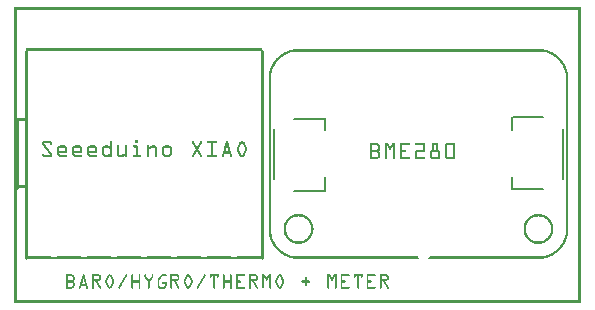
<source format=gto>
G04 MADE WITH FRITZING*
G04 WWW.FRITZING.ORG*
G04 DOUBLE SIDED*
G04 HOLES PLATED*
G04 CONTOUR ON CENTER OF CONTOUR VECTOR*
%ASAXBY*%
%FSLAX23Y23*%
%MOIN*%
%OFA0B0*%
%SFA1.0B1.0*%
%ADD10C,0.006000*%
%ADD11C,0.010000*%
%ADD12R,0.001000X0.001000*%
%LNSILK1*%
G90*
G70*
G54D10*
X1763Y378D02*
X1661Y378D01*
D02*
X1661Y618D02*
X1763Y618D01*
D02*
X1830Y413D02*
X1830Y578D01*
D02*
X933Y614D02*
X1035Y614D01*
D02*
X1035Y374D02*
X933Y374D01*
D02*
X866Y578D02*
X866Y413D01*
G54D11*
D02*
X827Y150D02*
X827Y839D01*
D02*
X40Y150D02*
X40Y839D01*
D02*
X9Y384D02*
X9Y613D01*
D02*
X40Y389D02*
X8Y389D01*
D02*
X40Y613D02*
X8Y613D01*
G54D12*
X0Y984D02*
X1888Y984D01*
X0Y983D02*
X1888Y983D01*
X0Y982D02*
X1888Y982D01*
X0Y981D02*
X1888Y981D01*
X0Y980D02*
X1888Y980D01*
X0Y979D02*
X1888Y979D01*
X0Y978D02*
X1888Y978D01*
X0Y977D02*
X1888Y977D01*
X0Y976D02*
X7Y976D01*
X1881Y976D02*
X1888Y976D01*
X0Y975D02*
X7Y975D01*
X1881Y975D02*
X1888Y975D01*
X0Y974D02*
X7Y974D01*
X1881Y974D02*
X1888Y974D01*
X0Y973D02*
X7Y973D01*
X1881Y973D02*
X1888Y973D01*
X0Y972D02*
X7Y972D01*
X1881Y972D02*
X1888Y972D01*
X0Y971D02*
X7Y971D01*
X1881Y971D02*
X1888Y971D01*
X0Y970D02*
X7Y970D01*
X1881Y970D02*
X1888Y970D01*
X0Y969D02*
X7Y969D01*
X1881Y969D02*
X1888Y969D01*
X0Y968D02*
X7Y968D01*
X1881Y968D02*
X1888Y968D01*
X0Y967D02*
X7Y967D01*
X1881Y967D02*
X1888Y967D01*
X0Y966D02*
X7Y966D01*
X1881Y966D02*
X1888Y966D01*
X0Y965D02*
X7Y965D01*
X1881Y965D02*
X1888Y965D01*
X0Y964D02*
X7Y964D01*
X1881Y964D02*
X1888Y964D01*
X0Y963D02*
X7Y963D01*
X1881Y963D02*
X1888Y963D01*
X0Y962D02*
X7Y962D01*
X1881Y962D02*
X1888Y962D01*
X0Y961D02*
X7Y961D01*
X1881Y961D02*
X1888Y961D01*
X0Y960D02*
X7Y960D01*
X1881Y960D02*
X1888Y960D01*
X0Y959D02*
X7Y959D01*
X1881Y959D02*
X1888Y959D01*
X0Y958D02*
X7Y958D01*
X1881Y958D02*
X1888Y958D01*
X0Y957D02*
X7Y957D01*
X1881Y957D02*
X1888Y957D01*
X0Y956D02*
X7Y956D01*
X1881Y956D02*
X1888Y956D01*
X0Y955D02*
X7Y955D01*
X1881Y955D02*
X1888Y955D01*
X0Y954D02*
X7Y954D01*
X1881Y954D02*
X1888Y954D01*
X0Y953D02*
X7Y953D01*
X1881Y953D02*
X1888Y953D01*
X0Y952D02*
X7Y952D01*
X1881Y952D02*
X1888Y952D01*
X0Y951D02*
X7Y951D01*
X1881Y951D02*
X1888Y951D01*
X0Y950D02*
X7Y950D01*
X1881Y950D02*
X1888Y950D01*
X0Y949D02*
X7Y949D01*
X1881Y949D02*
X1888Y949D01*
X0Y948D02*
X7Y948D01*
X1881Y948D02*
X1888Y948D01*
X0Y947D02*
X7Y947D01*
X1881Y947D02*
X1888Y947D01*
X0Y946D02*
X7Y946D01*
X1881Y946D02*
X1888Y946D01*
X0Y945D02*
X7Y945D01*
X1881Y945D02*
X1888Y945D01*
X0Y944D02*
X7Y944D01*
X1881Y944D02*
X1888Y944D01*
X0Y943D02*
X7Y943D01*
X1881Y943D02*
X1888Y943D01*
X0Y942D02*
X7Y942D01*
X1881Y942D02*
X1888Y942D01*
X0Y941D02*
X7Y941D01*
X1881Y941D02*
X1888Y941D01*
X0Y940D02*
X7Y940D01*
X1881Y940D02*
X1888Y940D01*
X0Y939D02*
X7Y939D01*
X1881Y939D02*
X1888Y939D01*
X0Y938D02*
X7Y938D01*
X1881Y938D02*
X1888Y938D01*
X0Y937D02*
X7Y937D01*
X1881Y937D02*
X1888Y937D01*
X0Y936D02*
X7Y936D01*
X1881Y936D02*
X1888Y936D01*
X0Y935D02*
X7Y935D01*
X1881Y935D02*
X1888Y935D01*
X0Y934D02*
X7Y934D01*
X1881Y934D02*
X1888Y934D01*
X0Y933D02*
X7Y933D01*
X1881Y933D02*
X1888Y933D01*
X0Y932D02*
X7Y932D01*
X1881Y932D02*
X1888Y932D01*
X0Y931D02*
X7Y931D01*
X1881Y931D02*
X1888Y931D01*
X0Y930D02*
X7Y930D01*
X1881Y930D02*
X1888Y930D01*
X0Y929D02*
X7Y929D01*
X1881Y929D02*
X1888Y929D01*
X0Y928D02*
X7Y928D01*
X1881Y928D02*
X1888Y928D01*
X0Y927D02*
X7Y927D01*
X1881Y927D02*
X1888Y927D01*
X0Y926D02*
X7Y926D01*
X1881Y926D02*
X1888Y926D01*
X0Y925D02*
X7Y925D01*
X1881Y925D02*
X1888Y925D01*
X0Y924D02*
X7Y924D01*
X1881Y924D02*
X1888Y924D01*
X0Y923D02*
X7Y923D01*
X1881Y923D02*
X1888Y923D01*
X0Y922D02*
X7Y922D01*
X1881Y922D02*
X1888Y922D01*
X0Y921D02*
X7Y921D01*
X1881Y921D02*
X1888Y921D01*
X0Y920D02*
X7Y920D01*
X1881Y920D02*
X1888Y920D01*
X0Y919D02*
X7Y919D01*
X1881Y919D02*
X1888Y919D01*
X0Y918D02*
X7Y918D01*
X1881Y918D02*
X1888Y918D01*
X0Y917D02*
X7Y917D01*
X1881Y917D02*
X1888Y917D01*
X0Y916D02*
X7Y916D01*
X1881Y916D02*
X1888Y916D01*
X0Y915D02*
X7Y915D01*
X1881Y915D02*
X1888Y915D01*
X0Y914D02*
X7Y914D01*
X1881Y914D02*
X1888Y914D01*
X0Y913D02*
X7Y913D01*
X1881Y913D02*
X1888Y913D01*
X0Y912D02*
X7Y912D01*
X1881Y912D02*
X1888Y912D01*
X0Y911D02*
X7Y911D01*
X1881Y911D02*
X1888Y911D01*
X0Y910D02*
X7Y910D01*
X1881Y910D02*
X1888Y910D01*
X0Y909D02*
X7Y909D01*
X1881Y909D02*
X1888Y909D01*
X0Y908D02*
X7Y908D01*
X1881Y908D02*
X1888Y908D01*
X0Y907D02*
X7Y907D01*
X1881Y907D02*
X1888Y907D01*
X0Y906D02*
X7Y906D01*
X1881Y906D02*
X1888Y906D01*
X0Y905D02*
X7Y905D01*
X1881Y905D02*
X1888Y905D01*
X0Y904D02*
X7Y904D01*
X1881Y904D02*
X1888Y904D01*
X0Y903D02*
X7Y903D01*
X1881Y903D02*
X1888Y903D01*
X0Y902D02*
X7Y902D01*
X1881Y902D02*
X1888Y902D01*
X0Y901D02*
X7Y901D01*
X1881Y901D02*
X1888Y901D01*
X0Y900D02*
X7Y900D01*
X1881Y900D02*
X1888Y900D01*
X0Y899D02*
X7Y899D01*
X1881Y899D02*
X1888Y899D01*
X0Y898D02*
X7Y898D01*
X1881Y898D02*
X1888Y898D01*
X0Y897D02*
X7Y897D01*
X1881Y897D02*
X1888Y897D01*
X0Y896D02*
X7Y896D01*
X1881Y896D02*
X1888Y896D01*
X0Y895D02*
X7Y895D01*
X1881Y895D02*
X1888Y895D01*
X0Y894D02*
X7Y894D01*
X1881Y894D02*
X1888Y894D01*
X0Y893D02*
X7Y893D01*
X1881Y893D02*
X1888Y893D01*
X0Y892D02*
X7Y892D01*
X1881Y892D02*
X1888Y892D01*
X0Y891D02*
X7Y891D01*
X1881Y891D02*
X1888Y891D01*
X0Y890D02*
X7Y890D01*
X1881Y890D02*
X1888Y890D01*
X0Y889D02*
X7Y889D01*
X1881Y889D02*
X1888Y889D01*
X0Y888D02*
X7Y888D01*
X1881Y888D02*
X1888Y888D01*
X0Y887D02*
X7Y887D01*
X1881Y887D02*
X1888Y887D01*
X0Y886D02*
X7Y886D01*
X1881Y886D02*
X1888Y886D01*
X0Y885D02*
X7Y885D01*
X1881Y885D02*
X1888Y885D01*
X0Y884D02*
X7Y884D01*
X1881Y884D02*
X1888Y884D01*
X0Y883D02*
X7Y883D01*
X1881Y883D02*
X1888Y883D01*
X0Y882D02*
X7Y882D01*
X1881Y882D02*
X1888Y882D01*
X0Y881D02*
X7Y881D01*
X1881Y881D02*
X1888Y881D01*
X0Y880D02*
X7Y880D01*
X1881Y880D02*
X1888Y880D01*
X0Y879D02*
X7Y879D01*
X1881Y879D02*
X1888Y879D01*
X0Y878D02*
X7Y878D01*
X1881Y878D02*
X1888Y878D01*
X0Y877D02*
X7Y877D01*
X1881Y877D02*
X1888Y877D01*
X0Y876D02*
X7Y876D01*
X1881Y876D02*
X1888Y876D01*
X0Y875D02*
X7Y875D01*
X1881Y875D02*
X1888Y875D01*
X0Y874D02*
X7Y874D01*
X1881Y874D02*
X1888Y874D01*
X0Y873D02*
X7Y873D01*
X1881Y873D02*
X1888Y873D01*
X0Y872D02*
X7Y872D01*
X1881Y872D02*
X1888Y872D01*
X0Y871D02*
X7Y871D01*
X1881Y871D02*
X1888Y871D01*
X0Y870D02*
X7Y870D01*
X1881Y870D02*
X1888Y870D01*
X0Y869D02*
X7Y869D01*
X1881Y869D02*
X1888Y869D01*
X0Y868D02*
X7Y868D01*
X1881Y868D02*
X1888Y868D01*
X0Y867D02*
X7Y867D01*
X1881Y867D02*
X1888Y867D01*
X0Y866D02*
X7Y866D01*
X1881Y866D02*
X1888Y866D01*
X0Y865D02*
X7Y865D01*
X1881Y865D02*
X1888Y865D01*
X0Y864D02*
X7Y864D01*
X1881Y864D02*
X1888Y864D01*
X0Y863D02*
X7Y863D01*
X1881Y863D02*
X1888Y863D01*
X0Y862D02*
X7Y862D01*
X1881Y862D02*
X1888Y862D01*
X0Y861D02*
X7Y861D01*
X1881Y861D02*
X1888Y861D01*
X0Y860D02*
X7Y860D01*
X1881Y860D02*
X1888Y860D01*
X0Y859D02*
X7Y859D01*
X1881Y859D02*
X1888Y859D01*
X0Y858D02*
X7Y858D01*
X1881Y858D02*
X1888Y858D01*
X0Y857D02*
X7Y857D01*
X1881Y857D02*
X1888Y857D01*
X0Y856D02*
X7Y856D01*
X1881Y856D02*
X1888Y856D01*
X0Y855D02*
X7Y855D01*
X1881Y855D02*
X1888Y855D01*
X0Y854D02*
X7Y854D01*
X1881Y854D02*
X1888Y854D01*
X0Y853D02*
X7Y853D01*
X1881Y853D02*
X1888Y853D01*
X0Y852D02*
X7Y852D01*
X1881Y852D02*
X1888Y852D01*
X0Y851D02*
X7Y851D01*
X1881Y851D02*
X1888Y851D01*
X0Y850D02*
X7Y850D01*
X1881Y850D02*
X1888Y850D01*
X0Y849D02*
X7Y849D01*
X39Y849D02*
X825Y849D01*
X1881Y849D02*
X1888Y849D01*
X0Y848D02*
X7Y848D01*
X39Y848D02*
X825Y848D01*
X1881Y848D02*
X1888Y848D01*
X0Y847D02*
X7Y847D01*
X39Y847D02*
X825Y847D01*
X1881Y847D02*
X1888Y847D01*
X0Y846D02*
X7Y846D01*
X39Y846D02*
X825Y846D01*
X1744Y846D02*
X1744Y846D01*
X1881Y846D02*
X1888Y846D01*
X0Y845D02*
X7Y845D01*
X39Y845D02*
X825Y845D01*
X934Y845D02*
X1760Y845D01*
X1881Y845D02*
X1888Y845D01*
X0Y844D02*
X7Y844D01*
X39Y844D02*
X825Y844D01*
X928Y844D02*
X1766Y844D01*
X1881Y844D02*
X1888Y844D01*
X0Y843D02*
X7Y843D01*
X39Y843D02*
X825Y843D01*
X924Y843D02*
X1770Y843D01*
X1881Y843D02*
X1888Y843D01*
X0Y842D02*
X7Y842D01*
X39Y842D02*
X825Y842D01*
X920Y842D02*
X1774Y842D01*
X1881Y842D02*
X1888Y842D01*
X0Y841D02*
X7Y841D01*
X39Y841D02*
X825Y841D01*
X917Y841D02*
X1777Y841D01*
X1881Y841D02*
X1888Y841D01*
X0Y840D02*
X7Y840D01*
X39Y840D02*
X124Y840D01*
X142Y840D02*
X224Y840D01*
X242Y840D02*
X324Y840D01*
X342Y840D02*
X424Y840D01*
X442Y840D02*
X524Y840D01*
X542Y840D02*
X624Y840D01*
X642Y840D02*
X724Y840D01*
X742Y840D02*
X825Y840D01*
X914Y840D02*
X1780Y840D01*
X1881Y840D02*
X1888Y840D01*
X0Y839D02*
X7Y839D01*
X911Y839D02*
X1783Y839D01*
X1881Y839D02*
X1888Y839D01*
X0Y838D02*
X7Y838D01*
X909Y838D02*
X1785Y838D01*
X1881Y838D02*
X1888Y838D01*
X0Y837D02*
X7Y837D01*
X906Y837D02*
X933Y837D01*
X1761Y837D02*
X1788Y837D01*
X1881Y837D02*
X1888Y837D01*
X0Y836D02*
X7Y836D01*
X904Y836D02*
X927Y836D01*
X1767Y836D02*
X1790Y836D01*
X1881Y836D02*
X1888Y836D01*
X0Y835D02*
X7Y835D01*
X902Y835D02*
X923Y835D01*
X1771Y835D02*
X1792Y835D01*
X1881Y835D02*
X1888Y835D01*
X0Y834D02*
X7Y834D01*
X900Y834D02*
X920Y834D01*
X1775Y834D02*
X1794Y834D01*
X1881Y834D02*
X1888Y834D01*
X0Y833D02*
X7Y833D01*
X899Y833D02*
X917Y833D01*
X1778Y833D02*
X1796Y833D01*
X1881Y833D02*
X1888Y833D01*
X0Y832D02*
X7Y832D01*
X897Y832D02*
X914Y832D01*
X1780Y832D02*
X1797Y832D01*
X1881Y832D02*
X1888Y832D01*
X0Y831D02*
X7Y831D01*
X895Y831D02*
X911Y831D01*
X1783Y831D02*
X1799Y831D01*
X1881Y831D02*
X1888Y831D01*
X0Y830D02*
X7Y830D01*
X894Y830D02*
X909Y830D01*
X1785Y830D02*
X1801Y830D01*
X1881Y830D02*
X1888Y830D01*
X0Y829D02*
X7Y829D01*
X892Y829D02*
X907Y829D01*
X1787Y829D02*
X1802Y829D01*
X1881Y829D02*
X1888Y829D01*
X0Y828D02*
X7Y828D01*
X891Y828D02*
X905Y828D01*
X1789Y828D02*
X1804Y828D01*
X1881Y828D02*
X1888Y828D01*
X0Y827D02*
X7Y827D01*
X889Y827D02*
X903Y827D01*
X1791Y827D02*
X1805Y827D01*
X1881Y827D02*
X1888Y827D01*
X0Y826D02*
X7Y826D01*
X888Y826D02*
X901Y826D01*
X1793Y826D02*
X1806Y826D01*
X1881Y826D02*
X1888Y826D01*
X0Y825D02*
X7Y825D01*
X886Y825D02*
X900Y825D01*
X1795Y825D02*
X1808Y825D01*
X1881Y825D02*
X1888Y825D01*
X0Y824D02*
X7Y824D01*
X885Y824D02*
X898Y824D01*
X1796Y824D02*
X1809Y824D01*
X1881Y824D02*
X1888Y824D01*
X0Y823D02*
X7Y823D01*
X884Y823D02*
X896Y823D01*
X1798Y823D02*
X1810Y823D01*
X1881Y823D02*
X1888Y823D01*
X0Y822D02*
X7Y822D01*
X883Y822D02*
X895Y822D01*
X1799Y822D02*
X1811Y822D01*
X1881Y822D02*
X1888Y822D01*
X0Y821D02*
X7Y821D01*
X882Y821D02*
X894Y821D01*
X1801Y821D02*
X1813Y821D01*
X1881Y821D02*
X1888Y821D01*
X0Y820D02*
X7Y820D01*
X880Y820D02*
X892Y820D01*
X1802Y820D02*
X1814Y820D01*
X1881Y820D02*
X1888Y820D01*
X0Y819D02*
X7Y819D01*
X879Y819D02*
X891Y819D01*
X1803Y819D02*
X1815Y819D01*
X1881Y819D02*
X1888Y819D01*
X0Y818D02*
X7Y818D01*
X878Y818D02*
X889Y818D01*
X1805Y818D02*
X1816Y818D01*
X1881Y818D02*
X1888Y818D01*
X0Y817D02*
X7Y817D01*
X877Y817D02*
X888Y817D01*
X1806Y817D02*
X1817Y817D01*
X1881Y817D02*
X1888Y817D01*
X0Y816D02*
X7Y816D01*
X876Y816D02*
X887Y816D01*
X1807Y816D02*
X1818Y816D01*
X1881Y816D02*
X1888Y816D01*
X0Y815D02*
X7Y815D01*
X875Y815D02*
X886Y815D01*
X1808Y815D02*
X1819Y815D01*
X1881Y815D02*
X1888Y815D01*
X0Y814D02*
X7Y814D01*
X874Y814D02*
X885Y814D01*
X1809Y814D02*
X1820Y814D01*
X1881Y814D02*
X1888Y814D01*
X0Y813D02*
X7Y813D01*
X873Y813D02*
X884Y813D01*
X1810Y813D02*
X1821Y813D01*
X1881Y813D02*
X1888Y813D01*
X0Y812D02*
X7Y812D01*
X873Y812D02*
X883Y812D01*
X1811Y812D02*
X1822Y812D01*
X1881Y812D02*
X1888Y812D01*
X0Y811D02*
X7Y811D01*
X872Y811D02*
X882Y811D01*
X1813Y811D02*
X1822Y811D01*
X1881Y811D02*
X1888Y811D01*
X0Y810D02*
X7Y810D01*
X871Y810D02*
X881Y810D01*
X1813Y810D02*
X1823Y810D01*
X1881Y810D02*
X1888Y810D01*
X0Y809D02*
X7Y809D01*
X870Y809D02*
X880Y809D01*
X1814Y809D02*
X1824Y809D01*
X1881Y809D02*
X1888Y809D01*
X0Y808D02*
X7Y808D01*
X869Y808D02*
X879Y808D01*
X1815Y808D02*
X1825Y808D01*
X1881Y808D02*
X1888Y808D01*
X0Y807D02*
X7Y807D01*
X869Y807D02*
X878Y807D01*
X1816Y807D02*
X1826Y807D01*
X1881Y807D02*
X1888Y807D01*
X0Y806D02*
X7Y806D01*
X868Y806D02*
X877Y806D01*
X1817Y806D02*
X1826Y806D01*
X1881Y806D02*
X1888Y806D01*
X0Y805D02*
X7Y805D01*
X867Y805D02*
X876Y805D01*
X1818Y805D02*
X1827Y805D01*
X1881Y805D02*
X1888Y805D01*
X0Y804D02*
X7Y804D01*
X866Y804D02*
X875Y804D01*
X1819Y804D02*
X1828Y804D01*
X1881Y804D02*
X1888Y804D01*
X0Y803D02*
X7Y803D01*
X866Y803D02*
X875Y803D01*
X1820Y803D02*
X1828Y803D01*
X1881Y803D02*
X1888Y803D01*
X0Y802D02*
X7Y802D01*
X865Y802D02*
X874Y802D01*
X1820Y802D02*
X1829Y802D01*
X1881Y802D02*
X1888Y802D01*
X0Y801D02*
X7Y801D01*
X864Y801D02*
X873Y801D01*
X1821Y801D02*
X1830Y801D01*
X1881Y801D02*
X1888Y801D01*
X0Y800D02*
X7Y800D01*
X864Y800D02*
X872Y800D01*
X1822Y800D02*
X1831Y800D01*
X1881Y800D02*
X1888Y800D01*
X0Y799D02*
X7Y799D01*
X863Y799D02*
X872Y799D01*
X1823Y799D02*
X1831Y799D01*
X1881Y799D02*
X1888Y799D01*
X0Y798D02*
X7Y798D01*
X862Y798D02*
X871Y798D01*
X1823Y798D02*
X1832Y798D01*
X1881Y798D02*
X1888Y798D01*
X0Y797D02*
X7Y797D01*
X862Y797D02*
X870Y797D01*
X1824Y797D02*
X1832Y797D01*
X1881Y797D02*
X1888Y797D01*
X0Y796D02*
X7Y796D01*
X861Y796D02*
X869Y796D01*
X1825Y796D02*
X1833Y796D01*
X1881Y796D02*
X1888Y796D01*
X0Y795D02*
X7Y795D01*
X861Y795D02*
X869Y795D01*
X1825Y795D02*
X1834Y795D01*
X1881Y795D02*
X1888Y795D01*
X0Y794D02*
X7Y794D01*
X860Y794D02*
X868Y794D01*
X1826Y794D02*
X1834Y794D01*
X1881Y794D02*
X1888Y794D01*
X0Y793D02*
X7Y793D01*
X860Y793D02*
X868Y793D01*
X1826Y793D02*
X1835Y793D01*
X1881Y793D02*
X1888Y793D01*
X0Y792D02*
X7Y792D01*
X859Y792D02*
X867Y792D01*
X1827Y792D02*
X1835Y792D01*
X1881Y792D02*
X1888Y792D01*
X0Y791D02*
X7Y791D01*
X859Y791D02*
X867Y791D01*
X1828Y791D02*
X1836Y791D01*
X1881Y791D02*
X1888Y791D01*
X0Y790D02*
X7Y790D01*
X858Y790D02*
X866Y790D01*
X1828Y790D02*
X1836Y790D01*
X1881Y790D02*
X1888Y790D01*
X0Y789D02*
X7Y789D01*
X858Y789D02*
X865Y789D01*
X1829Y789D02*
X1837Y789D01*
X1881Y789D02*
X1888Y789D01*
X0Y788D02*
X7Y788D01*
X857Y788D02*
X865Y788D01*
X1829Y788D02*
X1837Y788D01*
X1881Y788D02*
X1888Y788D01*
X0Y787D02*
X7Y787D01*
X857Y787D02*
X864Y787D01*
X1830Y787D02*
X1838Y787D01*
X1881Y787D02*
X1888Y787D01*
X0Y786D02*
X7Y786D01*
X856Y786D02*
X864Y786D01*
X1830Y786D02*
X1838Y786D01*
X1881Y786D02*
X1888Y786D01*
X0Y785D02*
X7Y785D01*
X856Y785D02*
X863Y785D01*
X1831Y785D02*
X1838Y785D01*
X1881Y785D02*
X1888Y785D01*
X0Y784D02*
X7Y784D01*
X855Y784D02*
X863Y784D01*
X1831Y784D02*
X1839Y784D01*
X1881Y784D02*
X1888Y784D01*
X0Y783D02*
X7Y783D01*
X855Y783D02*
X863Y783D01*
X1832Y783D02*
X1839Y783D01*
X1881Y783D02*
X1888Y783D01*
X0Y782D02*
X7Y782D01*
X855Y782D02*
X862Y782D01*
X1832Y782D02*
X1840Y782D01*
X1881Y782D02*
X1888Y782D01*
X0Y781D02*
X7Y781D01*
X854Y781D02*
X862Y781D01*
X1833Y781D02*
X1840Y781D01*
X1881Y781D02*
X1888Y781D01*
X0Y780D02*
X7Y780D01*
X854Y780D02*
X861Y780D01*
X1833Y780D02*
X1840Y780D01*
X1881Y780D02*
X1888Y780D01*
X0Y779D02*
X7Y779D01*
X853Y779D02*
X861Y779D01*
X1833Y779D02*
X1841Y779D01*
X1881Y779D02*
X1888Y779D01*
X0Y778D02*
X7Y778D01*
X853Y778D02*
X860Y778D01*
X1834Y778D02*
X1841Y778D01*
X1881Y778D02*
X1888Y778D01*
X0Y777D02*
X7Y777D01*
X853Y777D02*
X860Y777D01*
X1834Y777D02*
X1841Y777D01*
X1881Y777D02*
X1888Y777D01*
X0Y776D02*
X7Y776D01*
X852Y776D02*
X860Y776D01*
X1834Y776D02*
X1842Y776D01*
X1881Y776D02*
X1888Y776D01*
X0Y775D02*
X7Y775D01*
X852Y775D02*
X859Y775D01*
X1835Y775D02*
X1842Y775D01*
X1881Y775D02*
X1888Y775D01*
X0Y774D02*
X7Y774D01*
X852Y774D02*
X859Y774D01*
X1835Y774D02*
X1842Y774D01*
X1881Y774D02*
X1888Y774D01*
X0Y773D02*
X7Y773D01*
X852Y773D02*
X859Y773D01*
X1835Y773D02*
X1843Y773D01*
X1881Y773D02*
X1888Y773D01*
X0Y772D02*
X7Y772D01*
X851Y772D02*
X858Y772D01*
X1836Y772D02*
X1843Y772D01*
X1881Y772D02*
X1888Y772D01*
X0Y771D02*
X7Y771D01*
X851Y771D02*
X858Y771D01*
X1836Y771D02*
X1843Y771D01*
X1881Y771D02*
X1888Y771D01*
X0Y770D02*
X7Y770D01*
X851Y770D02*
X858Y770D01*
X1836Y770D02*
X1843Y770D01*
X1881Y770D02*
X1888Y770D01*
X0Y769D02*
X7Y769D01*
X850Y769D02*
X858Y769D01*
X1837Y769D02*
X1844Y769D01*
X1881Y769D02*
X1888Y769D01*
X0Y768D02*
X7Y768D01*
X850Y768D02*
X857Y768D01*
X1837Y768D02*
X1844Y768D01*
X1881Y768D02*
X1888Y768D01*
X0Y767D02*
X7Y767D01*
X850Y767D02*
X857Y767D01*
X1837Y767D02*
X1844Y767D01*
X1881Y767D02*
X1888Y767D01*
X0Y766D02*
X7Y766D01*
X850Y766D02*
X857Y766D01*
X1837Y766D02*
X1844Y766D01*
X1881Y766D02*
X1888Y766D01*
X0Y765D02*
X7Y765D01*
X850Y765D02*
X857Y765D01*
X1837Y765D02*
X1845Y765D01*
X1881Y765D02*
X1888Y765D01*
X0Y764D02*
X7Y764D01*
X849Y764D02*
X856Y764D01*
X1838Y764D02*
X1845Y764D01*
X1881Y764D02*
X1888Y764D01*
X0Y763D02*
X7Y763D01*
X849Y763D02*
X856Y763D01*
X1838Y763D02*
X1845Y763D01*
X1881Y763D02*
X1888Y763D01*
X0Y762D02*
X7Y762D01*
X849Y762D02*
X856Y762D01*
X1838Y762D02*
X1845Y762D01*
X1881Y762D02*
X1888Y762D01*
X0Y761D02*
X7Y761D01*
X849Y761D02*
X856Y761D01*
X1838Y761D02*
X1845Y761D01*
X1881Y761D02*
X1888Y761D01*
X0Y760D02*
X7Y760D01*
X849Y760D02*
X856Y760D01*
X1838Y760D02*
X1845Y760D01*
X1881Y760D02*
X1888Y760D01*
X0Y759D02*
X7Y759D01*
X849Y759D02*
X856Y759D01*
X1839Y759D02*
X1846Y759D01*
X1881Y759D02*
X1888Y759D01*
X0Y758D02*
X7Y758D01*
X848Y758D02*
X856Y758D01*
X1839Y758D02*
X1846Y758D01*
X1881Y758D02*
X1888Y758D01*
X0Y757D02*
X7Y757D01*
X848Y757D02*
X855Y757D01*
X1839Y757D02*
X1846Y757D01*
X1881Y757D02*
X1888Y757D01*
X0Y756D02*
X7Y756D01*
X848Y756D02*
X855Y756D01*
X1839Y756D02*
X1846Y756D01*
X1881Y756D02*
X1888Y756D01*
X0Y755D02*
X7Y755D01*
X848Y755D02*
X855Y755D01*
X1839Y755D02*
X1846Y755D01*
X1881Y755D02*
X1888Y755D01*
X0Y754D02*
X7Y754D01*
X848Y754D02*
X855Y754D01*
X1839Y754D02*
X1846Y754D01*
X1881Y754D02*
X1888Y754D01*
X0Y753D02*
X7Y753D01*
X848Y753D02*
X855Y753D01*
X1839Y753D02*
X1846Y753D01*
X1881Y753D02*
X1888Y753D01*
X0Y752D02*
X7Y752D01*
X848Y752D02*
X855Y752D01*
X1839Y752D02*
X1846Y752D01*
X1881Y752D02*
X1888Y752D01*
X0Y751D02*
X7Y751D01*
X848Y751D02*
X855Y751D01*
X1839Y751D02*
X1846Y751D01*
X1881Y751D02*
X1888Y751D01*
X0Y750D02*
X7Y750D01*
X848Y750D02*
X855Y750D01*
X1839Y750D02*
X1846Y750D01*
X1881Y750D02*
X1888Y750D01*
X0Y749D02*
X7Y749D01*
X848Y749D02*
X855Y749D01*
X1839Y749D02*
X1846Y749D01*
X1881Y749D02*
X1888Y749D01*
X0Y748D02*
X7Y748D01*
X848Y748D02*
X855Y748D01*
X1839Y748D02*
X1846Y748D01*
X1881Y748D02*
X1888Y748D01*
X0Y747D02*
X7Y747D01*
X848Y747D02*
X855Y747D01*
X1839Y747D02*
X1846Y747D01*
X1881Y747D02*
X1888Y747D01*
X0Y746D02*
X7Y746D01*
X848Y746D02*
X855Y746D01*
X1839Y746D02*
X1846Y746D01*
X1881Y746D02*
X1888Y746D01*
X0Y745D02*
X7Y745D01*
X848Y745D02*
X855Y745D01*
X1839Y745D02*
X1846Y745D01*
X1881Y745D02*
X1888Y745D01*
X0Y744D02*
X7Y744D01*
X848Y744D02*
X855Y744D01*
X1839Y744D02*
X1846Y744D01*
X1881Y744D02*
X1888Y744D01*
X0Y743D02*
X7Y743D01*
X848Y743D02*
X855Y743D01*
X1839Y743D02*
X1846Y743D01*
X1881Y743D02*
X1888Y743D01*
X0Y742D02*
X7Y742D01*
X848Y742D02*
X855Y742D01*
X1839Y742D02*
X1846Y742D01*
X1881Y742D02*
X1888Y742D01*
X0Y741D02*
X7Y741D01*
X848Y741D02*
X855Y741D01*
X1839Y741D02*
X1846Y741D01*
X1881Y741D02*
X1888Y741D01*
X0Y740D02*
X7Y740D01*
X848Y740D02*
X855Y740D01*
X1839Y740D02*
X1846Y740D01*
X1881Y740D02*
X1888Y740D01*
X0Y739D02*
X7Y739D01*
X848Y739D02*
X855Y739D01*
X1839Y739D02*
X1846Y739D01*
X1881Y739D02*
X1888Y739D01*
X0Y738D02*
X7Y738D01*
X848Y738D02*
X855Y738D01*
X1839Y738D02*
X1846Y738D01*
X1881Y738D02*
X1888Y738D01*
X0Y737D02*
X7Y737D01*
X848Y737D02*
X855Y737D01*
X1839Y737D02*
X1846Y737D01*
X1881Y737D02*
X1888Y737D01*
X0Y736D02*
X7Y736D01*
X848Y736D02*
X855Y736D01*
X1839Y736D02*
X1846Y736D01*
X1881Y736D02*
X1888Y736D01*
X0Y735D02*
X7Y735D01*
X848Y735D02*
X855Y735D01*
X1839Y735D02*
X1846Y735D01*
X1881Y735D02*
X1888Y735D01*
X0Y734D02*
X7Y734D01*
X848Y734D02*
X855Y734D01*
X1839Y734D02*
X1846Y734D01*
X1881Y734D02*
X1888Y734D01*
X0Y733D02*
X7Y733D01*
X848Y733D02*
X855Y733D01*
X1839Y733D02*
X1846Y733D01*
X1881Y733D02*
X1888Y733D01*
X0Y732D02*
X7Y732D01*
X848Y732D02*
X855Y732D01*
X1839Y732D02*
X1846Y732D01*
X1881Y732D02*
X1888Y732D01*
X0Y731D02*
X7Y731D01*
X848Y731D02*
X855Y731D01*
X1839Y731D02*
X1846Y731D01*
X1881Y731D02*
X1888Y731D01*
X0Y730D02*
X7Y730D01*
X848Y730D02*
X855Y730D01*
X1839Y730D02*
X1846Y730D01*
X1881Y730D02*
X1888Y730D01*
X0Y729D02*
X7Y729D01*
X848Y729D02*
X855Y729D01*
X1839Y729D02*
X1846Y729D01*
X1881Y729D02*
X1888Y729D01*
X0Y728D02*
X7Y728D01*
X848Y728D02*
X855Y728D01*
X1839Y728D02*
X1846Y728D01*
X1881Y728D02*
X1888Y728D01*
X0Y727D02*
X7Y727D01*
X848Y727D02*
X855Y727D01*
X1839Y727D02*
X1846Y727D01*
X1881Y727D02*
X1888Y727D01*
X0Y726D02*
X7Y726D01*
X848Y726D02*
X855Y726D01*
X1839Y726D02*
X1846Y726D01*
X1881Y726D02*
X1888Y726D01*
X0Y725D02*
X7Y725D01*
X848Y725D02*
X855Y725D01*
X1839Y725D02*
X1846Y725D01*
X1881Y725D02*
X1888Y725D01*
X0Y724D02*
X7Y724D01*
X848Y724D02*
X855Y724D01*
X1839Y724D02*
X1846Y724D01*
X1881Y724D02*
X1888Y724D01*
X0Y723D02*
X7Y723D01*
X848Y723D02*
X855Y723D01*
X1839Y723D02*
X1846Y723D01*
X1881Y723D02*
X1888Y723D01*
X0Y722D02*
X7Y722D01*
X848Y722D02*
X855Y722D01*
X1839Y722D02*
X1846Y722D01*
X1881Y722D02*
X1888Y722D01*
X0Y721D02*
X7Y721D01*
X848Y721D02*
X855Y721D01*
X1839Y721D02*
X1846Y721D01*
X1881Y721D02*
X1888Y721D01*
X0Y720D02*
X7Y720D01*
X848Y720D02*
X855Y720D01*
X1839Y720D02*
X1846Y720D01*
X1881Y720D02*
X1888Y720D01*
X0Y719D02*
X7Y719D01*
X848Y719D02*
X855Y719D01*
X1839Y719D02*
X1846Y719D01*
X1881Y719D02*
X1888Y719D01*
X0Y718D02*
X7Y718D01*
X848Y718D02*
X855Y718D01*
X1839Y718D02*
X1846Y718D01*
X1881Y718D02*
X1888Y718D01*
X0Y717D02*
X7Y717D01*
X848Y717D02*
X855Y717D01*
X1839Y717D02*
X1846Y717D01*
X1881Y717D02*
X1888Y717D01*
X0Y716D02*
X7Y716D01*
X848Y716D02*
X855Y716D01*
X1839Y716D02*
X1846Y716D01*
X1881Y716D02*
X1888Y716D01*
X0Y715D02*
X7Y715D01*
X848Y715D02*
X855Y715D01*
X1839Y715D02*
X1846Y715D01*
X1881Y715D02*
X1888Y715D01*
X0Y714D02*
X7Y714D01*
X848Y714D02*
X855Y714D01*
X1839Y714D02*
X1846Y714D01*
X1881Y714D02*
X1888Y714D01*
X0Y713D02*
X7Y713D01*
X848Y713D02*
X855Y713D01*
X1839Y713D02*
X1846Y713D01*
X1881Y713D02*
X1888Y713D01*
X0Y712D02*
X7Y712D01*
X848Y712D02*
X855Y712D01*
X1839Y712D02*
X1846Y712D01*
X1881Y712D02*
X1888Y712D01*
X0Y711D02*
X7Y711D01*
X848Y711D02*
X855Y711D01*
X1839Y711D02*
X1846Y711D01*
X1881Y711D02*
X1888Y711D01*
X0Y710D02*
X7Y710D01*
X848Y710D02*
X855Y710D01*
X1839Y710D02*
X1846Y710D01*
X1881Y710D02*
X1888Y710D01*
X0Y709D02*
X7Y709D01*
X848Y709D02*
X855Y709D01*
X1839Y709D02*
X1846Y709D01*
X1881Y709D02*
X1888Y709D01*
X0Y708D02*
X7Y708D01*
X848Y708D02*
X855Y708D01*
X1839Y708D02*
X1846Y708D01*
X1881Y708D02*
X1888Y708D01*
X0Y707D02*
X7Y707D01*
X848Y707D02*
X855Y707D01*
X1839Y707D02*
X1846Y707D01*
X1881Y707D02*
X1888Y707D01*
X0Y706D02*
X7Y706D01*
X848Y706D02*
X855Y706D01*
X1839Y706D02*
X1846Y706D01*
X1881Y706D02*
X1888Y706D01*
X0Y705D02*
X7Y705D01*
X848Y705D02*
X855Y705D01*
X1839Y705D02*
X1846Y705D01*
X1881Y705D02*
X1888Y705D01*
X0Y704D02*
X7Y704D01*
X848Y704D02*
X855Y704D01*
X1839Y704D02*
X1846Y704D01*
X1881Y704D02*
X1888Y704D01*
X0Y703D02*
X7Y703D01*
X848Y703D02*
X855Y703D01*
X1839Y703D02*
X1846Y703D01*
X1881Y703D02*
X1888Y703D01*
X0Y702D02*
X7Y702D01*
X848Y702D02*
X855Y702D01*
X1839Y702D02*
X1846Y702D01*
X1881Y702D02*
X1888Y702D01*
X0Y701D02*
X7Y701D01*
X848Y701D02*
X855Y701D01*
X1839Y701D02*
X1846Y701D01*
X1881Y701D02*
X1888Y701D01*
X0Y700D02*
X7Y700D01*
X848Y700D02*
X855Y700D01*
X1839Y700D02*
X1846Y700D01*
X1881Y700D02*
X1888Y700D01*
X0Y699D02*
X7Y699D01*
X848Y699D02*
X855Y699D01*
X1839Y699D02*
X1846Y699D01*
X1881Y699D02*
X1888Y699D01*
X0Y698D02*
X7Y698D01*
X848Y698D02*
X855Y698D01*
X1839Y698D02*
X1846Y698D01*
X1881Y698D02*
X1888Y698D01*
X0Y697D02*
X7Y697D01*
X848Y697D02*
X855Y697D01*
X1839Y697D02*
X1846Y697D01*
X1881Y697D02*
X1888Y697D01*
X0Y696D02*
X7Y696D01*
X848Y696D02*
X855Y696D01*
X1839Y696D02*
X1846Y696D01*
X1881Y696D02*
X1888Y696D01*
X0Y695D02*
X7Y695D01*
X848Y695D02*
X855Y695D01*
X1839Y695D02*
X1846Y695D01*
X1881Y695D02*
X1888Y695D01*
X0Y694D02*
X7Y694D01*
X848Y694D02*
X855Y694D01*
X1839Y694D02*
X1846Y694D01*
X1881Y694D02*
X1888Y694D01*
X0Y693D02*
X7Y693D01*
X848Y693D02*
X855Y693D01*
X1839Y693D02*
X1846Y693D01*
X1881Y693D02*
X1888Y693D01*
X0Y692D02*
X7Y692D01*
X848Y692D02*
X855Y692D01*
X1839Y692D02*
X1846Y692D01*
X1881Y692D02*
X1888Y692D01*
X0Y691D02*
X7Y691D01*
X848Y691D02*
X855Y691D01*
X1839Y691D02*
X1846Y691D01*
X1881Y691D02*
X1888Y691D01*
X0Y690D02*
X7Y690D01*
X848Y690D02*
X855Y690D01*
X1839Y690D02*
X1846Y690D01*
X1881Y690D02*
X1888Y690D01*
X0Y689D02*
X7Y689D01*
X848Y689D02*
X855Y689D01*
X1839Y689D02*
X1846Y689D01*
X1881Y689D02*
X1888Y689D01*
X0Y688D02*
X7Y688D01*
X848Y688D02*
X855Y688D01*
X1839Y688D02*
X1846Y688D01*
X1881Y688D02*
X1888Y688D01*
X0Y687D02*
X7Y687D01*
X848Y687D02*
X855Y687D01*
X1839Y687D02*
X1846Y687D01*
X1881Y687D02*
X1888Y687D01*
X0Y686D02*
X7Y686D01*
X848Y686D02*
X855Y686D01*
X1839Y686D02*
X1846Y686D01*
X1881Y686D02*
X1888Y686D01*
X0Y685D02*
X7Y685D01*
X848Y685D02*
X855Y685D01*
X1839Y685D02*
X1846Y685D01*
X1881Y685D02*
X1888Y685D01*
X0Y684D02*
X7Y684D01*
X848Y684D02*
X855Y684D01*
X1839Y684D02*
X1846Y684D01*
X1881Y684D02*
X1888Y684D01*
X0Y683D02*
X7Y683D01*
X848Y683D02*
X855Y683D01*
X1839Y683D02*
X1846Y683D01*
X1881Y683D02*
X1888Y683D01*
X0Y682D02*
X7Y682D01*
X848Y682D02*
X855Y682D01*
X1839Y682D02*
X1846Y682D01*
X1881Y682D02*
X1888Y682D01*
X0Y681D02*
X7Y681D01*
X848Y681D02*
X855Y681D01*
X1839Y681D02*
X1846Y681D01*
X1881Y681D02*
X1888Y681D01*
X0Y680D02*
X7Y680D01*
X848Y680D02*
X855Y680D01*
X1839Y680D02*
X1846Y680D01*
X1881Y680D02*
X1888Y680D01*
X0Y679D02*
X7Y679D01*
X848Y679D02*
X855Y679D01*
X1839Y679D02*
X1846Y679D01*
X1881Y679D02*
X1888Y679D01*
X0Y678D02*
X7Y678D01*
X848Y678D02*
X855Y678D01*
X1839Y678D02*
X1846Y678D01*
X1881Y678D02*
X1888Y678D01*
X0Y677D02*
X7Y677D01*
X848Y677D02*
X855Y677D01*
X1839Y677D02*
X1846Y677D01*
X1881Y677D02*
X1888Y677D01*
X0Y676D02*
X7Y676D01*
X848Y676D02*
X855Y676D01*
X1839Y676D02*
X1846Y676D01*
X1881Y676D02*
X1888Y676D01*
X0Y675D02*
X7Y675D01*
X848Y675D02*
X855Y675D01*
X1839Y675D02*
X1846Y675D01*
X1881Y675D02*
X1888Y675D01*
X0Y674D02*
X7Y674D01*
X848Y674D02*
X855Y674D01*
X1839Y674D02*
X1846Y674D01*
X1881Y674D02*
X1888Y674D01*
X0Y673D02*
X7Y673D01*
X848Y673D02*
X855Y673D01*
X1839Y673D02*
X1846Y673D01*
X1881Y673D02*
X1888Y673D01*
X0Y672D02*
X7Y672D01*
X848Y672D02*
X855Y672D01*
X1839Y672D02*
X1846Y672D01*
X1881Y672D02*
X1888Y672D01*
X0Y671D02*
X7Y671D01*
X848Y671D02*
X855Y671D01*
X1839Y671D02*
X1846Y671D01*
X1881Y671D02*
X1888Y671D01*
X0Y670D02*
X7Y670D01*
X848Y670D02*
X855Y670D01*
X1839Y670D02*
X1846Y670D01*
X1881Y670D02*
X1888Y670D01*
X0Y669D02*
X7Y669D01*
X848Y669D02*
X855Y669D01*
X1839Y669D02*
X1846Y669D01*
X1881Y669D02*
X1888Y669D01*
X0Y668D02*
X7Y668D01*
X848Y668D02*
X855Y668D01*
X1839Y668D02*
X1846Y668D01*
X1881Y668D02*
X1888Y668D01*
X0Y667D02*
X7Y667D01*
X848Y667D02*
X855Y667D01*
X1839Y667D02*
X1846Y667D01*
X1881Y667D02*
X1888Y667D01*
X0Y666D02*
X7Y666D01*
X848Y666D02*
X855Y666D01*
X1839Y666D02*
X1846Y666D01*
X1881Y666D02*
X1888Y666D01*
X0Y665D02*
X7Y665D01*
X848Y665D02*
X855Y665D01*
X1839Y665D02*
X1846Y665D01*
X1881Y665D02*
X1888Y665D01*
X0Y664D02*
X7Y664D01*
X848Y664D02*
X855Y664D01*
X1839Y664D02*
X1846Y664D01*
X1881Y664D02*
X1888Y664D01*
X0Y663D02*
X7Y663D01*
X848Y663D02*
X855Y663D01*
X1839Y663D02*
X1846Y663D01*
X1881Y663D02*
X1888Y663D01*
X0Y662D02*
X7Y662D01*
X848Y662D02*
X855Y662D01*
X1839Y662D02*
X1846Y662D01*
X1881Y662D02*
X1888Y662D01*
X0Y661D02*
X7Y661D01*
X848Y661D02*
X855Y661D01*
X1839Y661D02*
X1846Y661D01*
X1881Y661D02*
X1888Y661D01*
X0Y660D02*
X7Y660D01*
X848Y660D02*
X855Y660D01*
X1839Y660D02*
X1846Y660D01*
X1881Y660D02*
X1888Y660D01*
X0Y659D02*
X7Y659D01*
X848Y659D02*
X855Y659D01*
X1839Y659D02*
X1846Y659D01*
X1881Y659D02*
X1888Y659D01*
X0Y658D02*
X7Y658D01*
X848Y658D02*
X855Y658D01*
X1839Y658D02*
X1846Y658D01*
X1881Y658D02*
X1888Y658D01*
X0Y657D02*
X7Y657D01*
X848Y657D02*
X855Y657D01*
X1839Y657D02*
X1846Y657D01*
X1881Y657D02*
X1888Y657D01*
X0Y656D02*
X7Y656D01*
X848Y656D02*
X855Y656D01*
X1839Y656D02*
X1846Y656D01*
X1881Y656D02*
X1888Y656D01*
X0Y655D02*
X7Y655D01*
X848Y655D02*
X855Y655D01*
X1839Y655D02*
X1846Y655D01*
X1881Y655D02*
X1888Y655D01*
X0Y654D02*
X7Y654D01*
X848Y654D02*
X855Y654D01*
X1839Y654D02*
X1846Y654D01*
X1881Y654D02*
X1888Y654D01*
X0Y653D02*
X7Y653D01*
X848Y653D02*
X855Y653D01*
X1839Y653D02*
X1846Y653D01*
X1881Y653D02*
X1888Y653D01*
X0Y652D02*
X7Y652D01*
X848Y652D02*
X855Y652D01*
X1839Y652D02*
X1846Y652D01*
X1881Y652D02*
X1888Y652D01*
X0Y651D02*
X7Y651D01*
X848Y651D02*
X855Y651D01*
X1839Y651D02*
X1846Y651D01*
X1881Y651D02*
X1888Y651D01*
X0Y650D02*
X7Y650D01*
X848Y650D02*
X855Y650D01*
X1839Y650D02*
X1846Y650D01*
X1881Y650D02*
X1888Y650D01*
X0Y649D02*
X7Y649D01*
X848Y649D02*
X855Y649D01*
X1839Y649D02*
X1846Y649D01*
X1881Y649D02*
X1888Y649D01*
X0Y648D02*
X7Y648D01*
X848Y648D02*
X855Y648D01*
X1839Y648D02*
X1846Y648D01*
X1881Y648D02*
X1888Y648D01*
X0Y647D02*
X7Y647D01*
X848Y647D02*
X855Y647D01*
X1839Y647D02*
X1846Y647D01*
X1881Y647D02*
X1888Y647D01*
X0Y646D02*
X7Y646D01*
X848Y646D02*
X855Y646D01*
X1839Y646D02*
X1846Y646D01*
X1881Y646D02*
X1888Y646D01*
X0Y645D02*
X7Y645D01*
X848Y645D02*
X855Y645D01*
X1839Y645D02*
X1846Y645D01*
X1881Y645D02*
X1888Y645D01*
X0Y644D02*
X7Y644D01*
X848Y644D02*
X855Y644D01*
X1839Y644D02*
X1846Y644D01*
X1881Y644D02*
X1888Y644D01*
X0Y643D02*
X7Y643D01*
X848Y643D02*
X855Y643D01*
X1839Y643D02*
X1846Y643D01*
X1881Y643D02*
X1888Y643D01*
X0Y642D02*
X7Y642D01*
X848Y642D02*
X855Y642D01*
X1839Y642D02*
X1846Y642D01*
X1881Y642D02*
X1888Y642D01*
X0Y641D02*
X7Y641D01*
X848Y641D02*
X855Y641D01*
X1839Y641D02*
X1846Y641D01*
X1881Y641D02*
X1888Y641D01*
X0Y640D02*
X7Y640D01*
X848Y640D02*
X855Y640D01*
X1839Y640D02*
X1846Y640D01*
X1881Y640D02*
X1888Y640D01*
X0Y639D02*
X7Y639D01*
X848Y639D02*
X855Y639D01*
X1839Y639D02*
X1846Y639D01*
X1881Y639D02*
X1888Y639D01*
X0Y638D02*
X7Y638D01*
X848Y638D02*
X855Y638D01*
X1839Y638D02*
X1846Y638D01*
X1881Y638D02*
X1888Y638D01*
X0Y637D02*
X7Y637D01*
X848Y637D02*
X855Y637D01*
X1839Y637D02*
X1846Y637D01*
X1881Y637D02*
X1888Y637D01*
X0Y636D02*
X7Y636D01*
X848Y636D02*
X855Y636D01*
X1839Y636D02*
X1846Y636D01*
X1881Y636D02*
X1888Y636D01*
X0Y635D02*
X7Y635D01*
X848Y635D02*
X855Y635D01*
X1839Y635D02*
X1846Y635D01*
X1881Y635D02*
X1888Y635D01*
X0Y634D02*
X7Y634D01*
X848Y634D02*
X855Y634D01*
X1839Y634D02*
X1846Y634D01*
X1881Y634D02*
X1888Y634D01*
X0Y633D02*
X7Y633D01*
X848Y633D02*
X855Y633D01*
X1839Y633D02*
X1846Y633D01*
X1881Y633D02*
X1888Y633D01*
X0Y632D02*
X7Y632D01*
X848Y632D02*
X855Y632D01*
X1839Y632D02*
X1846Y632D01*
X1881Y632D02*
X1888Y632D01*
X0Y631D02*
X7Y631D01*
X848Y631D02*
X855Y631D01*
X1839Y631D02*
X1846Y631D01*
X1881Y631D02*
X1888Y631D01*
X0Y630D02*
X7Y630D01*
X848Y630D02*
X855Y630D01*
X1839Y630D02*
X1846Y630D01*
X1881Y630D02*
X1888Y630D01*
X0Y629D02*
X7Y629D01*
X848Y629D02*
X855Y629D01*
X1839Y629D02*
X1846Y629D01*
X1881Y629D02*
X1888Y629D01*
X0Y628D02*
X7Y628D01*
X848Y628D02*
X855Y628D01*
X1839Y628D02*
X1846Y628D01*
X1881Y628D02*
X1888Y628D01*
X0Y627D02*
X7Y627D01*
X848Y627D02*
X855Y627D01*
X1839Y627D02*
X1846Y627D01*
X1881Y627D02*
X1888Y627D01*
X0Y626D02*
X7Y626D01*
X848Y626D02*
X855Y626D01*
X1839Y626D02*
X1846Y626D01*
X1881Y626D02*
X1888Y626D01*
X0Y625D02*
X7Y625D01*
X848Y625D02*
X855Y625D01*
X1839Y625D02*
X1846Y625D01*
X1881Y625D02*
X1888Y625D01*
X0Y624D02*
X7Y624D01*
X848Y624D02*
X855Y624D01*
X1839Y624D02*
X1846Y624D01*
X1881Y624D02*
X1888Y624D01*
X0Y623D02*
X7Y623D01*
X848Y623D02*
X855Y623D01*
X1839Y623D02*
X1846Y623D01*
X1881Y623D02*
X1888Y623D01*
X0Y622D02*
X7Y622D01*
X848Y622D02*
X855Y622D01*
X1839Y622D02*
X1846Y622D01*
X1881Y622D02*
X1888Y622D01*
X0Y621D02*
X7Y621D01*
X848Y621D02*
X855Y621D01*
X1660Y621D02*
X1660Y621D01*
X1839Y621D02*
X1846Y621D01*
X1881Y621D02*
X1888Y621D01*
X0Y620D02*
X7Y620D01*
X848Y620D02*
X855Y620D01*
X1658Y620D02*
X1662Y620D01*
X1839Y620D02*
X1846Y620D01*
X1881Y620D02*
X1888Y620D01*
X0Y619D02*
X7Y619D01*
X848Y619D02*
X855Y619D01*
X1657Y619D02*
X1662Y619D01*
X1839Y619D02*
X1846Y619D01*
X1881Y619D02*
X1888Y619D01*
X0Y618D02*
X7Y618D01*
X848Y618D02*
X855Y618D01*
X1657Y618D02*
X1662Y618D01*
X1839Y618D02*
X1846Y618D01*
X1881Y618D02*
X1888Y618D01*
X0Y617D02*
X7Y617D01*
X848Y617D02*
X855Y617D01*
X1034Y617D02*
X1035Y617D01*
X1657Y617D02*
X1662Y617D01*
X1839Y617D02*
X1846Y617D01*
X1881Y617D02*
X1888Y617D01*
X0Y616D02*
X7Y616D01*
X848Y616D02*
X855Y616D01*
X1033Y616D02*
X1036Y616D01*
X1657Y616D02*
X1662Y616D01*
X1839Y616D02*
X1846Y616D01*
X1881Y616D02*
X1888Y616D01*
X0Y615D02*
X7Y615D01*
X848Y615D02*
X855Y615D01*
X1032Y615D02*
X1037Y615D01*
X1657Y615D02*
X1662Y615D01*
X1839Y615D02*
X1846Y615D01*
X1881Y615D02*
X1888Y615D01*
X0Y614D02*
X7Y614D01*
X848Y614D02*
X855Y614D01*
X1032Y614D02*
X1037Y614D01*
X1657Y614D02*
X1662Y614D01*
X1839Y614D02*
X1846Y614D01*
X1881Y614D02*
X1888Y614D01*
X0Y613D02*
X7Y613D01*
X848Y613D02*
X855Y613D01*
X1032Y613D02*
X1037Y613D01*
X1657Y613D02*
X1662Y613D01*
X1839Y613D02*
X1846Y613D01*
X1881Y613D02*
X1888Y613D01*
X0Y612D02*
X7Y612D01*
X848Y612D02*
X855Y612D01*
X1032Y612D02*
X1037Y612D01*
X1657Y612D02*
X1662Y612D01*
X1839Y612D02*
X1846Y612D01*
X1881Y612D02*
X1888Y612D01*
X0Y611D02*
X7Y611D01*
X848Y611D02*
X855Y611D01*
X1032Y611D02*
X1037Y611D01*
X1657Y611D02*
X1662Y611D01*
X1839Y611D02*
X1846Y611D01*
X1881Y611D02*
X1888Y611D01*
X0Y610D02*
X7Y610D01*
X848Y610D02*
X855Y610D01*
X1032Y610D02*
X1037Y610D01*
X1657Y610D02*
X1662Y610D01*
X1839Y610D02*
X1846Y610D01*
X1881Y610D02*
X1888Y610D01*
X0Y609D02*
X7Y609D01*
X848Y609D02*
X855Y609D01*
X1032Y609D02*
X1037Y609D01*
X1657Y609D02*
X1662Y609D01*
X1839Y609D02*
X1846Y609D01*
X1881Y609D02*
X1888Y609D01*
X0Y608D02*
X7Y608D01*
X848Y608D02*
X855Y608D01*
X1032Y608D02*
X1037Y608D01*
X1657Y608D02*
X1662Y608D01*
X1839Y608D02*
X1846Y608D01*
X1881Y608D02*
X1888Y608D01*
X0Y607D02*
X7Y607D01*
X848Y607D02*
X855Y607D01*
X1032Y607D02*
X1037Y607D01*
X1657Y607D02*
X1662Y607D01*
X1839Y607D02*
X1846Y607D01*
X1881Y607D02*
X1888Y607D01*
X0Y606D02*
X7Y606D01*
X848Y606D02*
X855Y606D01*
X1032Y606D02*
X1037Y606D01*
X1657Y606D02*
X1662Y606D01*
X1839Y606D02*
X1846Y606D01*
X1881Y606D02*
X1888Y606D01*
X0Y605D02*
X7Y605D01*
X848Y605D02*
X855Y605D01*
X1032Y605D02*
X1037Y605D01*
X1657Y605D02*
X1662Y605D01*
X1839Y605D02*
X1846Y605D01*
X1881Y605D02*
X1888Y605D01*
X0Y604D02*
X7Y604D01*
X848Y604D02*
X855Y604D01*
X1032Y604D02*
X1037Y604D01*
X1657Y604D02*
X1662Y604D01*
X1839Y604D02*
X1846Y604D01*
X1881Y604D02*
X1888Y604D01*
X0Y603D02*
X7Y603D01*
X848Y603D02*
X855Y603D01*
X1032Y603D02*
X1037Y603D01*
X1657Y603D02*
X1662Y603D01*
X1839Y603D02*
X1846Y603D01*
X1881Y603D02*
X1888Y603D01*
X0Y602D02*
X7Y602D01*
X848Y602D02*
X855Y602D01*
X1032Y602D02*
X1037Y602D01*
X1657Y602D02*
X1662Y602D01*
X1839Y602D02*
X1846Y602D01*
X1881Y602D02*
X1888Y602D01*
X0Y601D02*
X7Y601D01*
X848Y601D02*
X855Y601D01*
X1032Y601D02*
X1037Y601D01*
X1657Y601D02*
X1662Y601D01*
X1839Y601D02*
X1846Y601D01*
X1881Y601D02*
X1888Y601D01*
X0Y600D02*
X7Y600D01*
X848Y600D02*
X855Y600D01*
X1032Y600D02*
X1037Y600D01*
X1657Y600D02*
X1662Y600D01*
X1839Y600D02*
X1846Y600D01*
X1881Y600D02*
X1888Y600D01*
X0Y599D02*
X7Y599D01*
X848Y599D02*
X855Y599D01*
X1032Y599D02*
X1037Y599D01*
X1657Y599D02*
X1662Y599D01*
X1839Y599D02*
X1846Y599D01*
X1881Y599D02*
X1888Y599D01*
X0Y598D02*
X7Y598D01*
X848Y598D02*
X855Y598D01*
X1032Y598D02*
X1037Y598D01*
X1657Y598D02*
X1662Y598D01*
X1839Y598D02*
X1846Y598D01*
X1881Y598D02*
X1888Y598D01*
X0Y597D02*
X7Y597D01*
X848Y597D02*
X855Y597D01*
X1032Y597D02*
X1037Y597D01*
X1657Y597D02*
X1662Y597D01*
X1839Y597D02*
X1846Y597D01*
X1881Y597D02*
X1888Y597D01*
X0Y596D02*
X7Y596D01*
X848Y596D02*
X855Y596D01*
X1032Y596D02*
X1037Y596D01*
X1657Y596D02*
X1662Y596D01*
X1839Y596D02*
X1846Y596D01*
X1881Y596D02*
X1888Y596D01*
X0Y595D02*
X7Y595D01*
X848Y595D02*
X855Y595D01*
X1032Y595D02*
X1037Y595D01*
X1657Y595D02*
X1662Y595D01*
X1839Y595D02*
X1846Y595D01*
X1881Y595D02*
X1888Y595D01*
X0Y594D02*
X7Y594D01*
X848Y594D02*
X855Y594D01*
X1032Y594D02*
X1037Y594D01*
X1657Y594D02*
X1662Y594D01*
X1839Y594D02*
X1846Y594D01*
X1881Y594D02*
X1888Y594D01*
X0Y593D02*
X7Y593D01*
X848Y593D02*
X855Y593D01*
X1032Y593D02*
X1037Y593D01*
X1657Y593D02*
X1662Y593D01*
X1839Y593D02*
X1846Y593D01*
X1881Y593D02*
X1888Y593D01*
X0Y592D02*
X7Y592D01*
X848Y592D02*
X855Y592D01*
X1032Y592D02*
X1037Y592D01*
X1657Y592D02*
X1662Y592D01*
X1839Y592D02*
X1846Y592D01*
X1881Y592D02*
X1888Y592D01*
X0Y591D02*
X7Y591D01*
X848Y591D02*
X855Y591D01*
X1032Y591D02*
X1037Y591D01*
X1657Y591D02*
X1662Y591D01*
X1839Y591D02*
X1846Y591D01*
X1881Y591D02*
X1888Y591D01*
X0Y590D02*
X7Y590D01*
X848Y590D02*
X855Y590D01*
X1032Y590D02*
X1037Y590D01*
X1657Y590D02*
X1662Y590D01*
X1839Y590D02*
X1846Y590D01*
X1881Y590D02*
X1888Y590D01*
X0Y589D02*
X7Y589D01*
X848Y589D02*
X855Y589D01*
X1032Y589D02*
X1037Y589D01*
X1657Y589D02*
X1662Y589D01*
X1839Y589D02*
X1846Y589D01*
X1881Y589D02*
X1888Y589D01*
X0Y588D02*
X7Y588D01*
X848Y588D02*
X855Y588D01*
X1032Y588D02*
X1037Y588D01*
X1657Y588D02*
X1662Y588D01*
X1839Y588D02*
X1846Y588D01*
X1881Y588D02*
X1888Y588D01*
X0Y587D02*
X7Y587D01*
X848Y587D02*
X855Y587D01*
X1032Y587D02*
X1037Y587D01*
X1657Y587D02*
X1662Y587D01*
X1839Y587D02*
X1846Y587D01*
X1881Y587D02*
X1888Y587D01*
X0Y586D02*
X7Y586D01*
X848Y586D02*
X855Y586D01*
X1032Y586D02*
X1037Y586D01*
X1657Y586D02*
X1662Y586D01*
X1839Y586D02*
X1846Y586D01*
X1881Y586D02*
X1888Y586D01*
X0Y585D02*
X7Y585D01*
X848Y585D02*
X855Y585D01*
X1032Y585D02*
X1037Y585D01*
X1657Y585D02*
X1662Y585D01*
X1839Y585D02*
X1846Y585D01*
X1881Y585D02*
X1888Y585D01*
X0Y584D02*
X7Y584D01*
X848Y584D02*
X855Y584D01*
X1032Y584D02*
X1037Y584D01*
X1657Y584D02*
X1662Y584D01*
X1839Y584D02*
X1846Y584D01*
X1881Y584D02*
X1888Y584D01*
X0Y583D02*
X7Y583D01*
X848Y583D02*
X855Y583D01*
X1032Y583D02*
X1037Y583D01*
X1657Y583D02*
X1662Y583D01*
X1839Y583D02*
X1846Y583D01*
X1881Y583D02*
X1888Y583D01*
X0Y582D02*
X7Y582D01*
X848Y582D02*
X855Y582D01*
X1032Y582D02*
X1037Y582D01*
X1657Y582D02*
X1662Y582D01*
X1839Y582D02*
X1846Y582D01*
X1881Y582D02*
X1888Y582D01*
X0Y581D02*
X7Y581D01*
X848Y581D02*
X855Y581D01*
X1032Y581D02*
X1037Y581D01*
X1657Y581D02*
X1662Y581D01*
X1839Y581D02*
X1846Y581D01*
X1881Y581D02*
X1888Y581D01*
X0Y580D02*
X7Y580D01*
X848Y580D02*
X855Y580D01*
X1032Y580D02*
X1037Y580D01*
X1657Y580D02*
X1662Y580D01*
X1839Y580D02*
X1846Y580D01*
X1881Y580D02*
X1888Y580D01*
X0Y579D02*
X7Y579D01*
X848Y579D02*
X855Y579D01*
X1032Y579D02*
X1037Y579D01*
X1657Y579D02*
X1662Y579D01*
X1839Y579D02*
X1846Y579D01*
X1881Y579D02*
X1888Y579D01*
X0Y578D02*
X7Y578D01*
X848Y578D02*
X855Y578D01*
X1032Y578D02*
X1037Y578D01*
X1657Y578D02*
X1662Y578D01*
X1839Y578D02*
X1846Y578D01*
X1881Y578D02*
X1888Y578D01*
X0Y577D02*
X7Y577D01*
X848Y577D02*
X855Y577D01*
X1032Y577D02*
X1037Y577D01*
X1657Y577D02*
X1662Y577D01*
X1839Y577D02*
X1846Y577D01*
X1881Y577D02*
X1888Y577D01*
X0Y576D02*
X7Y576D01*
X848Y576D02*
X855Y576D01*
X1032Y576D02*
X1037Y576D01*
X1657Y576D02*
X1662Y576D01*
X1839Y576D02*
X1846Y576D01*
X1881Y576D02*
X1888Y576D01*
X0Y575D02*
X7Y575D01*
X848Y575D02*
X855Y575D01*
X1032Y575D02*
X1037Y575D01*
X1657Y575D02*
X1662Y575D01*
X1839Y575D02*
X1846Y575D01*
X1881Y575D02*
X1888Y575D01*
X0Y574D02*
X7Y574D01*
X848Y574D02*
X855Y574D01*
X1032Y574D02*
X1037Y574D01*
X1657Y574D02*
X1662Y574D01*
X1839Y574D02*
X1846Y574D01*
X1881Y574D02*
X1888Y574D01*
X0Y573D02*
X7Y573D01*
X848Y573D02*
X855Y573D01*
X1032Y573D02*
X1037Y573D01*
X1657Y573D02*
X1662Y573D01*
X1839Y573D02*
X1846Y573D01*
X1881Y573D02*
X1888Y573D01*
X0Y572D02*
X7Y572D01*
X848Y572D02*
X855Y572D01*
X1032Y572D02*
X1037Y572D01*
X1657Y572D02*
X1662Y572D01*
X1839Y572D02*
X1846Y572D01*
X1881Y572D02*
X1888Y572D01*
X0Y571D02*
X7Y571D01*
X848Y571D02*
X855Y571D01*
X1839Y571D02*
X1846Y571D01*
X1881Y571D02*
X1888Y571D01*
X0Y570D02*
X7Y570D01*
X848Y570D02*
X855Y570D01*
X1839Y570D02*
X1846Y570D01*
X1881Y570D02*
X1888Y570D01*
X0Y569D02*
X7Y569D01*
X848Y569D02*
X855Y569D01*
X1839Y569D02*
X1846Y569D01*
X1881Y569D02*
X1888Y569D01*
X0Y568D02*
X7Y568D01*
X848Y568D02*
X855Y568D01*
X1839Y568D02*
X1846Y568D01*
X1881Y568D02*
X1888Y568D01*
X0Y567D02*
X7Y567D01*
X848Y567D02*
X855Y567D01*
X1839Y567D02*
X1846Y567D01*
X1881Y567D02*
X1888Y567D01*
X0Y566D02*
X7Y566D01*
X848Y566D02*
X855Y566D01*
X1839Y566D02*
X1846Y566D01*
X1881Y566D02*
X1888Y566D01*
X0Y565D02*
X7Y565D01*
X848Y565D02*
X855Y565D01*
X1839Y565D02*
X1846Y565D01*
X1881Y565D02*
X1888Y565D01*
X0Y564D02*
X7Y564D01*
X848Y564D02*
X855Y564D01*
X1839Y564D02*
X1846Y564D01*
X1881Y564D02*
X1888Y564D01*
X0Y563D02*
X7Y563D01*
X848Y563D02*
X855Y563D01*
X1839Y563D02*
X1846Y563D01*
X1881Y563D02*
X1888Y563D01*
X0Y562D02*
X7Y562D01*
X848Y562D02*
X855Y562D01*
X1839Y562D02*
X1846Y562D01*
X1881Y562D02*
X1888Y562D01*
X0Y561D02*
X7Y561D01*
X848Y561D02*
X855Y561D01*
X1839Y561D02*
X1846Y561D01*
X1881Y561D02*
X1888Y561D01*
X0Y560D02*
X7Y560D01*
X848Y560D02*
X855Y560D01*
X1839Y560D02*
X1846Y560D01*
X1881Y560D02*
X1888Y560D01*
X0Y559D02*
X7Y559D01*
X848Y559D02*
X855Y559D01*
X1839Y559D02*
X1846Y559D01*
X1881Y559D02*
X1888Y559D01*
X0Y558D02*
X7Y558D01*
X848Y558D02*
X855Y558D01*
X1839Y558D02*
X1846Y558D01*
X1881Y558D02*
X1888Y558D01*
X0Y557D02*
X7Y557D01*
X848Y557D02*
X855Y557D01*
X1839Y557D02*
X1846Y557D01*
X1881Y557D02*
X1888Y557D01*
X0Y556D02*
X7Y556D01*
X848Y556D02*
X855Y556D01*
X1839Y556D02*
X1846Y556D01*
X1881Y556D02*
X1888Y556D01*
X0Y555D02*
X7Y555D01*
X848Y555D02*
X855Y555D01*
X1839Y555D02*
X1846Y555D01*
X1881Y555D02*
X1888Y555D01*
X0Y554D02*
X7Y554D01*
X848Y554D02*
X855Y554D01*
X1839Y554D02*
X1846Y554D01*
X1881Y554D02*
X1888Y554D01*
X0Y553D02*
X7Y553D01*
X848Y553D02*
X855Y553D01*
X1839Y553D02*
X1846Y553D01*
X1881Y553D02*
X1888Y553D01*
X0Y552D02*
X7Y552D01*
X848Y552D02*
X855Y552D01*
X1839Y552D02*
X1846Y552D01*
X1881Y552D02*
X1888Y552D01*
X0Y551D02*
X7Y551D01*
X848Y551D02*
X855Y551D01*
X1839Y551D02*
X1846Y551D01*
X1881Y551D02*
X1888Y551D01*
X0Y550D02*
X7Y550D01*
X848Y550D02*
X855Y550D01*
X1839Y550D02*
X1846Y550D01*
X1881Y550D02*
X1888Y550D01*
X0Y549D02*
X7Y549D01*
X848Y549D02*
X855Y549D01*
X1839Y549D02*
X1846Y549D01*
X1881Y549D02*
X1888Y549D01*
X0Y548D02*
X7Y548D01*
X848Y548D02*
X855Y548D01*
X1839Y548D02*
X1846Y548D01*
X1881Y548D02*
X1888Y548D01*
X0Y547D02*
X7Y547D01*
X848Y547D02*
X855Y547D01*
X1839Y547D02*
X1846Y547D01*
X1881Y547D02*
X1888Y547D01*
X0Y546D02*
X7Y546D01*
X848Y546D02*
X855Y546D01*
X1839Y546D02*
X1846Y546D01*
X1881Y546D02*
X1888Y546D01*
X0Y545D02*
X7Y545D01*
X848Y545D02*
X855Y545D01*
X1839Y545D02*
X1846Y545D01*
X1881Y545D02*
X1888Y545D01*
X0Y544D02*
X7Y544D01*
X848Y544D02*
X855Y544D01*
X1839Y544D02*
X1846Y544D01*
X1881Y544D02*
X1888Y544D01*
X0Y543D02*
X7Y543D01*
X848Y543D02*
X855Y543D01*
X1839Y543D02*
X1846Y543D01*
X1881Y543D02*
X1888Y543D01*
X0Y542D02*
X7Y542D01*
X405Y542D02*
X410Y542D01*
X848Y542D02*
X855Y542D01*
X1839Y542D02*
X1846Y542D01*
X1881Y542D02*
X1888Y542D01*
X0Y541D02*
X7Y541D01*
X403Y541D02*
X411Y541D01*
X848Y541D02*
X855Y541D01*
X1839Y541D02*
X1846Y541D01*
X1881Y541D02*
X1888Y541D01*
X0Y540D02*
X7Y540D01*
X403Y540D02*
X412Y540D01*
X848Y540D02*
X855Y540D01*
X1839Y540D02*
X1846Y540D01*
X1881Y540D02*
X1888Y540D01*
X0Y539D02*
X7Y539D01*
X98Y539D02*
X119Y539D01*
X322Y539D02*
X324Y539D01*
X403Y539D02*
X412Y539D01*
X594Y539D02*
X596Y539D01*
X622Y539D02*
X624Y539D01*
X644Y539D02*
X674Y539D01*
X708Y539D02*
X710Y539D01*
X757Y539D02*
X761Y539D01*
X848Y539D02*
X855Y539D01*
X1839Y539D02*
X1846Y539D01*
X1881Y539D02*
X1888Y539D01*
X0Y538D02*
X7Y538D01*
X96Y538D02*
X121Y538D01*
X321Y538D02*
X325Y538D01*
X403Y538D02*
X412Y538D01*
X593Y538D02*
X597Y538D01*
X621Y538D02*
X625Y538D01*
X643Y538D02*
X675Y538D01*
X707Y538D02*
X711Y538D01*
X755Y538D02*
X763Y538D01*
X848Y538D02*
X855Y538D01*
X1839Y538D02*
X1846Y538D01*
X1881Y538D02*
X1888Y538D01*
X0Y537D02*
X7Y537D01*
X95Y537D02*
X123Y537D01*
X320Y537D02*
X326Y537D01*
X403Y537D02*
X412Y537D01*
X592Y537D02*
X598Y537D01*
X620Y537D02*
X626Y537D01*
X642Y537D02*
X676Y537D01*
X706Y537D02*
X712Y537D01*
X753Y537D02*
X764Y537D01*
X848Y537D02*
X855Y537D01*
X1839Y537D02*
X1846Y537D01*
X1881Y537D02*
X1888Y537D01*
X0Y536D02*
X7Y536D01*
X94Y536D02*
X124Y536D01*
X320Y536D02*
X326Y536D01*
X403Y536D02*
X412Y536D01*
X592Y536D02*
X599Y536D01*
X619Y536D02*
X626Y536D01*
X642Y536D02*
X676Y536D01*
X706Y536D02*
X712Y536D01*
X752Y536D02*
X765Y536D01*
X848Y536D02*
X855Y536D01*
X1839Y536D02*
X1846Y536D01*
X1881Y536D02*
X1888Y536D01*
X0Y535D02*
X7Y535D01*
X93Y535D02*
X124Y535D01*
X320Y535D02*
X326Y535D01*
X403Y535D02*
X412Y535D01*
X592Y535D02*
X599Y535D01*
X619Y535D02*
X626Y535D01*
X642Y535D02*
X676Y535D01*
X706Y535D02*
X712Y535D01*
X752Y535D02*
X766Y535D01*
X848Y535D02*
X855Y535D01*
X1839Y535D02*
X1846Y535D01*
X1881Y535D02*
X1888Y535D01*
X0Y534D02*
X7Y534D01*
X93Y534D02*
X125Y534D01*
X320Y534D02*
X326Y534D01*
X403Y534D02*
X411Y534D01*
X593Y534D02*
X600Y534D01*
X618Y534D02*
X625Y534D01*
X643Y534D02*
X675Y534D01*
X705Y534D02*
X713Y534D01*
X751Y534D02*
X767Y534D01*
X848Y534D02*
X855Y534D01*
X1839Y534D02*
X1846Y534D01*
X1881Y534D02*
X1888Y534D01*
X0Y533D02*
X7Y533D01*
X93Y533D02*
X125Y533D01*
X320Y533D02*
X326Y533D01*
X404Y533D02*
X410Y533D01*
X593Y533D02*
X600Y533D01*
X618Y533D02*
X625Y533D01*
X644Y533D02*
X674Y533D01*
X705Y533D02*
X713Y533D01*
X751Y533D02*
X767Y533D01*
X848Y533D02*
X855Y533D01*
X1839Y533D02*
X1846Y533D01*
X1881Y533D02*
X1888Y533D01*
X0Y532D02*
X7Y532D01*
X92Y532D02*
X99Y532D01*
X119Y532D02*
X126Y532D01*
X320Y532D02*
X326Y532D01*
X594Y532D02*
X601Y532D01*
X617Y532D02*
X624Y532D01*
X656Y532D02*
X662Y532D01*
X705Y532D02*
X713Y532D01*
X750Y532D02*
X757Y532D01*
X760Y532D02*
X768Y532D01*
X848Y532D02*
X855Y532D01*
X1186Y532D02*
X1210Y532D01*
X1236Y532D02*
X1244Y532D01*
X1261Y532D02*
X1270Y532D01*
X1286Y532D02*
X1318Y532D01*
X1338Y532D02*
X1366Y532D01*
X1394Y532D02*
X1411Y532D01*
X1440Y532D02*
X1466Y532D01*
X1839Y532D02*
X1846Y532D01*
X1881Y532D02*
X1888Y532D01*
X0Y531D02*
X7Y531D01*
X92Y531D02*
X99Y531D01*
X120Y531D02*
X126Y531D01*
X320Y531D02*
X326Y531D01*
X594Y531D02*
X602Y531D01*
X616Y531D02*
X624Y531D01*
X656Y531D02*
X662Y531D01*
X704Y531D02*
X714Y531D01*
X750Y531D02*
X757Y531D01*
X761Y531D02*
X768Y531D01*
X848Y531D02*
X855Y531D01*
X1186Y531D02*
X1212Y531D01*
X1236Y531D02*
X1245Y531D01*
X1261Y531D02*
X1270Y531D01*
X1286Y531D02*
X1319Y531D01*
X1337Y531D02*
X1367Y531D01*
X1394Y531D02*
X1412Y531D01*
X1439Y531D02*
X1467Y531D01*
X1839Y531D02*
X1846Y531D01*
X1881Y531D02*
X1888Y531D01*
X0Y530D02*
X7Y530D01*
X93Y530D02*
X99Y530D01*
X120Y530D02*
X126Y530D01*
X320Y530D02*
X326Y530D01*
X595Y530D02*
X602Y530D01*
X616Y530D02*
X623Y530D01*
X656Y530D02*
X662Y530D01*
X704Y530D02*
X714Y530D01*
X749Y530D02*
X756Y530D01*
X762Y530D02*
X769Y530D01*
X848Y530D02*
X855Y530D01*
X1186Y530D02*
X1214Y530D01*
X1236Y530D02*
X1246Y530D01*
X1260Y530D02*
X1270Y530D01*
X1286Y530D02*
X1320Y530D01*
X1336Y530D02*
X1368Y530D01*
X1393Y530D02*
X1413Y530D01*
X1438Y530D02*
X1468Y530D01*
X1839Y530D02*
X1846Y530D01*
X1881Y530D02*
X1888Y530D01*
X0Y529D02*
X7Y529D01*
X93Y529D02*
X100Y529D01*
X120Y529D02*
X126Y529D01*
X320Y529D02*
X326Y529D01*
X596Y529D02*
X603Y529D01*
X615Y529D02*
X622Y529D01*
X656Y529D02*
X662Y529D01*
X704Y529D02*
X714Y529D01*
X749Y529D02*
X756Y529D01*
X762Y529D02*
X769Y529D01*
X848Y529D02*
X855Y529D01*
X1186Y529D02*
X1215Y529D01*
X1236Y529D02*
X1247Y529D01*
X1259Y529D02*
X1270Y529D01*
X1286Y529D02*
X1320Y529D01*
X1336Y529D02*
X1369Y529D01*
X1393Y529D02*
X1413Y529D01*
X1437Y529D02*
X1469Y529D01*
X1839Y529D02*
X1846Y529D01*
X1881Y529D02*
X1888Y529D01*
X0Y528D02*
X7Y528D01*
X93Y528D02*
X101Y528D01*
X121Y528D02*
X125Y528D01*
X320Y528D02*
X326Y528D01*
X596Y528D02*
X603Y528D01*
X615Y528D02*
X622Y528D01*
X656Y528D02*
X662Y528D01*
X703Y528D02*
X714Y528D01*
X748Y528D02*
X755Y528D01*
X763Y528D02*
X770Y528D01*
X848Y528D02*
X855Y528D01*
X1186Y528D02*
X1216Y528D01*
X1236Y528D02*
X1247Y528D01*
X1259Y528D02*
X1270Y528D01*
X1286Y528D02*
X1319Y528D01*
X1336Y528D02*
X1369Y528D01*
X1393Y528D02*
X1413Y528D01*
X1436Y528D02*
X1469Y528D01*
X1839Y528D02*
X1846Y528D01*
X1881Y528D02*
X1888Y528D01*
X0Y527D02*
X7Y527D01*
X94Y527D02*
X102Y527D01*
X122Y527D02*
X124Y527D01*
X320Y527D02*
X326Y527D01*
X597Y527D02*
X604Y527D01*
X614Y527D02*
X621Y527D01*
X656Y527D02*
X662Y527D01*
X703Y527D02*
X715Y527D01*
X748Y527D02*
X755Y527D01*
X763Y527D02*
X770Y527D01*
X848Y527D02*
X855Y527D01*
X1186Y527D02*
X1217Y527D01*
X1236Y527D02*
X1248Y527D01*
X1258Y527D02*
X1270Y527D01*
X1286Y527D02*
X1319Y527D01*
X1337Y527D02*
X1370Y527D01*
X1393Y527D02*
X1413Y527D01*
X1436Y527D02*
X1469Y527D01*
X1839Y527D02*
X1846Y527D01*
X1881Y527D02*
X1888Y527D01*
X0Y526D02*
X7Y526D01*
X94Y526D02*
X102Y526D01*
X320Y526D02*
X326Y526D01*
X597Y526D02*
X605Y526D01*
X613Y526D02*
X621Y526D01*
X656Y526D02*
X662Y526D01*
X703Y526D02*
X715Y526D01*
X747Y526D02*
X754Y526D01*
X764Y526D02*
X771Y526D01*
X848Y526D02*
X855Y526D01*
X1186Y526D02*
X1218Y526D01*
X1236Y526D02*
X1249Y526D01*
X1257Y526D02*
X1270Y526D01*
X1286Y526D02*
X1317Y526D01*
X1338Y526D02*
X1370Y526D01*
X1393Y526D02*
X1413Y526D01*
X1436Y526D02*
X1470Y526D01*
X1839Y526D02*
X1846Y526D01*
X1881Y526D02*
X1888Y526D01*
X0Y525D02*
X7Y525D01*
X95Y525D02*
X103Y525D01*
X320Y525D02*
X326Y525D01*
X598Y525D02*
X605Y525D01*
X613Y525D02*
X620Y525D01*
X656Y525D02*
X662Y525D01*
X703Y525D02*
X715Y525D01*
X747Y525D02*
X753Y525D01*
X764Y525D02*
X771Y525D01*
X848Y525D02*
X855Y525D01*
X1186Y525D02*
X1192Y525D01*
X1210Y525D02*
X1218Y525D01*
X1236Y525D02*
X1249Y525D01*
X1257Y525D02*
X1270Y525D01*
X1286Y525D02*
X1292Y525D01*
X1364Y525D02*
X1370Y525D01*
X1393Y525D02*
X1399Y525D01*
X1407Y525D02*
X1413Y525D01*
X1436Y525D02*
X1442Y525D01*
X1464Y525D02*
X1470Y525D01*
X1839Y525D02*
X1846Y525D01*
X1881Y525D02*
X1888Y525D01*
X0Y524D02*
X7Y524D01*
X96Y524D02*
X104Y524D01*
X152Y524D02*
X167Y524D01*
X202Y524D02*
X217Y524D01*
X252Y524D02*
X267Y524D01*
X302Y524D02*
X313Y524D01*
X320Y524D02*
X326Y524D01*
X344Y524D02*
X347Y524D01*
X371Y524D02*
X374Y524D01*
X397Y524D02*
X410Y524D01*
X444Y524D02*
X447Y524D01*
X458Y524D02*
X468Y524D01*
X502Y524D02*
X516Y524D01*
X599Y524D02*
X606Y524D01*
X612Y524D02*
X619Y524D01*
X656Y524D02*
X662Y524D01*
X702Y524D02*
X716Y524D01*
X746Y524D02*
X753Y524D01*
X765Y524D02*
X772Y524D01*
X848Y524D02*
X855Y524D01*
X1186Y524D02*
X1192Y524D01*
X1211Y524D02*
X1219Y524D01*
X1236Y524D02*
X1250Y524D01*
X1256Y524D02*
X1270Y524D01*
X1286Y524D02*
X1292Y524D01*
X1364Y524D02*
X1370Y524D01*
X1393Y524D02*
X1399Y524D01*
X1407Y524D02*
X1413Y524D01*
X1436Y524D02*
X1442Y524D01*
X1464Y524D02*
X1470Y524D01*
X1839Y524D02*
X1846Y524D01*
X1881Y524D02*
X1888Y524D01*
X0Y523D02*
X7Y523D01*
X97Y523D02*
X105Y523D01*
X150Y523D02*
X169Y523D01*
X200Y523D02*
X219Y523D01*
X250Y523D02*
X269Y523D01*
X300Y523D02*
X315Y523D01*
X320Y523D02*
X326Y523D01*
X343Y523D02*
X348Y523D01*
X371Y523D02*
X375Y523D01*
X396Y523D02*
X411Y523D01*
X443Y523D02*
X448Y523D01*
X456Y523D02*
X470Y523D01*
X500Y523D02*
X518Y523D01*
X599Y523D02*
X606Y523D01*
X612Y523D02*
X619Y523D01*
X656Y523D02*
X662Y523D01*
X702Y523D02*
X716Y523D01*
X746Y523D02*
X752Y523D01*
X765Y523D02*
X772Y523D01*
X848Y523D02*
X855Y523D01*
X1186Y523D02*
X1192Y523D01*
X1212Y523D02*
X1219Y523D01*
X1236Y523D02*
X1251Y523D01*
X1255Y523D02*
X1270Y523D01*
X1286Y523D02*
X1292Y523D01*
X1364Y523D02*
X1370Y523D01*
X1393Y523D02*
X1399Y523D01*
X1407Y523D02*
X1413Y523D01*
X1436Y523D02*
X1442Y523D01*
X1464Y523D02*
X1470Y523D01*
X1839Y523D02*
X1846Y523D01*
X1881Y523D02*
X1888Y523D01*
X0Y522D02*
X7Y522D01*
X98Y522D02*
X106Y522D01*
X148Y522D02*
X170Y522D01*
X198Y522D02*
X220Y522D01*
X248Y522D02*
X270Y522D01*
X298Y522D02*
X316Y522D01*
X320Y522D02*
X326Y522D01*
X342Y522D02*
X348Y522D01*
X370Y522D02*
X376Y522D01*
X396Y522D02*
X412Y522D01*
X442Y522D02*
X448Y522D01*
X454Y522D02*
X471Y522D01*
X498Y522D02*
X520Y522D01*
X600Y522D02*
X607Y522D01*
X611Y522D02*
X618Y522D01*
X656Y522D02*
X662Y522D01*
X702Y522D02*
X708Y522D01*
X710Y522D02*
X716Y522D01*
X745Y522D02*
X752Y522D01*
X766Y522D02*
X773Y522D01*
X848Y522D02*
X855Y522D01*
X1186Y522D02*
X1192Y522D01*
X1213Y522D02*
X1219Y522D01*
X1236Y522D02*
X1242Y522D01*
X1244Y522D02*
X1251Y522D01*
X1254Y522D02*
X1262Y522D01*
X1264Y522D02*
X1270Y522D01*
X1286Y522D02*
X1292Y522D01*
X1364Y522D02*
X1370Y522D01*
X1393Y522D02*
X1399Y522D01*
X1407Y522D02*
X1413Y522D01*
X1436Y522D02*
X1442Y522D01*
X1464Y522D02*
X1470Y522D01*
X1839Y522D02*
X1846Y522D01*
X1881Y522D02*
X1888Y522D01*
X0Y521D02*
X7Y521D01*
X98Y521D02*
X106Y521D01*
X147Y521D02*
X171Y521D01*
X197Y521D02*
X221Y521D01*
X247Y521D02*
X271Y521D01*
X297Y521D02*
X318Y521D01*
X320Y521D02*
X326Y521D01*
X342Y521D02*
X348Y521D01*
X370Y521D02*
X376Y521D01*
X396Y521D02*
X412Y521D01*
X442Y521D02*
X448Y521D01*
X453Y521D02*
X472Y521D01*
X497Y521D02*
X521Y521D01*
X600Y521D02*
X608Y521D01*
X611Y521D02*
X618Y521D01*
X656Y521D02*
X662Y521D01*
X701Y521D02*
X708Y521D01*
X710Y521D02*
X716Y521D01*
X745Y521D02*
X751Y521D01*
X766Y521D02*
X773Y521D01*
X848Y521D02*
X855Y521D01*
X1186Y521D02*
X1192Y521D01*
X1213Y521D02*
X1220Y521D01*
X1236Y521D02*
X1242Y521D01*
X1245Y521D02*
X1252Y521D01*
X1254Y521D02*
X1261Y521D01*
X1264Y521D02*
X1270Y521D01*
X1286Y521D02*
X1292Y521D01*
X1364Y521D02*
X1370Y521D01*
X1393Y521D02*
X1399Y521D01*
X1407Y521D02*
X1413Y521D01*
X1436Y521D02*
X1442Y521D01*
X1464Y521D02*
X1470Y521D01*
X1839Y521D02*
X1846Y521D01*
X1881Y521D02*
X1888Y521D01*
X0Y520D02*
X7Y520D01*
X99Y520D02*
X107Y520D01*
X146Y520D02*
X172Y520D01*
X196Y520D02*
X222Y520D01*
X246Y520D02*
X272Y520D01*
X296Y520D02*
X326Y520D01*
X342Y520D02*
X348Y520D01*
X370Y520D02*
X376Y520D01*
X396Y520D02*
X412Y520D01*
X442Y520D02*
X448Y520D01*
X451Y520D02*
X473Y520D01*
X496Y520D02*
X522Y520D01*
X601Y520D02*
X608Y520D01*
X610Y520D02*
X617Y520D01*
X656Y520D02*
X662Y520D01*
X701Y520D02*
X707Y520D01*
X710Y520D02*
X717Y520D01*
X744Y520D02*
X751Y520D01*
X767Y520D02*
X774Y520D01*
X848Y520D02*
X855Y520D01*
X1186Y520D02*
X1192Y520D01*
X1214Y520D02*
X1220Y520D01*
X1236Y520D02*
X1242Y520D01*
X1245Y520D02*
X1261Y520D01*
X1264Y520D02*
X1270Y520D01*
X1286Y520D02*
X1292Y520D01*
X1364Y520D02*
X1370Y520D01*
X1393Y520D02*
X1399Y520D01*
X1407Y520D02*
X1413Y520D01*
X1436Y520D02*
X1442Y520D01*
X1464Y520D02*
X1470Y520D01*
X1839Y520D02*
X1846Y520D01*
X1881Y520D02*
X1888Y520D01*
X0Y519D02*
X7Y519D01*
X100Y519D02*
X108Y519D01*
X145Y519D02*
X173Y519D01*
X195Y519D02*
X223Y519D01*
X245Y519D02*
X273Y519D01*
X295Y519D02*
X326Y519D01*
X342Y519D02*
X348Y519D01*
X370Y519D02*
X376Y519D01*
X396Y519D02*
X412Y519D01*
X442Y519D02*
X474Y519D01*
X495Y519D02*
X523Y519D01*
X601Y519D02*
X616Y519D01*
X656Y519D02*
X662Y519D01*
X701Y519D02*
X707Y519D01*
X711Y519D02*
X717Y519D01*
X744Y519D02*
X750Y519D01*
X767Y519D02*
X774Y519D01*
X848Y519D02*
X855Y519D01*
X1186Y519D02*
X1192Y519D01*
X1214Y519D02*
X1220Y519D01*
X1236Y519D02*
X1242Y519D01*
X1246Y519D02*
X1260Y519D01*
X1264Y519D02*
X1270Y519D01*
X1286Y519D02*
X1292Y519D01*
X1364Y519D02*
X1370Y519D01*
X1393Y519D02*
X1399Y519D01*
X1407Y519D02*
X1413Y519D01*
X1436Y519D02*
X1442Y519D01*
X1464Y519D02*
X1470Y519D01*
X1839Y519D02*
X1846Y519D01*
X1881Y519D02*
X1888Y519D01*
X0Y518D02*
X7Y518D01*
X101Y518D02*
X109Y518D01*
X144Y518D02*
X174Y518D01*
X194Y518D02*
X224Y518D01*
X244Y518D02*
X274Y518D01*
X294Y518D02*
X326Y518D01*
X342Y518D02*
X348Y518D01*
X370Y518D02*
X376Y518D01*
X398Y518D02*
X412Y518D01*
X442Y518D02*
X474Y518D01*
X494Y518D02*
X524Y518D01*
X602Y518D02*
X616Y518D01*
X656Y518D02*
X662Y518D01*
X701Y518D02*
X707Y518D01*
X711Y518D02*
X717Y518D01*
X743Y518D02*
X750Y518D01*
X768Y518D02*
X775Y518D01*
X848Y518D02*
X855Y518D01*
X1186Y518D02*
X1192Y518D01*
X1214Y518D02*
X1220Y518D01*
X1236Y518D02*
X1242Y518D01*
X1247Y518D02*
X1259Y518D01*
X1264Y518D02*
X1270Y518D01*
X1286Y518D02*
X1292Y518D01*
X1364Y518D02*
X1370Y518D01*
X1393Y518D02*
X1399Y518D01*
X1407Y518D02*
X1413Y518D01*
X1436Y518D02*
X1442Y518D01*
X1464Y518D02*
X1470Y518D01*
X1839Y518D02*
X1846Y518D01*
X1881Y518D02*
X1888Y518D01*
X0Y517D02*
X7Y517D01*
X101Y517D02*
X109Y517D01*
X144Y517D02*
X152Y517D01*
X166Y517D02*
X175Y517D01*
X194Y517D02*
X202Y517D01*
X216Y517D02*
X225Y517D01*
X244Y517D02*
X252Y517D01*
X266Y517D02*
X275Y517D01*
X294Y517D02*
X302Y517D01*
X312Y517D02*
X326Y517D01*
X342Y517D02*
X348Y517D01*
X370Y517D02*
X376Y517D01*
X406Y517D02*
X412Y517D01*
X442Y517D02*
X459Y517D01*
X467Y517D02*
X475Y517D01*
X494Y517D02*
X502Y517D01*
X516Y517D02*
X525Y517D01*
X603Y517D02*
X615Y517D01*
X656Y517D02*
X662Y517D01*
X700Y517D02*
X707Y517D01*
X711Y517D02*
X718Y517D01*
X743Y517D02*
X749Y517D01*
X768Y517D02*
X775Y517D01*
X848Y517D02*
X855Y517D01*
X1186Y517D02*
X1192Y517D01*
X1214Y517D02*
X1220Y517D01*
X1236Y517D02*
X1242Y517D01*
X1247Y517D02*
X1258Y517D01*
X1264Y517D02*
X1270Y517D01*
X1286Y517D02*
X1292Y517D01*
X1364Y517D02*
X1370Y517D01*
X1393Y517D02*
X1399Y517D01*
X1407Y517D02*
X1413Y517D01*
X1436Y517D02*
X1442Y517D01*
X1464Y517D02*
X1470Y517D01*
X1839Y517D02*
X1846Y517D01*
X1881Y517D02*
X1888Y517D01*
X0Y516D02*
X7Y516D01*
X102Y516D02*
X110Y516D01*
X143Y516D02*
X151Y516D01*
X168Y516D02*
X175Y516D01*
X193Y516D02*
X201Y516D01*
X217Y516D02*
X225Y516D01*
X243Y516D02*
X251Y516D01*
X267Y516D02*
X275Y516D01*
X293Y516D02*
X301Y516D01*
X314Y516D02*
X326Y516D01*
X342Y516D02*
X348Y516D01*
X370Y516D02*
X376Y516D01*
X406Y516D02*
X412Y516D01*
X442Y516D02*
X457Y516D01*
X468Y516D02*
X475Y516D01*
X493Y516D02*
X501Y516D01*
X517Y516D02*
X525Y516D01*
X603Y516D02*
X615Y516D01*
X656Y516D02*
X662Y516D01*
X700Y516D02*
X706Y516D01*
X712Y516D02*
X718Y516D01*
X743Y516D02*
X749Y516D01*
X769Y516D02*
X775Y516D01*
X848Y516D02*
X855Y516D01*
X1186Y516D02*
X1192Y516D01*
X1214Y516D02*
X1220Y516D01*
X1236Y516D02*
X1242Y516D01*
X1248Y516D02*
X1258Y516D01*
X1264Y516D02*
X1270Y516D01*
X1286Y516D02*
X1292Y516D01*
X1364Y516D02*
X1370Y516D01*
X1393Y516D02*
X1399Y516D01*
X1407Y516D02*
X1413Y516D01*
X1436Y516D02*
X1442Y516D01*
X1464Y516D02*
X1470Y516D01*
X1839Y516D02*
X1846Y516D01*
X1881Y516D02*
X1888Y516D01*
X0Y515D02*
X7Y515D01*
X103Y515D02*
X111Y515D01*
X143Y515D02*
X150Y515D01*
X169Y515D02*
X176Y515D01*
X193Y515D02*
X200Y515D01*
X218Y515D02*
X226Y515D01*
X243Y515D02*
X250Y515D01*
X268Y515D02*
X275Y515D01*
X293Y515D02*
X300Y515D01*
X315Y515D02*
X326Y515D01*
X343Y515D02*
X348Y515D01*
X370Y515D02*
X376Y515D01*
X406Y515D02*
X412Y515D01*
X442Y515D02*
X456Y515D01*
X469Y515D02*
X475Y515D01*
X493Y515D02*
X500Y515D01*
X518Y515D02*
X525Y515D01*
X604Y515D02*
X614Y515D01*
X656Y515D02*
X662Y515D01*
X700Y515D02*
X706Y515D01*
X712Y515D02*
X718Y515D01*
X742Y515D02*
X749Y515D01*
X769Y515D02*
X775Y515D01*
X848Y515D02*
X855Y515D01*
X1186Y515D02*
X1192Y515D01*
X1214Y515D02*
X1220Y515D01*
X1236Y515D02*
X1242Y515D01*
X1249Y515D02*
X1257Y515D01*
X1264Y515D02*
X1270Y515D01*
X1286Y515D02*
X1292Y515D01*
X1364Y515D02*
X1370Y515D01*
X1393Y515D02*
X1399Y515D01*
X1407Y515D02*
X1413Y515D01*
X1436Y515D02*
X1442Y515D01*
X1464Y515D02*
X1470Y515D01*
X1839Y515D02*
X1846Y515D01*
X1881Y515D02*
X1888Y515D01*
X0Y514D02*
X7Y514D01*
X104Y514D02*
X112Y514D01*
X143Y514D02*
X149Y514D01*
X169Y514D02*
X176Y514D01*
X193Y514D02*
X199Y514D01*
X219Y514D02*
X226Y514D01*
X243Y514D02*
X249Y514D01*
X269Y514D02*
X276Y514D01*
X293Y514D02*
X299Y514D01*
X316Y514D02*
X326Y514D01*
X343Y514D02*
X349Y514D01*
X370Y514D02*
X376Y514D01*
X406Y514D02*
X412Y514D01*
X442Y514D02*
X454Y514D01*
X469Y514D02*
X475Y514D01*
X492Y514D02*
X499Y514D01*
X519Y514D02*
X526Y514D01*
X604Y514D02*
X614Y514D01*
X656Y514D02*
X662Y514D01*
X699Y514D02*
X706Y514D01*
X712Y514D02*
X718Y514D01*
X742Y514D02*
X748Y514D01*
X770Y514D02*
X776Y514D01*
X848Y514D02*
X855Y514D01*
X1186Y514D02*
X1192Y514D01*
X1213Y514D02*
X1220Y514D01*
X1236Y514D02*
X1242Y514D01*
X1249Y514D02*
X1256Y514D01*
X1264Y514D02*
X1270Y514D01*
X1286Y514D02*
X1292Y514D01*
X1364Y514D02*
X1370Y514D01*
X1393Y514D02*
X1399Y514D01*
X1407Y514D02*
X1413Y514D01*
X1436Y514D02*
X1442Y514D01*
X1464Y514D02*
X1470Y514D01*
X1839Y514D02*
X1846Y514D01*
X1881Y514D02*
X1888Y514D01*
X0Y513D02*
X7Y513D01*
X105Y513D02*
X113Y513D01*
X143Y513D02*
X149Y513D01*
X170Y513D02*
X176Y513D01*
X192Y513D02*
X199Y513D01*
X220Y513D02*
X226Y513D01*
X242Y513D02*
X249Y513D01*
X270Y513D02*
X276Y513D01*
X292Y513D02*
X299Y513D01*
X317Y513D02*
X326Y513D01*
X343Y513D02*
X349Y513D01*
X370Y513D02*
X376Y513D01*
X406Y513D02*
X412Y513D01*
X442Y513D02*
X452Y513D01*
X469Y513D02*
X475Y513D01*
X492Y513D02*
X498Y513D01*
X520Y513D02*
X526Y513D01*
X605Y513D02*
X613Y513D01*
X656Y513D02*
X662Y513D01*
X699Y513D02*
X705Y513D01*
X712Y513D02*
X719Y513D01*
X742Y513D02*
X748Y513D01*
X770Y513D02*
X776Y513D01*
X848Y513D02*
X855Y513D01*
X1186Y513D02*
X1192Y513D01*
X1213Y513D02*
X1219Y513D01*
X1236Y513D02*
X1242Y513D01*
X1250Y513D02*
X1256Y513D01*
X1264Y513D02*
X1270Y513D01*
X1286Y513D02*
X1292Y513D01*
X1364Y513D02*
X1370Y513D01*
X1393Y513D02*
X1399Y513D01*
X1407Y513D02*
X1413Y513D01*
X1436Y513D02*
X1442Y513D01*
X1464Y513D02*
X1470Y513D01*
X1839Y513D02*
X1846Y513D01*
X1881Y513D02*
X1888Y513D01*
X0Y512D02*
X7Y512D01*
X105Y512D02*
X113Y512D01*
X142Y512D02*
X148Y512D01*
X170Y512D02*
X176Y512D01*
X192Y512D02*
X198Y512D01*
X220Y512D02*
X226Y512D01*
X242Y512D02*
X248Y512D01*
X270Y512D02*
X276Y512D01*
X292Y512D02*
X298Y512D01*
X318Y512D02*
X326Y512D01*
X343Y512D02*
X349Y512D01*
X370Y512D02*
X376Y512D01*
X406Y512D02*
X412Y512D01*
X442Y512D02*
X451Y512D01*
X469Y512D02*
X475Y512D01*
X492Y512D02*
X498Y512D01*
X520Y512D02*
X526Y512D01*
X605Y512D02*
X613Y512D01*
X656Y512D02*
X662Y512D01*
X699Y512D02*
X705Y512D01*
X713Y512D02*
X719Y512D01*
X742Y512D02*
X748Y512D01*
X770Y512D02*
X776Y512D01*
X848Y512D02*
X855Y512D01*
X1186Y512D02*
X1192Y512D01*
X1212Y512D02*
X1219Y512D01*
X1236Y512D02*
X1242Y512D01*
X1250Y512D02*
X1256Y512D01*
X1264Y512D02*
X1270Y512D01*
X1286Y512D02*
X1292Y512D01*
X1364Y512D02*
X1370Y512D01*
X1393Y512D02*
X1399Y512D01*
X1407Y512D02*
X1413Y512D01*
X1436Y512D02*
X1442Y512D01*
X1464Y512D02*
X1470Y512D01*
X1839Y512D02*
X1846Y512D01*
X1881Y512D02*
X1888Y512D01*
X0Y511D02*
X7Y511D01*
X106Y511D02*
X114Y511D01*
X142Y511D02*
X148Y511D01*
X170Y511D02*
X176Y511D01*
X192Y511D02*
X198Y511D01*
X220Y511D02*
X226Y511D01*
X242Y511D02*
X248Y511D01*
X270Y511D02*
X276Y511D01*
X292Y511D02*
X298Y511D01*
X319Y511D02*
X326Y511D01*
X343Y511D02*
X349Y511D01*
X370Y511D02*
X376Y511D01*
X406Y511D02*
X412Y511D01*
X442Y511D02*
X449Y511D01*
X469Y511D02*
X475Y511D01*
X492Y511D02*
X498Y511D01*
X520Y511D02*
X526Y511D01*
X605Y511D02*
X613Y511D01*
X656Y511D02*
X662Y511D01*
X699Y511D02*
X705Y511D01*
X713Y511D02*
X719Y511D01*
X742Y511D02*
X748Y511D01*
X770Y511D02*
X776Y511D01*
X848Y511D02*
X855Y511D01*
X1186Y511D02*
X1192Y511D01*
X1211Y511D02*
X1219Y511D01*
X1236Y511D02*
X1242Y511D01*
X1250Y511D02*
X1256Y511D01*
X1264Y511D02*
X1270Y511D01*
X1286Y511D02*
X1292Y511D01*
X1364Y511D02*
X1370Y511D01*
X1393Y511D02*
X1399Y511D01*
X1407Y511D02*
X1413Y511D01*
X1436Y511D02*
X1442Y511D01*
X1464Y511D02*
X1470Y511D01*
X1839Y511D02*
X1846Y511D01*
X1881Y511D02*
X1888Y511D01*
X0Y510D02*
X7Y510D01*
X107Y510D02*
X115Y510D01*
X142Y510D02*
X148Y510D01*
X170Y510D02*
X176Y510D01*
X192Y510D02*
X198Y510D01*
X220Y510D02*
X226Y510D01*
X242Y510D02*
X248Y510D01*
X270Y510D02*
X276Y510D01*
X292Y510D02*
X298Y510D01*
X320Y510D02*
X326Y510D01*
X343Y510D02*
X349Y510D01*
X370Y510D02*
X376Y510D01*
X406Y510D02*
X412Y510D01*
X442Y510D02*
X448Y510D01*
X469Y510D02*
X475Y510D01*
X492Y510D02*
X498Y510D01*
X520Y510D02*
X526Y510D01*
X604Y510D02*
X614Y510D01*
X656Y510D02*
X662Y510D01*
X698Y510D02*
X705Y510D01*
X713Y510D02*
X720Y510D01*
X742Y510D02*
X748Y510D01*
X769Y510D02*
X776Y510D01*
X848Y510D02*
X855Y510D01*
X1186Y510D02*
X1192Y510D01*
X1210Y510D02*
X1218Y510D01*
X1236Y510D02*
X1242Y510D01*
X1250Y510D02*
X1255Y510D01*
X1264Y510D02*
X1270Y510D01*
X1286Y510D02*
X1292Y510D01*
X1364Y510D02*
X1370Y510D01*
X1393Y510D02*
X1399Y510D01*
X1407Y510D02*
X1413Y510D01*
X1436Y510D02*
X1442Y510D01*
X1464Y510D02*
X1470Y510D01*
X1839Y510D02*
X1846Y510D01*
X1881Y510D02*
X1888Y510D01*
X0Y509D02*
X7Y509D01*
X108Y509D02*
X116Y509D01*
X142Y509D02*
X148Y509D01*
X170Y509D02*
X176Y509D01*
X192Y509D02*
X198Y509D01*
X220Y509D02*
X226Y509D01*
X242Y509D02*
X248Y509D01*
X270Y509D02*
X276Y509D01*
X292Y509D02*
X298Y509D01*
X320Y509D02*
X326Y509D01*
X343Y509D02*
X349Y509D01*
X370Y509D02*
X376Y509D01*
X406Y509D02*
X412Y509D01*
X442Y509D02*
X448Y509D01*
X469Y509D02*
X475Y509D01*
X492Y509D02*
X498Y509D01*
X520Y509D02*
X526Y509D01*
X604Y509D02*
X614Y509D01*
X656Y509D02*
X662Y509D01*
X698Y509D02*
X704Y509D01*
X714Y509D02*
X720Y509D01*
X743Y509D02*
X749Y509D01*
X769Y509D02*
X775Y509D01*
X848Y509D02*
X855Y509D01*
X1186Y509D02*
X1218Y509D01*
X1236Y509D02*
X1242Y509D01*
X1251Y509D02*
X1255Y509D01*
X1264Y509D02*
X1270Y509D01*
X1286Y509D02*
X1303Y509D01*
X1342Y509D02*
X1370Y509D01*
X1392Y509D02*
X1414Y509D01*
X1436Y509D02*
X1442Y509D01*
X1464Y509D02*
X1470Y509D01*
X1839Y509D02*
X1846Y509D01*
X1881Y509D02*
X1888Y509D01*
X0Y508D02*
X7Y508D01*
X108Y508D02*
X116Y508D01*
X142Y508D02*
X148Y508D01*
X170Y508D02*
X176Y508D01*
X192Y508D02*
X198Y508D01*
X220Y508D02*
X226Y508D01*
X242Y508D02*
X248Y508D01*
X270Y508D02*
X276Y508D01*
X292Y508D02*
X298Y508D01*
X320Y508D02*
X326Y508D01*
X343Y508D02*
X349Y508D01*
X370Y508D02*
X376Y508D01*
X406Y508D02*
X412Y508D01*
X442Y508D02*
X448Y508D01*
X469Y508D02*
X475Y508D01*
X492Y508D02*
X498Y508D01*
X520Y508D02*
X526Y508D01*
X603Y508D02*
X615Y508D01*
X656Y508D02*
X662Y508D01*
X698Y508D02*
X704Y508D01*
X714Y508D02*
X720Y508D01*
X743Y508D02*
X749Y508D01*
X769Y508D02*
X775Y508D01*
X848Y508D02*
X855Y508D01*
X1186Y508D02*
X1217Y508D01*
X1236Y508D02*
X1242Y508D01*
X1264Y508D02*
X1270Y508D01*
X1286Y508D02*
X1305Y508D01*
X1339Y508D02*
X1370Y508D01*
X1389Y508D02*
X1416Y508D01*
X1436Y508D02*
X1442Y508D01*
X1464Y508D02*
X1470Y508D01*
X1839Y508D02*
X1846Y508D01*
X1881Y508D02*
X1888Y508D01*
X0Y507D02*
X7Y507D01*
X109Y507D02*
X117Y507D01*
X142Y507D02*
X149Y507D01*
X170Y507D02*
X176Y507D01*
X192Y507D02*
X199Y507D01*
X220Y507D02*
X226Y507D01*
X242Y507D02*
X249Y507D01*
X270Y507D02*
X276Y507D01*
X292Y507D02*
X298Y507D01*
X320Y507D02*
X326Y507D01*
X343Y507D02*
X349Y507D01*
X370Y507D02*
X376Y507D01*
X406Y507D02*
X412Y507D01*
X442Y507D02*
X448Y507D01*
X469Y507D02*
X475Y507D01*
X492Y507D02*
X498Y507D01*
X520Y507D02*
X526Y507D01*
X602Y507D02*
X616Y507D01*
X656Y507D02*
X662Y507D01*
X697Y507D02*
X704Y507D01*
X714Y507D02*
X721Y507D01*
X743Y507D02*
X750Y507D01*
X768Y507D02*
X775Y507D01*
X848Y507D02*
X855Y507D01*
X1186Y507D02*
X1216Y507D01*
X1236Y507D02*
X1242Y507D01*
X1264Y507D02*
X1270Y507D01*
X1286Y507D02*
X1306Y507D01*
X1338Y507D02*
X1369Y507D01*
X1388Y507D02*
X1418Y507D01*
X1436Y507D02*
X1442Y507D01*
X1464Y507D02*
X1470Y507D01*
X1839Y507D02*
X1846Y507D01*
X1881Y507D02*
X1888Y507D01*
X0Y506D02*
X7Y506D01*
X110Y506D02*
X118Y506D01*
X142Y506D02*
X176Y506D01*
X192Y506D02*
X226Y506D01*
X242Y506D02*
X276Y506D01*
X292Y506D02*
X298Y506D01*
X320Y506D02*
X326Y506D01*
X343Y506D02*
X349Y506D01*
X370Y506D02*
X376Y506D01*
X406Y506D02*
X412Y506D01*
X442Y506D02*
X448Y506D01*
X469Y506D02*
X475Y506D01*
X492Y506D02*
X498Y506D01*
X520Y506D02*
X526Y506D01*
X602Y506D02*
X616Y506D01*
X656Y506D02*
X662Y506D01*
X697Y506D02*
X703Y506D01*
X715Y506D02*
X721Y506D01*
X744Y506D02*
X750Y506D01*
X768Y506D02*
X774Y506D01*
X848Y506D02*
X855Y506D01*
X1186Y506D02*
X1215Y506D01*
X1236Y506D02*
X1242Y506D01*
X1264Y506D02*
X1270Y506D01*
X1286Y506D02*
X1306Y506D01*
X1337Y506D02*
X1369Y506D01*
X1387Y506D02*
X1418Y506D01*
X1436Y506D02*
X1442Y506D01*
X1464Y506D02*
X1470Y506D01*
X1839Y506D02*
X1846Y506D01*
X1881Y506D02*
X1888Y506D01*
X0Y505D02*
X7Y505D01*
X111Y505D02*
X119Y505D01*
X142Y505D02*
X176Y505D01*
X192Y505D02*
X226Y505D01*
X242Y505D02*
X276Y505D01*
X292Y505D02*
X298Y505D01*
X320Y505D02*
X326Y505D01*
X343Y505D02*
X349Y505D01*
X370Y505D02*
X376Y505D01*
X406Y505D02*
X412Y505D01*
X442Y505D02*
X448Y505D01*
X469Y505D02*
X475Y505D01*
X492Y505D02*
X498Y505D01*
X520Y505D02*
X526Y505D01*
X601Y505D02*
X617Y505D01*
X656Y505D02*
X662Y505D01*
X697Y505D02*
X703Y505D01*
X715Y505D02*
X721Y505D01*
X744Y505D02*
X751Y505D01*
X767Y505D02*
X774Y505D01*
X848Y505D02*
X855Y505D01*
X1186Y505D02*
X1215Y505D01*
X1236Y505D02*
X1242Y505D01*
X1264Y505D02*
X1270Y505D01*
X1286Y505D02*
X1306Y505D01*
X1337Y505D02*
X1368Y505D01*
X1387Y505D02*
X1419Y505D01*
X1436Y505D02*
X1442Y505D01*
X1464Y505D02*
X1470Y505D01*
X1839Y505D02*
X1846Y505D01*
X1881Y505D02*
X1888Y505D01*
X0Y504D02*
X7Y504D01*
X112Y504D02*
X120Y504D01*
X142Y504D02*
X176Y504D01*
X192Y504D02*
X226Y504D01*
X242Y504D02*
X276Y504D01*
X292Y504D02*
X298Y504D01*
X320Y504D02*
X326Y504D01*
X343Y504D02*
X349Y504D01*
X370Y504D02*
X376Y504D01*
X406Y504D02*
X412Y504D01*
X442Y504D02*
X448Y504D01*
X469Y504D02*
X475Y504D01*
X492Y504D02*
X498Y504D01*
X520Y504D02*
X526Y504D01*
X601Y504D02*
X608Y504D01*
X610Y504D02*
X617Y504D01*
X656Y504D02*
X662Y504D01*
X696Y504D02*
X721Y504D01*
X744Y504D02*
X751Y504D01*
X767Y504D02*
X773Y504D01*
X848Y504D02*
X855Y504D01*
X1186Y504D02*
X1216Y504D01*
X1236Y504D02*
X1242Y504D01*
X1264Y504D02*
X1270Y504D01*
X1286Y504D02*
X1305Y504D01*
X1336Y504D02*
X1367Y504D01*
X1386Y504D02*
X1419Y504D01*
X1436Y504D02*
X1442Y504D01*
X1464Y504D02*
X1470Y504D01*
X1839Y504D02*
X1846Y504D01*
X1881Y504D02*
X1888Y504D01*
X0Y503D02*
X7Y503D01*
X112Y503D02*
X120Y503D01*
X142Y503D02*
X176Y503D01*
X192Y503D02*
X226Y503D01*
X242Y503D02*
X276Y503D01*
X292Y503D02*
X298Y503D01*
X320Y503D02*
X326Y503D01*
X343Y503D02*
X349Y503D01*
X370Y503D02*
X376Y503D01*
X406Y503D02*
X412Y503D01*
X442Y503D02*
X448Y503D01*
X469Y503D02*
X475Y503D01*
X492Y503D02*
X498Y503D01*
X520Y503D02*
X526Y503D01*
X600Y503D02*
X607Y503D01*
X611Y503D02*
X618Y503D01*
X656Y503D02*
X662Y503D01*
X696Y503D02*
X722Y503D01*
X745Y503D02*
X752Y503D01*
X766Y503D02*
X773Y503D01*
X848Y503D02*
X855Y503D01*
X1186Y503D02*
X1217Y503D01*
X1236Y503D02*
X1242Y503D01*
X1264Y503D02*
X1270Y503D01*
X1286Y503D02*
X1305Y503D01*
X1336Y503D02*
X1366Y503D01*
X1386Y503D02*
X1420Y503D01*
X1436Y503D02*
X1442Y503D01*
X1464Y503D02*
X1470Y503D01*
X1839Y503D02*
X1846Y503D01*
X1881Y503D02*
X1888Y503D01*
X0Y502D02*
X7Y502D01*
X113Y502D02*
X121Y502D01*
X142Y502D02*
X176Y502D01*
X192Y502D02*
X226Y502D01*
X242Y502D02*
X276Y502D01*
X292Y502D02*
X298Y502D01*
X320Y502D02*
X326Y502D01*
X343Y502D02*
X349Y502D01*
X370Y502D02*
X376Y502D01*
X406Y502D02*
X412Y502D01*
X442Y502D02*
X448Y502D01*
X469Y502D02*
X475Y502D01*
X492Y502D02*
X498Y502D01*
X520Y502D02*
X526Y502D01*
X599Y502D02*
X607Y502D01*
X611Y502D02*
X619Y502D01*
X656Y502D02*
X662Y502D01*
X696Y502D02*
X722Y502D01*
X745Y502D02*
X752Y502D01*
X766Y502D02*
X772Y502D01*
X848Y502D02*
X855Y502D01*
X1186Y502D02*
X1192Y502D01*
X1208Y502D02*
X1218Y502D01*
X1236Y502D02*
X1242Y502D01*
X1264Y502D02*
X1270Y502D01*
X1286Y502D02*
X1292Y502D01*
X1336Y502D02*
X1342Y502D01*
X1386Y502D02*
X1392Y502D01*
X1413Y502D02*
X1420Y502D01*
X1436Y502D02*
X1442Y502D01*
X1464Y502D02*
X1470Y502D01*
X1839Y502D02*
X1846Y502D01*
X1881Y502D02*
X1888Y502D01*
X0Y501D02*
X7Y501D01*
X114Y501D02*
X122Y501D01*
X142Y501D02*
X175Y501D01*
X192Y501D02*
X225Y501D01*
X242Y501D02*
X275Y501D01*
X292Y501D02*
X298Y501D01*
X320Y501D02*
X326Y501D01*
X343Y501D02*
X349Y501D01*
X370Y501D02*
X376Y501D01*
X406Y501D02*
X412Y501D01*
X442Y501D02*
X448Y501D01*
X469Y501D02*
X475Y501D01*
X492Y501D02*
X498Y501D01*
X520Y501D02*
X526Y501D01*
X599Y501D02*
X606Y501D01*
X612Y501D02*
X619Y501D01*
X656Y501D02*
X662Y501D01*
X696Y501D02*
X722Y501D01*
X746Y501D02*
X753Y501D01*
X765Y501D02*
X772Y501D01*
X848Y501D02*
X855Y501D01*
X1186Y501D02*
X1192Y501D01*
X1210Y501D02*
X1218Y501D01*
X1236Y501D02*
X1242Y501D01*
X1264Y501D02*
X1270Y501D01*
X1286Y501D02*
X1292Y501D01*
X1336Y501D02*
X1342Y501D01*
X1386Y501D02*
X1392Y501D01*
X1414Y501D02*
X1420Y501D01*
X1436Y501D02*
X1442Y501D01*
X1464Y501D02*
X1470Y501D01*
X1839Y501D02*
X1846Y501D01*
X1881Y501D02*
X1888Y501D01*
X0Y500D02*
X7Y500D01*
X115Y500D02*
X123Y500D01*
X142Y500D02*
X173Y500D01*
X192Y500D02*
X223Y500D01*
X242Y500D02*
X273Y500D01*
X292Y500D02*
X298Y500D01*
X320Y500D02*
X326Y500D01*
X343Y500D02*
X349Y500D01*
X370Y500D02*
X376Y500D01*
X406Y500D02*
X412Y500D01*
X442Y500D02*
X448Y500D01*
X469Y500D02*
X475Y500D01*
X492Y500D02*
X498Y500D01*
X520Y500D02*
X526Y500D01*
X598Y500D02*
X605Y500D01*
X613Y500D02*
X620Y500D01*
X656Y500D02*
X662Y500D01*
X695Y500D02*
X723Y500D01*
X746Y500D02*
X753Y500D01*
X765Y500D02*
X771Y500D01*
X848Y500D02*
X855Y500D01*
X1186Y500D02*
X1192Y500D01*
X1212Y500D02*
X1219Y500D01*
X1236Y500D02*
X1242Y500D01*
X1264Y500D02*
X1270Y500D01*
X1286Y500D02*
X1292Y500D01*
X1336Y500D02*
X1342Y500D01*
X1386Y500D02*
X1392Y500D01*
X1414Y500D02*
X1420Y500D01*
X1436Y500D02*
X1442Y500D01*
X1464Y500D02*
X1470Y500D01*
X1839Y500D02*
X1846Y500D01*
X1881Y500D02*
X1888Y500D01*
X0Y499D02*
X7Y499D01*
X115Y499D02*
X123Y499D01*
X142Y499D02*
X148Y499D01*
X192Y499D02*
X198Y499D01*
X242Y499D02*
X248Y499D01*
X292Y499D02*
X298Y499D01*
X319Y499D02*
X326Y499D01*
X343Y499D02*
X349Y499D01*
X369Y499D02*
X376Y499D01*
X406Y499D02*
X412Y499D01*
X442Y499D02*
X448Y499D01*
X469Y499D02*
X475Y499D01*
X492Y499D02*
X498Y499D01*
X520Y499D02*
X526Y499D01*
X598Y499D02*
X605Y499D01*
X613Y499D02*
X620Y499D01*
X656Y499D02*
X662Y499D01*
X695Y499D02*
X723Y499D01*
X747Y499D02*
X754Y499D01*
X764Y499D02*
X771Y499D01*
X848Y499D02*
X855Y499D01*
X1186Y499D02*
X1192Y499D01*
X1213Y499D02*
X1219Y499D01*
X1236Y499D02*
X1242Y499D01*
X1264Y499D02*
X1270Y499D01*
X1286Y499D02*
X1292Y499D01*
X1336Y499D02*
X1342Y499D01*
X1386Y499D02*
X1392Y499D01*
X1414Y499D02*
X1420Y499D01*
X1436Y499D02*
X1442Y499D01*
X1464Y499D02*
X1470Y499D01*
X1839Y499D02*
X1846Y499D01*
X1881Y499D02*
X1888Y499D01*
X0Y498D02*
X7Y498D01*
X95Y498D02*
X95Y498D01*
X116Y498D02*
X124Y498D01*
X142Y498D02*
X148Y498D01*
X192Y498D02*
X198Y498D01*
X242Y498D02*
X248Y498D01*
X292Y498D02*
X298Y498D01*
X318Y498D02*
X326Y498D01*
X343Y498D02*
X349Y498D01*
X368Y498D02*
X376Y498D01*
X406Y498D02*
X412Y498D01*
X442Y498D02*
X448Y498D01*
X470Y498D02*
X475Y498D01*
X492Y498D02*
X498Y498D01*
X520Y498D02*
X526Y498D01*
X597Y498D02*
X604Y498D01*
X614Y498D02*
X621Y498D01*
X656Y498D02*
X662Y498D01*
X695Y498D02*
X723Y498D01*
X747Y498D02*
X754Y498D01*
X764Y498D02*
X770Y498D01*
X848Y498D02*
X855Y498D01*
X1186Y498D02*
X1192Y498D01*
X1213Y498D02*
X1219Y498D01*
X1236Y498D02*
X1242Y498D01*
X1264Y498D02*
X1270Y498D01*
X1286Y498D02*
X1292Y498D01*
X1336Y498D02*
X1342Y498D01*
X1386Y498D02*
X1392Y498D01*
X1414Y498D02*
X1420Y498D01*
X1436Y498D02*
X1442Y498D01*
X1464Y498D02*
X1470Y498D01*
X1839Y498D02*
X1846Y498D01*
X1881Y498D02*
X1888Y498D01*
X0Y497D02*
X7Y497D01*
X93Y497D02*
X97Y497D01*
X117Y497D02*
X125Y497D01*
X142Y497D02*
X149Y497D01*
X192Y497D02*
X199Y497D01*
X242Y497D02*
X249Y497D01*
X292Y497D02*
X299Y497D01*
X317Y497D02*
X326Y497D01*
X343Y497D02*
X349Y497D01*
X366Y497D02*
X376Y497D01*
X406Y497D02*
X412Y497D01*
X442Y497D02*
X448Y497D01*
X470Y497D02*
X476Y497D01*
X492Y497D02*
X498Y497D01*
X520Y497D02*
X526Y497D01*
X596Y497D02*
X604Y497D01*
X614Y497D02*
X621Y497D01*
X656Y497D02*
X662Y497D01*
X694Y497D02*
X723Y497D01*
X748Y497D02*
X755Y497D01*
X763Y497D02*
X770Y497D01*
X848Y497D02*
X855Y497D01*
X1186Y497D02*
X1192Y497D01*
X1213Y497D02*
X1220Y497D01*
X1236Y497D02*
X1242Y497D01*
X1264Y497D02*
X1270Y497D01*
X1286Y497D02*
X1292Y497D01*
X1336Y497D02*
X1342Y497D01*
X1386Y497D02*
X1392Y497D01*
X1414Y497D02*
X1420Y497D01*
X1436Y497D02*
X1442Y497D01*
X1464Y497D02*
X1470Y497D01*
X1839Y497D02*
X1846Y497D01*
X1881Y497D02*
X1888Y497D01*
X0Y496D02*
X7Y496D01*
X93Y496D02*
X98Y496D01*
X118Y496D02*
X125Y496D01*
X143Y496D02*
X149Y496D01*
X193Y496D02*
X199Y496D01*
X243Y496D02*
X249Y496D01*
X293Y496D02*
X299Y496D01*
X316Y496D02*
X326Y496D01*
X343Y496D02*
X349Y496D01*
X364Y496D02*
X376Y496D01*
X406Y496D02*
X412Y496D01*
X442Y496D02*
X448Y496D01*
X470Y496D02*
X476Y496D01*
X492Y496D02*
X499Y496D01*
X519Y496D02*
X526Y496D01*
X596Y496D02*
X603Y496D01*
X615Y496D02*
X622Y496D01*
X656Y496D02*
X662Y496D01*
X694Y496D02*
X700Y496D01*
X717Y496D02*
X724Y496D01*
X748Y496D02*
X755Y496D01*
X763Y496D02*
X769Y496D01*
X848Y496D02*
X855Y496D01*
X1186Y496D02*
X1192Y496D01*
X1214Y496D02*
X1220Y496D01*
X1236Y496D02*
X1242Y496D01*
X1264Y496D02*
X1270Y496D01*
X1286Y496D02*
X1292Y496D01*
X1336Y496D02*
X1342Y496D01*
X1386Y496D02*
X1392Y496D01*
X1414Y496D02*
X1420Y496D01*
X1436Y496D02*
X1442Y496D01*
X1464Y496D02*
X1470Y496D01*
X1839Y496D02*
X1846Y496D01*
X1881Y496D02*
X1888Y496D01*
X0Y495D02*
X7Y495D01*
X93Y495D02*
X98Y495D01*
X119Y495D02*
X126Y495D01*
X143Y495D02*
X150Y495D01*
X193Y495D02*
X200Y495D01*
X243Y495D02*
X250Y495D01*
X293Y495D02*
X300Y495D01*
X315Y495D02*
X326Y495D01*
X343Y495D02*
X349Y495D01*
X363Y495D02*
X376Y495D01*
X406Y495D02*
X412Y495D01*
X442Y495D02*
X448Y495D01*
X470Y495D02*
X476Y495D01*
X493Y495D02*
X500Y495D01*
X518Y495D02*
X525Y495D01*
X595Y495D02*
X602Y495D01*
X615Y495D02*
X623Y495D01*
X656Y495D02*
X662Y495D01*
X694Y495D02*
X700Y495D01*
X718Y495D02*
X724Y495D01*
X749Y495D02*
X756Y495D01*
X762Y495D02*
X769Y495D01*
X848Y495D02*
X855Y495D01*
X1186Y495D02*
X1192Y495D01*
X1214Y495D02*
X1220Y495D01*
X1236Y495D02*
X1242Y495D01*
X1264Y495D02*
X1270Y495D01*
X1286Y495D02*
X1292Y495D01*
X1336Y495D02*
X1342Y495D01*
X1386Y495D02*
X1392Y495D01*
X1414Y495D02*
X1420Y495D01*
X1436Y495D02*
X1442Y495D01*
X1464Y495D02*
X1470Y495D01*
X1839Y495D02*
X1846Y495D01*
X1881Y495D02*
X1888Y495D01*
X0Y494D02*
X7Y494D01*
X92Y494D02*
X99Y494D01*
X119Y494D02*
X126Y494D01*
X143Y494D02*
X151Y494D01*
X193Y494D02*
X201Y494D01*
X243Y494D02*
X251Y494D01*
X293Y494D02*
X301Y494D01*
X314Y494D02*
X326Y494D01*
X343Y494D02*
X350Y494D01*
X361Y494D02*
X376Y494D01*
X406Y494D02*
X412Y494D01*
X442Y494D02*
X448Y494D01*
X470Y494D02*
X476Y494D01*
X493Y494D02*
X501Y494D01*
X517Y494D02*
X525Y494D01*
X595Y494D02*
X602Y494D01*
X616Y494D02*
X623Y494D01*
X656Y494D02*
X662Y494D01*
X694Y494D02*
X700Y494D01*
X718Y494D02*
X724Y494D01*
X749Y494D02*
X756Y494D01*
X762Y494D02*
X768Y494D01*
X848Y494D02*
X855Y494D01*
X1186Y494D02*
X1192Y494D01*
X1214Y494D02*
X1220Y494D01*
X1236Y494D02*
X1242Y494D01*
X1264Y494D02*
X1270Y494D01*
X1286Y494D02*
X1292Y494D01*
X1336Y494D02*
X1342Y494D01*
X1386Y494D02*
X1392Y494D01*
X1414Y494D02*
X1420Y494D01*
X1436Y494D02*
X1442Y494D01*
X1464Y494D02*
X1470Y494D01*
X1839Y494D02*
X1846Y494D01*
X1881Y494D02*
X1888Y494D01*
X0Y493D02*
X7Y493D01*
X93Y493D02*
X99Y493D01*
X120Y493D02*
X126Y493D01*
X144Y493D02*
X152Y493D01*
X193Y493D02*
X202Y493D01*
X243Y493D02*
X252Y493D01*
X293Y493D02*
X302Y493D01*
X313Y493D02*
X326Y493D01*
X343Y493D02*
X350Y493D01*
X360Y493D02*
X376Y493D01*
X406Y493D02*
X412Y493D01*
X442Y493D02*
X448Y493D01*
X470Y493D02*
X476Y493D01*
X493Y493D02*
X502Y493D01*
X516Y493D02*
X525Y493D01*
X594Y493D02*
X601Y493D01*
X617Y493D02*
X624Y493D01*
X656Y493D02*
X662Y493D01*
X693Y493D02*
X700Y493D01*
X718Y493D02*
X725Y493D01*
X750Y493D02*
X757Y493D01*
X761Y493D02*
X768Y493D01*
X848Y493D02*
X855Y493D01*
X1186Y493D02*
X1192Y493D01*
X1214Y493D02*
X1220Y493D01*
X1236Y493D02*
X1242Y493D01*
X1264Y493D02*
X1270Y493D01*
X1286Y493D02*
X1292Y493D01*
X1336Y493D02*
X1342Y493D01*
X1386Y493D02*
X1392Y493D01*
X1414Y493D02*
X1420Y493D01*
X1436Y493D02*
X1442Y493D01*
X1464Y493D02*
X1470Y493D01*
X1839Y493D02*
X1846Y493D01*
X1881Y493D02*
X1888Y493D01*
X0Y492D02*
X7Y492D01*
X93Y492D02*
X126Y492D01*
X144Y492D02*
X173Y492D01*
X194Y492D02*
X223Y492D01*
X244Y492D02*
X273Y492D01*
X294Y492D02*
X326Y492D01*
X344Y492D02*
X376Y492D01*
X398Y492D02*
X420Y492D01*
X442Y492D02*
X448Y492D01*
X470Y492D02*
X476Y492D01*
X494Y492D02*
X524Y492D01*
X594Y492D02*
X601Y492D01*
X617Y492D02*
X624Y492D01*
X645Y492D02*
X673Y492D01*
X693Y492D02*
X699Y492D01*
X719Y492D02*
X725Y492D01*
X750Y492D02*
X767Y492D01*
X848Y492D02*
X855Y492D01*
X1186Y492D02*
X1192Y492D01*
X1214Y492D02*
X1220Y492D01*
X1236Y492D02*
X1242Y492D01*
X1264Y492D02*
X1270Y492D01*
X1286Y492D02*
X1292Y492D01*
X1336Y492D02*
X1342Y492D01*
X1386Y492D02*
X1392Y492D01*
X1414Y492D02*
X1420Y492D01*
X1436Y492D02*
X1442Y492D01*
X1464Y492D02*
X1470Y492D01*
X1839Y492D02*
X1846Y492D01*
X1881Y492D02*
X1888Y492D01*
X0Y491D02*
X7Y491D01*
X93Y491D02*
X126Y491D01*
X145Y491D02*
X175Y491D01*
X195Y491D02*
X225Y491D01*
X245Y491D02*
X275Y491D01*
X295Y491D02*
X326Y491D01*
X344Y491D02*
X376Y491D01*
X397Y491D02*
X421Y491D01*
X442Y491D02*
X448Y491D01*
X470Y491D02*
X476Y491D01*
X495Y491D02*
X523Y491D01*
X593Y491D02*
X600Y491D01*
X618Y491D02*
X625Y491D01*
X643Y491D02*
X675Y491D01*
X693Y491D02*
X699Y491D01*
X719Y491D02*
X725Y491D01*
X751Y491D02*
X767Y491D01*
X848Y491D02*
X855Y491D01*
X1186Y491D02*
X1192Y491D01*
X1214Y491D02*
X1220Y491D01*
X1236Y491D02*
X1242Y491D01*
X1264Y491D02*
X1270Y491D01*
X1286Y491D02*
X1292Y491D01*
X1336Y491D02*
X1342Y491D01*
X1386Y491D02*
X1392Y491D01*
X1414Y491D02*
X1420Y491D01*
X1436Y491D02*
X1442Y491D01*
X1464Y491D02*
X1470Y491D01*
X1839Y491D02*
X1846Y491D01*
X1881Y491D02*
X1888Y491D01*
X0Y490D02*
X7Y490D01*
X94Y490D02*
X125Y490D01*
X146Y490D02*
X176Y490D01*
X196Y490D02*
X226Y490D01*
X246Y490D02*
X276Y490D01*
X296Y490D02*
X326Y490D01*
X345Y490D02*
X367Y490D01*
X370Y490D02*
X376Y490D01*
X396Y490D02*
X422Y490D01*
X442Y490D02*
X448Y490D01*
X470Y490D02*
X476Y490D01*
X496Y490D02*
X522Y490D01*
X593Y490D02*
X600Y490D01*
X618Y490D02*
X625Y490D01*
X643Y490D02*
X675Y490D01*
X692Y490D02*
X699Y490D01*
X719Y490D02*
X725Y490D01*
X751Y490D02*
X766Y490D01*
X848Y490D02*
X855Y490D01*
X1186Y490D02*
X1192Y490D01*
X1213Y490D02*
X1219Y490D01*
X1236Y490D02*
X1242Y490D01*
X1264Y490D02*
X1270Y490D01*
X1286Y490D02*
X1292Y490D01*
X1336Y490D02*
X1342Y490D01*
X1386Y490D02*
X1392Y490D01*
X1414Y490D02*
X1420Y490D01*
X1436Y490D02*
X1442Y490D01*
X1464Y490D02*
X1470Y490D01*
X1839Y490D02*
X1846Y490D01*
X1881Y490D02*
X1888Y490D01*
X0Y489D02*
X7Y489D01*
X94Y489D02*
X125Y489D01*
X147Y489D02*
X176Y489D01*
X197Y489D02*
X226Y489D01*
X247Y489D02*
X276Y489D01*
X297Y489D02*
X318Y489D01*
X320Y489D02*
X326Y489D01*
X346Y489D02*
X365Y489D01*
X370Y489D02*
X376Y489D01*
X396Y489D02*
X422Y489D01*
X442Y489D02*
X448Y489D01*
X470Y489D02*
X476Y489D01*
X497Y489D02*
X521Y489D01*
X592Y489D02*
X599Y489D01*
X619Y489D02*
X626Y489D01*
X642Y489D02*
X676Y489D01*
X692Y489D02*
X698Y489D01*
X720Y489D02*
X726Y489D01*
X752Y489D02*
X766Y489D01*
X848Y489D02*
X855Y489D01*
X1186Y489D02*
X1192Y489D01*
X1213Y489D02*
X1219Y489D01*
X1236Y489D02*
X1242Y489D01*
X1264Y489D02*
X1270Y489D01*
X1286Y489D02*
X1292Y489D01*
X1336Y489D02*
X1342Y489D01*
X1386Y489D02*
X1392Y489D01*
X1414Y489D02*
X1420Y489D01*
X1436Y489D02*
X1442Y489D01*
X1464Y489D02*
X1470Y489D01*
X1839Y489D02*
X1846Y489D01*
X1881Y489D02*
X1888Y489D01*
X0Y488D02*
X7Y488D01*
X95Y488D02*
X124Y488D01*
X148Y488D02*
X176Y488D01*
X198Y488D02*
X226Y488D01*
X248Y488D02*
X276Y488D01*
X298Y488D02*
X317Y488D01*
X320Y488D02*
X326Y488D01*
X347Y488D02*
X364Y488D01*
X370Y488D02*
X376Y488D01*
X396Y488D02*
X422Y488D01*
X442Y488D02*
X448Y488D01*
X470Y488D02*
X476Y488D01*
X498Y488D02*
X520Y488D01*
X592Y488D02*
X598Y488D01*
X620Y488D02*
X626Y488D01*
X642Y488D02*
X676Y488D01*
X692Y488D02*
X698Y488D01*
X720Y488D02*
X726Y488D01*
X753Y488D02*
X765Y488D01*
X848Y488D02*
X855Y488D01*
X1186Y488D02*
X1192Y488D01*
X1212Y488D02*
X1219Y488D01*
X1236Y488D02*
X1242Y488D01*
X1264Y488D02*
X1270Y488D01*
X1286Y488D02*
X1292Y488D01*
X1336Y488D02*
X1342Y488D01*
X1386Y488D02*
X1392Y488D01*
X1414Y488D02*
X1420Y488D01*
X1436Y488D02*
X1442Y488D01*
X1464Y488D02*
X1470Y488D01*
X1839Y488D02*
X1846Y488D01*
X1881Y488D02*
X1888Y488D01*
X0Y487D02*
X7Y487D01*
X96Y487D02*
X123Y487D01*
X149Y487D02*
X175Y487D01*
X199Y487D02*
X225Y487D01*
X249Y487D02*
X275Y487D01*
X299Y487D02*
X315Y487D01*
X320Y487D02*
X325Y487D01*
X348Y487D02*
X362Y487D01*
X370Y487D02*
X375Y487D01*
X396Y487D02*
X422Y487D01*
X443Y487D02*
X448Y487D01*
X470Y487D02*
X475Y487D01*
X499Y487D02*
X519Y487D01*
X593Y487D02*
X598Y487D01*
X620Y487D02*
X625Y487D01*
X643Y487D02*
X675Y487D01*
X693Y487D02*
X698Y487D01*
X720Y487D02*
X725Y487D01*
X754Y487D02*
X764Y487D01*
X848Y487D02*
X855Y487D01*
X1186Y487D02*
X1192Y487D01*
X1211Y487D02*
X1219Y487D01*
X1236Y487D02*
X1242Y487D01*
X1264Y487D02*
X1270Y487D01*
X1286Y487D02*
X1292Y487D01*
X1336Y487D02*
X1342Y487D01*
X1386Y487D02*
X1392Y487D01*
X1414Y487D02*
X1420Y487D01*
X1436Y487D02*
X1442Y487D01*
X1464Y487D02*
X1470Y487D01*
X1839Y487D02*
X1846Y487D01*
X1881Y487D02*
X1888Y487D01*
X0Y486D02*
X7Y486D01*
X98Y486D02*
X122Y486D01*
X151Y486D02*
X175Y486D01*
X201Y486D02*
X225Y486D01*
X251Y486D02*
X275Y486D01*
X301Y486D02*
X313Y486D01*
X321Y486D02*
X325Y486D01*
X350Y486D02*
X360Y486D01*
X371Y486D02*
X375Y486D01*
X397Y486D02*
X421Y486D01*
X444Y486D02*
X447Y486D01*
X471Y486D02*
X474Y486D01*
X501Y486D02*
X517Y486D01*
X594Y486D02*
X597Y486D01*
X621Y486D02*
X624Y486D01*
X644Y486D02*
X674Y486D01*
X693Y486D02*
X697Y486D01*
X721Y486D02*
X724Y486D01*
X756Y486D02*
X762Y486D01*
X848Y486D02*
X855Y486D01*
X1186Y486D02*
X1192Y486D01*
X1209Y486D02*
X1218Y486D01*
X1236Y486D02*
X1242Y486D01*
X1264Y486D02*
X1270Y486D01*
X1286Y486D02*
X1292Y486D01*
X1336Y486D02*
X1342Y486D01*
X1386Y486D02*
X1392Y486D01*
X1414Y486D02*
X1420Y486D01*
X1436Y486D02*
X1442Y486D01*
X1464Y486D02*
X1470Y486D01*
X1839Y486D02*
X1846Y486D01*
X1881Y486D02*
X1888Y486D01*
X0Y485D02*
X7Y485D01*
X848Y485D02*
X855Y485D01*
X1186Y485D02*
X1217Y485D01*
X1236Y485D02*
X1242Y485D01*
X1264Y485D02*
X1270Y485D01*
X1286Y485D02*
X1318Y485D01*
X1336Y485D02*
X1368Y485D01*
X1386Y485D02*
X1420Y485D01*
X1436Y485D02*
X1470Y485D01*
X1839Y485D02*
X1846Y485D01*
X1881Y485D02*
X1888Y485D01*
X0Y484D02*
X7Y484D01*
X848Y484D02*
X855Y484D01*
X1186Y484D02*
X1217Y484D01*
X1236Y484D02*
X1242Y484D01*
X1264Y484D02*
X1270Y484D01*
X1286Y484D02*
X1319Y484D01*
X1336Y484D02*
X1369Y484D01*
X1386Y484D02*
X1419Y484D01*
X1436Y484D02*
X1469Y484D01*
X1839Y484D02*
X1846Y484D01*
X1881Y484D02*
X1888Y484D01*
X0Y483D02*
X7Y483D01*
X848Y483D02*
X855Y483D01*
X1186Y483D02*
X1216Y483D01*
X1236Y483D02*
X1242Y483D01*
X1264Y483D02*
X1270Y483D01*
X1286Y483D02*
X1320Y483D01*
X1336Y483D02*
X1369Y483D01*
X1387Y483D02*
X1419Y483D01*
X1437Y483D02*
X1469Y483D01*
X1839Y483D02*
X1846Y483D01*
X1881Y483D02*
X1888Y483D01*
X0Y482D02*
X7Y482D01*
X848Y482D02*
X855Y482D01*
X1186Y482D02*
X1215Y482D01*
X1236Y482D02*
X1242Y482D01*
X1264Y482D02*
X1270Y482D01*
X1286Y482D02*
X1320Y482D01*
X1336Y482D02*
X1370Y482D01*
X1387Y482D02*
X1419Y482D01*
X1437Y482D02*
X1469Y482D01*
X1839Y482D02*
X1846Y482D01*
X1881Y482D02*
X1888Y482D01*
X0Y481D02*
X7Y481D01*
X848Y481D02*
X855Y481D01*
X1186Y481D02*
X1213Y481D01*
X1236Y481D02*
X1242Y481D01*
X1264Y481D02*
X1269Y481D01*
X1286Y481D02*
X1319Y481D01*
X1336Y481D02*
X1369Y481D01*
X1388Y481D02*
X1418Y481D01*
X1438Y481D02*
X1468Y481D01*
X1839Y481D02*
X1846Y481D01*
X1881Y481D02*
X1888Y481D01*
X0Y480D02*
X7Y480D01*
X848Y480D02*
X855Y480D01*
X1186Y480D02*
X1212Y480D01*
X1237Y480D02*
X1241Y480D01*
X1264Y480D02*
X1269Y480D01*
X1286Y480D02*
X1319Y480D01*
X1336Y480D02*
X1369Y480D01*
X1389Y480D02*
X1417Y480D01*
X1439Y480D02*
X1467Y480D01*
X1839Y480D02*
X1846Y480D01*
X1881Y480D02*
X1888Y480D01*
X0Y479D02*
X7Y479D01*
X848Y479D02*
X855Y479D01*
X1186Y479D02*
X1209Y479D01*
X1238Y479D02*
X1240Y479D01*
X1266Y479D02*
X1268Y479D01*
X1286Y479D02*
X1318Y479D01*
X1336Y479D02*
X1368Y479D01*
X1391Y479D02*
X1415Y479D01*
X1441Y479D02*
X1465Y479D01*
X1839Y479D02*
X1846Y479D01*
X1881Y479D02*
X1888Y479D01*
X0Y478D02*
X7Y478D01*
X848Y478D02*
X855Y478D01*
X1839Y478D02*
X1846Y478D01*
X1881Y478D02*
X1888Y478D01*
X0Y477D02*
X7Y477D01*
X848Y477D02*
X855Y477D01*
X1839Y477D02*
X1846Y477D01*
X1881Y477D02*
X1888Y477D01*
X0Y476D02*
X7Y476D01*
X848Y476D02*
X855Y476D01*
X1839Y476D02*
X1846Y476D01*
X1881Y476D02*
X1888Y476D01*
X0Y475D02*
X7Y475D01*
X848Y475D02*
X855Y475D01*
X1839Y475D02*
X1846Y475D01*
X1881Y475D02*
X1888Y475D01*
X0Y474D02*
X7Y474D01*
X848Y474D02*
X855Y474D01*
X1839Y474D02*
X1846Y474D01*
X1881Y474D02*
X1888Y474D01*
X0Y473D02*
X7Y473D01*
X848Y473D02*
X855Y473D01*
X1839Y473D02*
X1846Y473D01*
X1881Y473D02*
X1888Y473D01*
X0Y472D02*
X7Y472D01*
X848Y472D02*
X855Y472D01*
X1839Y472D02*
X1846Y472D01*
X1881Y472D02*
X1888Y472D01*
X0Y471D02*
X7Y471D01*
X848Y471D02*
X855Y471D01*
X1839Y471D02*
X1846Y471D01*
X1881Y471D02*
X1888Y471D01*
X0Y470D02*
X7Y470D01*
X848Y470D02*
X855Y470D01*
X1839Y470D02*
X1846Y470D01*
X1881Y470D02*
X1888Y470D01*
X0Y469D02*
X7Y469D01*
X848Y469D02*
X855Y469D01*
X1839Y469D02*
X1846Y469D01*
X1881Y469D02*
X1888Y469D01*
X0Y468D02*
X7Y468D01*
X848Y468D02*
X855Y468D01*
X1839Y468D02*
X1846Y468D01*
X1881Y468D02*
X1888Y468D01*
X0Y467D02*
X7Y467D01*
X848Y467D02*
X855Y467D01*
X1839Y467D02*
X1846Y467D01*
X1881Y467D02*
X1888Y467D01*
X0Y466D02*
X7Y466D01*
X848Y466D02*
X855Y466D01*
X1839Y466D02*
X1846Y466D01*
X1881Y466D02*
X1888Y466D01*
X0Y465D02*
X7Y465D01*
X848Y465D02*
X855Y465D01*
X1839Y465D02*
X1846Y465D01*
X1881Y465D02*
X1888Y465D01*
X0Y464D02*
X7Y464D01*
X848Y464D02*
X855Y464D01*
X1839Y464D02*
X1846Y464D01*
X1881Y464D02*
X1888Y464D01*
X0Y463D02*
X7Y463D01*
X848Y463D02*
X855Y463D01*
X1839Y463D02*
X1846Y463D01*
X1881Y463D02*
X1888Y463D01*
X0Y462D02*
X7Y462D01*
X848Y462D02*
X855Y462D01*
X1839Y462D02*
X1846Y462D01*
X1881Y462D02*
X1888Y462D01*
X0Y461D02*
X7Y461D01*
X848Y461D02*
X855Y461D01*
X1839Y461D02*
X1846Y461D01*
X1881Y461D02*
X1888Y461D01*
X0Y460D02*
X7Y460D01*
X848Y460D02*
X855Y460D01*
X1839Y460D02*
X1846Y460D01*
X1881Y460D02*
X1888Y460D01*
X0Y459D02*
X7Y459D01*
X848Y459D02*
X855Y459D01*
X1839Y459D02*
X1846Y459D01*
X1881Y459D02*
X1888Y459D01*
X0Y458D02*
X7Y458D01*
X848Y458D02*
X855Y458D01*
X1839Y458D02*
X1846Y458D01*
X1881Y458D02*
X1888Y458D01*
X0Y457D02*
X7Y457D01*
X848Y457D02*
X855Y457D01*
X1839Y457D02*
X1846Y457D01*
X1881Y457D02*
X1888Y457D01*
X0Y456D02*
X7Y456D01*
X848Y456D02*
X855Y456D01*
X1839Y456D02*
X1846Y456D01*
X1881Y456D02*
X1888Y456D01*
X0Y455D02*
X7Y455D01*
X848Y455D02*
X855Y455D01*
X1839Y455D02*
X1846Y455D01*
X1881Y455D02*
X1888Y455D01*
X0Y454D02*
X7Y454D01*
X848Y454D02*
X855Y454D01*
X1839Y454D02*
X1846Y454D01*
X1881Y454D02*
X1888Y454D01*
X0Y453D02*
X7Y453D01*
X848Y453D02*
X855Y453D01*
X1839Y453D02*
X1846Y453D01*
X1881Y453D02*
X1888Y453D01*
X0Y452D02*
X7Y452D01*
X848Y452D02*
X855Y452D01*
X1839Y452D02*
X1846Y452D01*
X1881Y452D02*
X1888Y452D01*
X0Y451D02*
X7Y451D01*
X848Y451D02*
X855Y451D01*
X1839Y451D02*
X1846Y451D01*
X1881Y451D02*
X1888Y451D01*
X0Y450D02*
X7Y450D01*
X848Y450D02*
X855Y450D01*
X1839Y450D02*
X1846Y450D01*
X1881Y450D02*
X1888Y450D01*
X0Y449D02*
X7Y449D01*
X848Y449D02*
X855Y449D01*
X1839Y449D02*
X1846Y449D01*
X1881Y449D02*
X1888Y449D01*
X0Y448D02*
X7Y448D01*
X848Y448D02*
X855Y448D01*
X1839Y448D02*
X1846Y448D01*
X1881Y448D02*
X1888Y448D01*
X0Y447D02*
X7Y447D01*
X848Y447D02*
X855Y447D01*
X1839Y447D02*
X1846Y447D01*
X1881Y447D02*
X1888Y447D01*
X0Y446D02*
X7Y446D01*
X848Y446D02*
X855Y446D01*
X1839Y446D02*
X1846Y446D01*
X1881Y446D02*
X1888Y446D01*
X0Y445D02*
X7Y445D01*
X848Y445D02*
X855Y445D01*
X1839Y445D02*
X1846Y445D01*
X1881Y445D02*
X1888Y445D01*
X0Y444D02*
X7Y444D01*
X848Y444D02*
X855Y444D01*
X1839Y444D02*
X1846Y444D01*
X1881Y444D02*
X1888Y444D01*
X0Y443D02*
X7Y443D01*
X848Y443D02*
X855Y443D01*
X1839Y443D02*
X1846Y443D01*
X1881Y443D02*
X1888Y443D01*
X0Y442D02*
X7Y442D01*
X848Y442D02*
X855Y442D01*
X1839Y442D02*
X1846Y442D01*
X1881Y442D02*
X1888Y442D01*
X0Y441D02*
X7Y441D01*
X848Y441D02*
X855Y441D01*
X1839Y441D02*
X1846Y441D01*
X1881Y441D02*
X1888Y441D01*
X0Y440D02*
X7Y440D01*
X848Y440D02*
X855Y440D01*
X1839Y440D02*
X1846Y440D01*
X1881Y440D02*
X1888Y440D01*
X0Y439D02*
X7Y439D01*
X848Y439D02*
X855Y439D01*
X1839Y439D02*
X1846Y439D01*
X1881Y439D02*
X1888Y439D01*
X0Y438D02*
X7Y438D01*
X848Y438D02*
X855Y438D01*
X1839Y438D02*
X1846Y438D01*
X1881Y438D02*
X1888Y438D01*
X0Y437D02*
X7Y437D01*
X848Y437D02*
X855Y437D01*
X1839Y437D02*
X1846Y437D01*
X1881Y437D02*
X1888Y437D01*
X0Y436D02*
X7Y436D01*
X848Y436D02*
X855Y436D01*
X1839Y436D02*
X1846Y436D01*
X1881Y436D02*
X1888Y436D01*
X0Y435D02*
X7Y435D01*
X848Y435D02*
X855Y435D01*
X1839Y435D02*
X1846Y435D01*
X1881Y435D02*
X1888Y435D01*
X0Y434D02*
X7Y434D01*
X848Y434D02*
X855Y434D01*
X1839Y434D02*
X1846Y434D01*
X1881Y434D02*
X1888Y434D01*
X0Y433D02*
X7Y433D01*
X848Y433D02*
X855Y433D01*
X1839Y433D02*
X1846Y433D01*
X1881Y433D02*
X1888Y433D01*
X0Y432D02*
X7Y432D01*
X848Y432D02*
X855Y432D01*
X1839Y432D02*
X1846Y432D01*
X1881Y432D02*
X1888Y432D01*
X0Y431D02*
X7Y431D01*
X848Y431D02*
X855Y431D01*
X1839Y431D02*
X1846Y431D01*
X1881Y431D02*
X1888Y431D01*
X0Y430D02*
X7Y430D01*
X848Y430D02*
X855Y430D01*
X1839Y430D02*
X1846Y430D01*
X1881Y430D02*
X1888Y430D01*
X0Y429D02*
X7Y429D01*
X848Y429D02*
X855Y429D01*
X1839Y429D02*
X1846Y429D01*
X1881Y429D02*
X1888Y429D01*
X0Y428D02*
X7Y428D01*
X848Y428D02*
X855Y428D01*
X1839Y428D02*
X1846Y428D01*
X1881Y428D02*
X1888Y428D01*
X0Y427D02*
X7Y427D01*
X848Y427D02*
X855Y427D01*
X1839Y427D02*
X1846Y427D01*
X1881Y427D02*
X1888Y427D01*
X0Y426D02*
X7Y426D01*
X848Y426D02*
X855Y426D01*
X1839Y426D02*
X1846Y426D01*
X1881Y426D02*
X1888Y426D01*
X0Y425D02*
X7Y425D01*
X848Y425D02*
X855Y425D01*
X1839Y425D02*
X1846Y425D01*
X1881Y425D02*
X1888Y425D01*
X0Y424D02*
X7Y424D01*
X848Y424D02*
X855Y424D01*
X1839Y424D02*
X1846Y424D01*
X1881Y424D02*
X1888Y424D01*
X0Y423D02*
X7Y423D01*
X848Y423D02*
X855Y423D01*
X1839Y423D02*
X1846Y423D01*
X1881Y423D02*
X1888Y423D01*
X0Y422D02*
X7Y422D01*
X848Y422D02*
X855Y422D01*
X1839Y422D02*
X1846Y422D01*
X1881Y422D02*
X1888Y422D01*
X0Y421D02*
X7Y421D01*
X848Y421D02*
X855Y421D01*
X1839Y421D02*
X1846Y421D01*
X1881Y421D02*
X1888Y421D01*
X0Y420D02*
X7Y420D01*
X848Y420D02*
X855Y420D01*
X1032Y420D02*
X1037Y420D01*
X1657Y420D02*
X1662Y420D01*
X1839Y420D02*
X1846Y420D01*
X1881Y420D02*
X1888Y420D01*
X0Y419D02*
X7Y419D01*
X848Y419D02*
X855Y419D01*
X1032Y419D02*
X1037Y419D01*
X1657Y419D02*
X1662Y419D01*
X1839Y419D02*
X1846Y419D01*
X1881Y419D02*
X1888Y419D01*
X0Y418D02*
X7Y418D01*
X848Y418D02*
X855Y418D01*
X1032Y418D02*
X1037Y418D01*
X1657Y418D02*
X1662Y418D01*
X1839Y418D02*
X1846Y418D01*
X1881Y418D02*
X1888Y418D01*
X0Y417D02*
X7Y417D01*
X848Y417D02*
X855Y417D01*
X1032Y417D02*
X1037Y417D01*
X1657Y417D02*
X1662Y417D01*
X1839Y417D02*
X1846Y417D01*
X1881Y417D02*
X1888Y417D01*
X0Y416D02*
X7Y416D01*
X848Y416D02*
X855Y416D01*
X1032Y416D02*
X1037Y416D01*
X1657Y416D02*
X1662Y416D01*
X1839Y416D02*
X1846Y416D01*
X1881Y416D02*
X1888Y416D01*
X0Y415D02*
X7Y415D01*
X848Y415D02*
X855Y415D01*
X1032Y415D02*
X1037Y415D01*
X1657Y415D02*
X1662Y415D01*
X1839Y415D02*
X1846Y415D01*
X1881Y415D02*
X1888Y415D01*
X0Y414D02*
X7Y414D01*
X848Y414D02*
X855Y414D01*
X1032Y414D02*
X1037Y414D01*
X1657Y414D02*
X1662Y414D01*
X1839Y414D02*
X1846Y414D01*
X1881Y414D02*
X1888Y414D01*
X0Y413D02*
X7Y413D01*
X848Y413D02*
X855Y413D01*
X1032Y413D02*
X1037Y413D01*
X1657Y413D02*
X1662Y413D01*
X1839Y413D02*
X1846Y413D01*
X1881Y413D02*
X1888Y413D01*
X0Y412D02*
X7Y412D01*
X848Y412D02*
X855Y412D01*
X1032Y412D02*
X1037Y412D01*
X1657Y412D02*
X1662Y412D01*
X1839Y412D02*
X1846Y412D01*
X1881Y412D02*
X1888Y412D01*
X0Y411D02*
X7Y411D01*
X848Y411D02*
X855Y411D01*
X1032Y411D02*
X1037Y411D01*
X1657Y411D02*
X1662Y411D01*
X1839Y411D02*
X1846Y411D01*
X1881Y411D02*
X1888Y411D01*
X0Y410D02*
X7Y410D01*
X848Y410D02*
X855Y410D01*
X1032Y410D02*
X1037Y410D01*
X1657Y410D02*
X1662Y410D01*
X1839Y410D02*
X1846Y410D01*
X1881Y410D02*
X1888Y410D01*
X0Y409D02*
X7Y409D01*
X848Y409D02*
X855Y409D01*
X1032Y409D02*
X1037Y409D01*
X1657Y409D02*
X1662Y409D01*
X1839Y409D02*
X1846Y409D01*
X1881Y409D02*
X1888Y409D01*
X0Y408D02*
X7Y408D01*
X848Y408D02*
X855Y408D01*
X1032Y408D02*
X1037Y408D01*
X1657Y408D02*
X1662Y408D01*
X1839Y408D02*
X1846Y408D01*
X1881Y408D02*
X1888Y408D01*
X0Y407D02*
X7Y407D01*
X848Y407D02*
X855Y407D01*
X1032Y407D02*
X1037Y407D01*
X1657Y407D02*
X1662Y407D01*
X1839Y407D02*
X1846Y407D01*
X1881Y407D02*
X1888Y407D01*
X0Y406D02*
X7Y406D01*
X848Y406D02*
X855Y406D01*
X1032Y406D02*
X1037Y406D01*
X1657Y406D02*
X1662Y406D01*
X1839Y406D02*
X1846Y406D01*
X1881Y406D02*
X1888Y406D01*
X0Y405D02*
X7Y405D01*
X848Y405D02*
X855Y405D01*
X1032Y405D02*
X1037Y405D01*
X1657Y405D02*
X1662Y405D01*
X1839Y405D02*
X1846Y405D01*
X1881Y405D02*
X1888Y405D01*
X0Y404D02*
X7Y404D01*
X848Y404D02*
X855Y404D01*
X1032Y404D02*
X1037Y404D01*
X1657Y404D02*
X1662Y404D01*
X1839Y404D02*
X1846Y404D01*
X1881Y404D02*
X1888Y404D01*
X0Y403D02*
X7Y403D01*
X848Y403D02*
X855Y403D01*
X1032Y403D02*
X1037Y403D01*
X1657Y403D02*
X1662Y403D01*
X1839Y403D02*
X1846Y403D01*
X1881Y403D02*
X1888Y403D01*
X0Y402D02*
X7Y402D01*
X848Y402D02*
X855Y402D01*
X1032Y402D02*
X1037Y402D01*
X1657Y402D02*
X1662Y402D01*
X1839Y402D02*
X1846Y402D01*
X1881Y402D02*
X1888Y402D01*
X0Y401D02*
X7Y401D01*
X848Y401D02*
X855Y401D01*
X1032Y401D02*
X1037Y401D01*
X1657Y401D02*
X1662Y401D01*
X1839Y401D02*
X1846Y401D01*
X1881Y401D02*
X1888Y401D01*
X0Y400D02*
X7Y400D01*
X848Y400D02*
X855Y400D01*
X1032Y400D02*
X1037Y400D01*
X1657Y400D02*
X1662Y400D01*
X1839Y400D02*
X1846Y400D01*
X1881Y400D02*
X1888Y400D01*
X0Y399D02*
X7Y399D01*
X848Y399D02*
X855Y399D01*
X1032Y399D02*
X1037Y399D01*
X1657Y399D02*
X1662Y399D01*
X1839Y399D02*
X1846Y399D01*
X1881Y399D02*
X1888Y399D01*
X0Y398D02*
X7Y398D01*
X848Y398D02*
X855Y398D01*
X1032Y398D02*
X1037Y398D01*
X1657Y398D02*
X1662Y398D01*
X1839Y398D02*
X1846Y398D01*
X1881Y398D02*
X1888Y398D01*
X0Y397D02*
X7Y397D01*
X848Y397D02*
X855Y397D01*
X1032Y397D02*
X1037Y397D01*
X1657Y397D02*
X1662Y397D01*
X1839Y397D02*
X1846Y397D01*
X1881Y397D02*
X1888Y397D01*
X0Y396D02*
X7Y396D01*
X848Y396D02*
X855Y396D01*
X1032Y396D02*
X1037Y396D01*
X1657Y396D02*
X1662Y396D01*
X1839Y396D02*
X1846Y396D01*
X1881Y396D02*
X1888Y396D01*
X0Y395D02*
X7Y395D01*
X848Y395D02*
X855Y395D01*
X1032Y395D02*
X1037Y395D01*
X1657Y395D02*
X1662Y395D01*
X1839Y395D02*
X1846Y395D01*
X1881Y395D02*
X1888Y395D01*
X0Y394D02*
X7Y394D01*
X848Y394D02*
X855Y394D01*
X1032Y394D02*
X1037Y394D01*
X1657Y394D02*
X1662Y394D01*
X1839Y394D02*
X1846Y394D01*
X1881Y394D02*
X1888Y394D01*
X0Y393D02*
X7Y393D01*
X848Y393D02*
X855Y393D01*
X1032Y393D02*
X1037Y393D01*
X1657Y393D02*
X1662Y393D01*
X1839Y393D02*
X1846Y393D01*
X1881Y393D02*
X1888Y393D01*
X0Y392D02*
X7Y392D01*
X848Y392D02*
X855Y392D01*
X1032Y392D02*
X1037Y392D01*
X1657Y392D02*
X1662Y392D01*
X1839Y392D02*
X1846Y392D01*
X1881Y392D02*
X1888Y392D01*
X0Y391D02*
X7Y391D01*
X848Y391D02*
X855Y391D01*
X1032Y391D02*
X1037Y391D01*
X1657Y391D02*
X1662Y391D01*
X1839Y391D02*
X1846Y391D01*
X1881Y391D02*
X1888Y391D01*
X0Y390D02*
X7Y390D01*
X848Y390D02*
X855Y390D01*
X1032Y390D02*
X1037Y390D01*
X1657Y390D02*
X1662Y390D01*
X1839Y390D02*
X1846Y390D01*
X1881Y390D02*
X1888Y390D01*
X0Y389D02*
X7Y389D01*
X848Y389D02*
X855Y389D01*
X1032Y389D02*
X1037Y389D01*
X1657Y389D02*
X1662Y389D01*
X1839Y389D02*
X1846Y389D01*
X1881Y389D02*
X1888Y389D01*
X0Y388D02*
X7Y388D01*
X848Y388D02*
X855Y388D01*
X1032Y388D02*
X1037Y388D01*
X1657Y388D02*
X1662Y388D01*
X1839Y388D02*
X1846Y388D01*
X1881Y388D02*
X1888Y388D01*
X0Y387D02*
X7Y387D01*
X848Y387D02*
X855Y387D01*
X1032Y387D02*
X1037Y387D01*
X1657Y387D02*
X1662Y387D01*
X1839Y387D02*
X1846Y387D01*
X1881Y387D02*
X1888Y387D01*
X0Y386D02*
X7Y386D01*
X848Y386D02*
X855Y386D01*
X1032Y386D02*
X1037Y386D01*
X1657Y386D02*
X1662Y386D01*
X1839Y386D02*
X1846Y386D01*
X1881Y386D02*
X1888Y386D01*
X0Y385D02*
X7Y385D01*
X848Y385D02*
X855Y385D01*
X1032Y385D02*
X1037Y385D01*
X1657Y385D02*
X1662Y385D01*
X1839Y385D02*
X1846Y385D01*
X1881Y385D02*
X1888Y385D01*
X0Y384D02*
X7Y384D01*
X848Y384D02*
X855Y384D01*
X1032Y384D02*
X1037Y384D01*
X1657Y384D02*
X1662Y384D01*
X1839Y384D02*
X1846Y384D01*
X1881Y384D02*
X1888Y384D01*
X0Y383D02*
X7Y383D01*
X848Y383D02*
X855Y383D01*
X1032Y383D02*
X1037Y383D01*
X1657Y383D02*
X1662Y383D01*
X1839Y383D02*
X1846Y383D01*
X1881Y383D02*
X1888Y383D01*
X0Y382D02*
X7Y382D01*
X848Y382D02*
X855Y382D01*
X1032Y382D02*
X1037Y382D01*
X1657Y382D02*
X1662Y382D01*
X1839Y382D02*
X1846Y382D01*
X1881Y382D02*
X1888Y382D01*
X0Y381D02*
X7Y381D01*
X848Y381D02*
X855Y381D01*
X1032Y381D02*
X1037Y381D01*
X1657Y381D02*
X1662Y381D01*
X1839Y381D02*
X1846Y381D01*
X1881Y381D02*
X1888Y381D01*
X0Y380D02*
X7Y380D01*
X848Y380D02*
X855Y380D01*
X1032Y380D02*
X1037Y380D01*
X1657Y380D02*
X1662Y380D01*
X1839Y380D02*
X1846Y380D01*
X1881Y380D02*
X1888Y380D01*
X0Y379D02*
X7Y379D01*
X848Y379D02*
X855Y379D01*
X1032Y379D02*
X1037Y379D01*
X1657Y379D02*
X1662Y379D01*
X1839Y379D02*
X1846Y379D01*
X1881Y379D02*
X1888Y379D01*
X0Y378D02*
X7Y378D01*
X848Y378D02*
X855Y378D01*
X1032Y378D02*
X1037Y378D01*
X1657Y378D02*
X1662Y378D01*
X1839Y378D02*
X1846Y378D01*
X1881Y378D02*
X1888Y378D01*
X0Y377D02*
X7Y377D01*
X848Y377D02*
X855Y377D01*
X1032Y377D02*
X1037Y377D01*
X1658Y377D02*
X1662Y377D01*
X1839Y377D02*
X1846Y377D01*
X1881Y377D02*
X1888Y377D01*
X0Y376D02*
X7Y376D01*
X848Y376D02*
X855Y376D01*
X1032Y376D02*
X1037Y376D01*
X1658Y376D02*
X1661Y376D01*
X1839Y376D02*
X1846Y376D01*
X1881Y376D02*
X1888Y376D01*
X0Y375D02*
X7Y375D01*
X848Y375D02*
X855Y375D01*
X1032Y375D02*
X1037Y375D01*
X1839Y375D02*
X1846Y375D01*
X1881Y375D02*
X1888Y375D01*
X0Y374D02*
X7Y374D01*
X848Y374D02*
X855Y374D01*
X1032Y374D02*
X1037Y374D01*
X1839Y374D02*
X1846Y374D01*
X1881Y374D02*
X1888Y374D01*
X0Y373D02*
X7Y373D01*
X848Y373D02*
X855Y373D01*
X1032Y373D02*
X1037Y373D01*
X1839Y373D02*
X1846Y373D01*
X1881Y373D02*
X1888Y373D01*
X0Y372D02*
X7Y372D01*
X848Y372D02*
X855Y372D01*
X1033Y372D02*
X1036Y372D01*
X1839Y372D02*
X1846Y372D01*
X1881Y372D02*
X1888Y372D01*
X0Y371D02*
X7Y371D01*
X848Y371D02*
X855Y371D01*
X1839Y371D02*
X1846Y371D01*
X1881Y371D02*
X1888Y371D01*
X0Y370D02*
X7Y370D01*
X848Y370D02*
X855Y370D01*
X1839Y370D02*
X1846Y370D01*
X1881Y370D02*
X1888Y370D01*
X0Y369D02*
X7Y369D01*
X848Y369D02*
X855Y369D01*
X1839Y369D02*
X1846Y369D01*
X1881Y369D02*
X1888Y369D01*
X0Y368D02*
X7Y368D01*
X848Y368D02*
X855Y368D01*
X1839Y368D02*
X1846Y368D01*
X1881Y368D02*
X1888Y368D01*
X0Y367D02*
X7Y367D01*
X848Y367D02*
X855Y367D01*
X1839Y367D02*
X1846Y367D01*
X1881Y367D02*
X1888Y367D01*
X0Y366D02*
X7Y366D01*
X848Y366D02*
X855Y366D01*
X1839Y366D02*
X1846Y366D01*
X1881Y366D02*
X1888Y366D01*
X0Y365D02*
X7Y365D01*
X848Y365D02*
X855Y365D01*
X1839Y365D02*
X1846Y365D01*
X1881Y365D02*
X1888Y365D01*
X0Y364D02*
X7Y364D01*
X848Y364D02*
X855Y364D01*
X1839Y364D02*
X1846Y364D01*
X1881Y364D02*
X1888Y364D01*
X0Y363D02*
X7Y363D01*
X848Y363D02*
X855Y363D01*
X1839Y363D02*
X1846Y363D01*
X1881Y363D02*
X1888Y363D01*
X0Y362D02*
X7Y362D01*
X848Y362D02*
X855Y362D01*
X1839Y362D02*
X1846Y362D01*
X1881Y362D02*
X1888Y362D01*
X0Y361D02*
X7Y361D01*
X848Y361D02*
X855Y361D01*
X1839Y361D02*
X1846Y361D01*
X1881Y361D02*
X1888Y361D01*
X0Y360D02*
X7Y360D01*
X848Y360D02*
X855Y360D01*
X1839Y360D02*
X1846Y360D01*
X1881Y360D02*
X1888Y360D01*
X0Y359D02*
X7Y359D01*
X848Y359D02*
X855Y359D01*
X1839Y359D02*
X1846Y359D01*
X1881Y359D02*
X1888Y359D01*
X0Y358D02*
X7Y358D01*
X848Y358D02*
X855Y358D01*
X1839Y358D02*
X1846Y358D01*
X1881Y358D02*
X1888Y358D01*
X0Y357D02*
X7Y357D01*
X848Y357D02*
X855Y357D01*
X1839Y357D02*
X1846Y357D01*
X1881Y357D02*
X1888Y357D01*
X0Y356D02*
X7Y356D01*
X848Y356D02*
X855Y356D01*
X1839Y356D02*
X1846Y356D01*
X1881Y356D02*
X1888Y356D01*
X0Y355D02*
X7Y355D01*
X848Y355D02*
X855Y355D01*
X1839Y355D02*
X1846Y355D01*
X1881Y355D02*
X1888Y355D01*
X0Y354D02*
X7Y354D01*
X848Y354D02*
X855Y354D01*
X1839Y354D02*
X1846Y354D01*
X1881Y354D02*
X1888Y354D01*
X0Y353D02*
X7Y353D01*
X848Y353D02*
X855Y353D01*
X1839Y353D02*
X1846Y353D01*
X1881Y353D02*
X1888Y353D01*
X0Y352D02*
X7Y352D01*
X848Y352D02*
X855Y352D01*
X1839Y352D02*
X1846Y352D01*
X1881Y352D02*
X1888Y352D01*
X0Y351D02*
X7Y351D01*
X848Y351D02*
X855Y351D01*
X1839Y351D02*
X1846Y351D01*
X1881Y351D02*
X1888Y351D01*
X0Y350D02*
X7Y350D01*
X848Y350D02*
X855Y350D01*
X1839Y350D02*
X1846Y350D01*
X1881Y350D02*
X1888Y350D01*
X0Y349D02*
X7Y349D01*
X848Y349D02*
X855Y349D01*
X1839Y349D02*
X1846Y349D01*
X1881Y349D02*
X1888Y349D01*
X0Y348D02*
X7Y348D01*
X848Y348D02*
X855Y348D01*
X1839Y348D02*
X1846Y348D01*
X1881Y348D02*
X1888Y348D01*
X0Y347D02*
X7Y347D01*
X848Y347D02*
X855Y347D01*
X1839Y347D02*
X1846Y347D01*
X1881Y347D02*
X1888Y347D01*
X0Y346D02*
X7Y346D01*
X848Y346D02*
X855Y346D01*
X1839Y346D02*
X1846Y346D01*
X1881Y346D02*
X1888Y346D01*
X0Y345D02*
X7Y345D01*
X848Y345D02*
X855Y345D01*
X1839Y345D02*
X1846Y345D01*
X1881Y345D02*
X1888Y345D01*
X0Y344D02*
X7Y344D01*
X848Y344D02*
X855Y344D01*
X1839Y344D02*
X1846Y344D01*
X1881Y344D02*
X1888Y344D01*
X0Y343D02*
X7Y343D01*
X848Y343D02*
X855Y343D01*
X1839Y343D02*
X1846Y343D01*
X1881Y343D02*
X1888Y343D01*
X0Y342D02*
X7Y342D01*
X848Y342D02*
X855Y342D01*
X1839Y342D02*
X1846Y342D01*
X1881Y342D02*
X1888Y342D01*
X0Y341D02*
X7Y341D01*
X848Y341D02*
X855Y341D01*
X1839Y341D02*
X1846Y341D01*
X1881Y341D02*
X1888Y341D01*
X0Y340D02*
X7Y340D01*
X848Y340D02*
X855Y340D01*
X1839Y340D02*
X1846Y340D01*
X1881Y340D02*
X1888Y340D01*
X0Y339D02*
X7Y339D01*
X848Y339D02*
X855Y339D01*
X1839Y339D02*
X1846Y339D01*
X1881Y339D02*
X1888Y339D01*
X0Y338D02*
X7Y338D01*
X848Y338D02*
X855Y338D01*
X1839Y338D02*
X1846Y338D01*
X1881Y338D02*
X1888Y338D01*
X0Y337D02*
X7Y337D01*
X848Y337D02*
X855Y337D01*
X1839Y337D02*
X1846Y337D01*
X1881Y337D02*
X1888Y337D01*
X0Y336D02*
X7Y336D01*
X848Y336D02*
X855Y336D01*
X1839Y336D02*
X1846Y336D01*
X1881Y336D02*
X1888Y336D01*
X0Y335D02*
X7Y335D01*
X848Y335D02*
X855Y335D01*
X1839Y335D02*
X1846Y335D01*
X1881Y335D02*
X1888Y335D01*
X0Y334D02*
X7Y334D01*
X848Y334D02*
X855Y334D01*
X1839Y334D02*
X1846Y334D01*
X1881Y334D02*
X1888Y334D01*
X0Y333D02*
X7Y333D01*
X848Y333D02*
X855Y333D01*
X1839Y333D02*
X1846Y333D01*
X1881Y333D02*
X1888Y333D01*
X0Y332D02*
X7Y332D01*
X848Y332D02*
X855Y332D01*
X1839Y332D02*
X1846Y332D01*
X1881Y332D02*
X1888Y332D01*
X0Y331D02*
X7Y331D01*
X848Y331D02*
X855Y331D01*
X1839Y331D02*
X1846Y331D01*
X1881Y331D02*
X1888Y331D01*
X0Y330D02*
X7Y330D01*
X848Y330D02*
X855Y330D01*
X1839Y330D02*
X1846Y330D01*
X1881Y330D02*
X1888Y330D01*
X0Y329D02*
X7Y329D01*
X848Y329D02*
X855Y329D01*
X1839Y329D02*
X1846Y329D01*
X1881Y329D02*
X1888Y329D01*
X0Y328D02*
X7Y328D01*
X848Y328D02*
X855Y328D01*
X1839Y328D02*
X1846Y328D01*
X1881Y328D02*
X1888Y328D01*
X0Y327D02*
X7Y327D01*
X848Y327D02*
X855Y327D01*
X1839Y327D02*
X1846Y327D01*
X1881Y327D02*
X1888Y327D01*
X0Y326D02*
X7Y326D01*
X848Y326D02*
X855Y326D01*
X1839Y326D02*
X1846Y326D01*
X1881Y326D02*
X1888Y326D01*
X0Y325D02*
X7Y325D01*
X848Y325D02*
X855Y325D01*
X1839Y325D02*
X1846Y325D01*
X1881Y325D02*
X1888Y325D01*
X0Y324D02*
X7Y324D01*
X848Y324D02*
X855Y324D01*
X1839Y324D02*
X1846Y324D01*
X1881Y324D02*
X1888Y324D01*
X0Y323D02*
X7Y323D01*
X848Y323D02*
X855Y323D01*
X1839Y323D02*
X1846Y323D01*
X1881Y323D02*
X1888Y323D01*
X0Y322D02*
X7Y322D01*
X848Y322D02*
X855Y322D01*
X1839Y322D02*
X1846Y322D01*
X1881Y322D02*
X1888Y322D01*
X0Y321D02*
X7Y321D01*
X848Y321D02*
X855Y321D01*
X1839Y321D02*
X1846Y321D01*
X1881Y321D02*
X1888Y321D01*
X0Y320D02*
X7Y320D01*
X848Y320D02*
X855Y320D01*
X1839Y320D02*
X1846Y320D01*
X1881Y320D02*
X1888Y320D01*
X0Y319D02*
X7Y319D01*
X848Y319D02*
X855Y319D01*
X1839Y319D02*
X1846Y319D01*
X1881Y319D02*
X1888Y319D01*
X0Y318D02*
X7Y318D01*
X848Y318D02*
X855Y318D01*
X1839Y318D02*
X1846Y318D01*
X1881Y318D02*
X1888Y318D01*
X0Y317D02*
X7Y317D01*
X848Y317D02*
X855Y317D01*
X1839Y317D02*
X1846Y317D01*
X1881Y317D02*
X1888Y317D01*
X0Y316D02*
X7Y316D01*
X848Y316D02*
X855Y316D01*
X1839Y316D02*
X1846Y316D01*
X1881Y316D02*
X1888Y316D01*
X0Y315D02*
X7Y315D01*
X848Y315D02*
X855Y315D01*
X1839Y315D02*
X1846Y315D01*
X1881Y315D02*
X1888Y315D01*
X0Y314D02*
X7Y314D01*
X848Y314D02*
X855Y314D01*
X1839Y314D02*
X1846Y314D01*
X1881Y314D02*
X1888Y314D01*
X0Y313D02*
X7Y313D01*
X848Y313D02*
X855Y313D01*
X1839Y313D02*
X1846Y313D01*
X1881Y313D02*
X1888Y313D01*
X0Y312D02*
X7Y312D01*
X848Y312D02*
X855Y312D01*
X1839Y312D02*
X1846Y312D01*
X1881Y312D02*
X1888Y312D01*
X0Y311D02*
X7Y311D01*
X848Y311D02*
X855Y311D01*
X1839Y311D02*
X1846Y311D01*
X1881Y311D02*
X1888Y311D01*
X0Y310D02*
X7Y310D01*
X848Y310D02*
X855Y310D01*
X1839Y310D02*
X1846Y310D01*
X1881Y310D02*
X1888Y310D01*
X0Y309D02*
X7Y309D01*
X848Y309D02*
X855Y309D01*
X1839Y309D02*
X1846Y309D01*
X1881Y309D02*
X1888Y309D01*
X0Y308D02*
X7Y308D01*
X848Y308D02*
X855Y308D01*
X1839Y308D02*
X1846Y308D01*
X1881Y308D02*
X1888Y308D01*
X0Y307D02*
X7Y307D01*
X848Y307D02*
X855Y307D01*
X1839Y307D02*
X1846Y307D01*
X1881Y307D02*
X1888Y307D01*
X0Y306D02*
X7Y306D01*
X848Y306D02*
X855Y306D01*
X1839Y306D02*
X1846Y306D01*
X1881Y306D02*
X1888Y306D01*
X0Y305D02*
X7Y305D01*
X848Y305D02*
X855Y305D01*
X1839Y305D02*
X1846Y305D01*
X1881Y305D02*
X1888Y305D01*
X0Y304D02*
X7Y304D01*
X848Y304D02*
X855Y304D01*
X1839Y304D02*
X1846Y304D01*
X1881Y304D02*
X1888Y304D01*
X0Y303D02*
X7Y303D01*
X848Y303D02*
X855Y303D01*
X1839Y303D02*
X1846Y303D01*
X1881Y303D02*
X1888Y303D01*
X0Y302D02*
X7Y302D01*
X848Y302D02*
X855Y302D01*
X1839Y302D02*
X1846Y302D01*
X1881Y302D02*
X1888Y302D01*
X0Y301D02*
X7Y301D01*
X848Y301D02*
X855Y301D01*
X1839Y301D02*
X1846Y301D01*
X1881Y301D02*
X1888Y301D01*
X0Y300D02*
X7Y300D01*
X848Y300D02*
X855Y300D01*
X1839Y300D02*
X1846Y300D01*
X1881Y300D02*
X1888Y300D01*
X0Y299D02*
X7Y299D01*
X848Y299D02*
X855Y299D01*
X1839Y299D02*
X1846Y299D01*
X1881Y299D02*
X1888Y299D01*
X0Y298D02*
X7Y298D01*
X848Y298D02*
X855Y298D01*
X1839Y298D02*
X1846Y298D01*
X1881Y298D02*
X1888Y298D01*
X0Y297D02*
X7Y297D01*
X848Y297D02*
X855Y297D01*
X1839Y297D02*
X1846Y297D01*
X1881Y297D02*
X1888Y297D01*
X0Y296D02*
X7Y296D01*
X848Y296D02*
X855Y296D01*
X946Y296D02*
X949Y296D01*
X1746Y296D02*
X1748Y296D01*
X1839Y296D02*
X1846Y296D01*
X1881Y296D02*
X1888Y296D01*
X0Y295D02*
X7Y295D01*
X848Y295D02*
X855Y295D01*
X938Y295D02*
X957Y295D01*
X1737Y295D02*
X1757Y295D01*
X1839Y295D02*
X1846Y295D01*
X1881Y295D02*
X1888Y295D01*
X0Y294D02*
X7Y294D01*
X848Y294D02*
X855Y294D01*
X934Y294D02*
X961Y294D01*
X1733Y294D02*
X1760Y294D01*
X1839Y294D02*
X1846Y294D01*
X1881Y294D02*
X1888Y294D01*
X0Y293D02*
X7Y293D01*
X848Y293D02*
X855Y293D01*
X931Y293D02*
X964Y293D01*
X1730Y293D02*
X1763Y293D01*
X1839Y293D02*
X1846Y293D01*
X1881Y293D02*
X1888Y293D01*
X0Y292D02*
X7Y292D01*
X848Y292D02*
X855Y292D01*
X928Y292D02*
X966Y292D01*
X1728Y292D02*
X1766Y292D01*
X1839Y292D02*
X1846Y292D01*
X1881Y292D02*
X1888Y292D01*
X0Y291D02*
X7Y291D01*
X848Y291D02*
X855Y291D01*
X926Y291D02*
X968Y291D01*
X1726Y291D02*
X1768Y291D01*
X1839Y291D02*
X1846Y291D01*
X1881Y291D02*
X1888Y291D01*
X0Y290D02*
X7Y290D01*
X848Y290D02*
X855Y290D01*
X924Y290D02*
X971Y290D01*
X1724Y290D02*
X1770Y290D01*
X1839Y290D02*
X1846Y290D01*
X1881Y290D02*
X1888Y290D01*
X0Y289D02*
X7Y289D01*
X848Y289D02*
X855Y289D01*
X922Y289D02*
X972Y289D01*
X1722Y289D02*
X1772Y289D01*
X1839Y289D02*
X1846Y289D01*
X1881Y289D02*
X1888Y289D01*
X0Y288D02*
X7Y288D01*
X848Y288D02*
X855Y288D01*
X921Y288D02*
X945Y288D01*
X950Y288D02*
X974Y288D01*
X1720Y288D02*
X1744Y288D01*
X1749Y288D02*
X1774Y288D01*
X1839Y288D02*
X1846Y288D01*
X1881Y288D02*
X1888Y288D01*
X0Y287D02*
X7Y287D01*
X848Y287D02*
X855Y287D01*
X919Y287D02*
X937Y287D01*
X957Y287D02*
X975Y287D01*
X1719Y287D02*
X1737Y287D01*
X1757Y287D02*
X1775Y287D01*
X1839Y287D02*
X1846Y287D01*
X1881Y287D02*
X1888Y287D01*
X0Y286D02*
X7Y286D01*
X848Y286D02*
X855Y286D01*
X918Y286D02*
X933Y286D01*
X961Y286D02*
X977Y286D01*
X1717Y286D02*
X1733Y286D01*
X1761Y286D02*
X1776Y286D01*
X1839Y286D02*
X1846Y286D01*
X1881Y286D02*
X1888Y286D01*
X0Y285D02*
X7Y285D01*
X848Y285D02*
X855Y285D01*
X916Y285D02*
X931Y285D01*
X964Y285D02*
X978Y285D01*
X1716Y285D02*
X1730Y285D01*
X1763Y285D02*
X1778Y285D01*
X1839Y285D02*
X1846Y285D01*
X1881Y285D02*
X1888Y285D01*
X0Y284D02*
X7Y284D01*
X848Y284D02*
X855Y284D01*
X915Y284D02*
X929Y284D01*
X966Y284D02*
X979Y284D01*
X1715Y284D02*
X1728Y284D01*
X1766Y284D02*
X1779Y284D01*
X1839Y284D02*
X1846Y284D01*
X1881Y284D02*
X1888Y284D01*
X0Y283D02*
X7Y283D01*
X848Y283D02*
X855Y283D01*
X914Y283D02*
X927Y283D01*
X968Y283D02*
X980Y283D01*
X1714Y283D02*
X1726Y283D01*
X1768Y283D02*
X1780Y283D01*
X1839Y283D02*
X1846Y283D01*
X1881Y283D02*
X1888Y283D01*
X0Y282D02*
X7Y282D01*
X848Y282D02*
X855Y282D01*
X913Y282D02*
X925Y282D01*
X970Y282D02*
X981Y282D01*
X1713Y282D02*
X1725Y282D01*
X1769Y282D02*
X1781Y282D01*
X1839Y282D02*
X1846Y282D01*
X1881Y282D02*
X1888Y282D01*
X0Y281D02*
X7Y281D01*
X848Y281D02*
X855Y281D01*
X912Y281D02*
X923Y281D01*
X971Y281D02*
X983Y281D01*
X1712Y281D02*
X1723Y281D01*
X1771Y281D02*
X1782Y281D01*
X1839Y281D02*
X1846Y281D01*
X1881Y281D02*
X1888Y281D01*
X0Y280D02*
X7Y280D01*
X848Y280D02*
X855Y280D01*
X911Y280D02*
X922Y280D01*
X973Y280D02*
X983Y280D01*
X1711Y280D02*
X1722Y280D01*
X1772Y280D02*
X1783Y280D01*
X1839Y280D02*
X1846Y280D01*
X1881Y280D02*
X1888Y280D01*
X0Y279D02*
X7Y279D01*
X848Y279D02*
X855Y279D01*
X910Y279D02*
X921Y279D01*
X974Y279D02*
X984Y279D01*
X1710Y279D02*
X1720Y279D01*
X1774Y279D02*
X1784Y279D01*
X1839Y279D02*
X1846Y279D01*
X1881Y279D02*
X1888Y279D01*
X0Y278D02*
X7Y278D01*
X848Y278D02*
X855Y278D01*
X909Y278D02*
X919Y278D01*
X975Y278D02*
X985Y278D01*
X1709Y278D02*
X1719Y278D01*
X1775Y278D02*
X1785Y278D01*
X1839Y278D02*
X1846Y278D01*
X1881Y278D02*
X1888Y278D01*
X0Y277D02*
X7Y277D01*
X848Y277D02*
X855Y277D01*
X909Y277D02*
X918Y277D01*
X976Y277D02*
X986Y277D01*
X1708Y277D02*
X1718Y277D01*
X1776Y277D02*
X1786Y277D01*
X1839Y277D02*
X1846Y277D01*
X1881Y277D02*
X1888Y277D01*
X0Y276D02*
X7Y276D01*
X848Y276D02*
X855Y276D01*
X908Y276D02*
X917Y276D01*
X977Y276D02*
X987Y276D01*
X1707Y276D02*
X1717Y276D01*
X1777Y276D02*
X1786Y276D01*
X1839Y276D02*
X1846Y276D01*
X1881Y276D02*
X1888Y276D01*
X0Y275D02*
X7Y275D01*
X848Y275D02*
X855Y275D01*
X907Y275D02*
X916Y275D01*
X978Y275D02*
X987Y275D01*
X1707Y275D02*
X1716Y275D01*
X1778Y275D02*
X1787Y275D01*
X1839Y275D02*
X1846Y275D01*
X1881Y275D02*
X1888Y275D01*
X0Y274D02*
X7Y274D01*
X848Y274D02*
X855Y274D01*
X906Y274D02*
X915Y274D01*
X979Y274D02*
X988Y274D01*
X1706Y274D02*
X1715Y274D01*
X1779Y274D02*
X1788Y274D01*
X1839Y274D02*
X1846Y274D01*
X1881Y274D02*
X1888Y274D01*
X0Y273D02*
X7Y273D01*
X848Y273D02*
X855Y273D01*
X906Y273D02*
X915Y273D01*
X980Y273D02*
X989Y273D01*
X1705Y273D02*
X1714Y273D01*
X1780Y273D02*
X1788Y273D01*
X1839Y273D02*
X1846Y273D01*
X1881Y273D02*
X1888Y273D01*
X0Y272D02*
X7Y272D01*
X848Y272D02*
X855Y272D01*
X905Y272D02*
X914Y272D01*
X981Y272D02*
X989Y272D01*
X1705Y272D02*
X1713Y272D01*
X1780Y272D02*
X1789Y272D01*
X1839Y272D02*
X1846Y272D01*
X1881Y272D02*
X1888Y272D01*
X0Y271D02*
X7Y271D01*
X848Y271D02*
X855Y271D01*
X905Y271D02*
X913Y271D01*
X982Y271D02*
X990Y271D01*
X1704Y271D02*
X1713Y271D01*
X1781Y271D02*
X1790Y271D01*
X1839Y271D02*
X1846Y271D01*
X1881Y271D02*
X1888Y271D01*
X0Y270D02*
X7Y270D01*
X848Y270D02*
X855Y270D01*
X904Y270D02*
X912Y270D01*
X982Y270D02*
X991Y270D01*
X1704Y270D02*
X1712Y270D01*
X1782Y270D02*
X1790Y270D01*
X1839Y270D02*
X1846Y270D01*
X1881Y270D02*
X1888Y270D01*
X0Y269D02*
X7Y269D01*
X848Y269D02*
X855Y269D01*
X903Y269D02*
X912Y269D01*
X983Y269D02*
X991Y269D01*
X1703Y269D02*
X1711Y269D01*
X1783Y269D02*
X1791Y269D01*
X1839Y269D02*
X1846Y269D01*
X1881Y269D02*
X1888Y269D01*
X0Y268D02*
X7Y268D01*
X848Y268D02*
X855Y268D01*
X903Y268D02*
X911Y268D01*
X984Y268D02*
X992Y268D01*
X1703Y268D02*
X1711Y268D01*
X1783Y268D02*
X1791Y268D01*
X1839Y268D02*
X1846Y268D01*
X1881Y268D02*
X1888Y268D01*
X0Y267D02*
X7Y267D01*
X848Y267D02*
X855Y267D01*
X902Y267D02*
X910Y267D01*
X984Y267D02*
X992Y267D01*
X1702Y267D02*
X1710Y267D01*
X1784Y267D02*
X1792Y267D01*
X1839Y267D02*
X1846Y267D01*
X1881Y267D02*
X1888Y267D01*
X0Y266D02*
X7Y266D01*
X848Y266D02*
X855Y266D01*
X902Y266D02*
X910Y266D01*
X985Y266D02*
X993Y266D01*
X1702Y266D02*
X1709Y266D01*
X1784Y266D02*
X1792Y266D01*
X1839Y266D02*
X1846Y266D01*
X1881Y266D02*
X1888Y266D01*
X0Y265D02*
X7Y265D01*
X848Y265D02*
X855Y265D01*
X902Y265D02*
X909Y265D01*
X985Y265D02*
X993Y265D01*
X1701Y265D02*
X1709Y265D01*
X1785Y265D02*
X1793Y265D01*
X1839Y265D02*
X1846Y265D01*
X1881Y265D02*
X1888Y265D01*
X0Y264D02*
X7Y264D01*
X848Y264D02*
X855Y264D01*
X901Y264D02*
X909Y264D01*
X986Y264D02*
X993Y264D01*
X1701Y264D02*
X1708Y264D01*
X1785Y264D02*
X1793Y264D01*
X1839Y264D02*
X1846Y264D01*
X1881Y264D02*
X1888Y264D01*
X0Y263D02*
X7Y263D01*
X848Y263D02*
X855Y263D01*
X901Y263D02*
X908Y263D01*
X986Y263D02*
X994Y263D01*
X1701Y263D02*
X1708Y263D01*
X1786Y263D02*
X1793Y263D01*
X1839Y263D02*
X1846Y263D01*
X1881Y263D02*
X1888Y263D01*
X0Y262D02*
X7Y262D01*
X848Y262D02*
X855Y262D01*
X900Y262D02*
X908Y262D01*
X987Y262D02*
X994Y262D01*
X1700Y262D02*
X1708Y262D01*
X1786Y262D02*
X1794Y262D01*
X1839Y262D02*
X1846Y262D01*
X1881Y262D02*
X1888Y262D01*
X0Y261D02*
X7Y261D01*
X848Y261D02*
X855Y261D01*
X900Y261D02*
X907Y261D01*
X987Y261D02*
X994Y261D01*
X1700Y261D02*
X1707Y261D01*
X1787Y261D02*
X1794Y261D01*
X1839Y261D02*
X1846Y261D01*
X1881Y261D02*
X1888Y261D01*
X0Y260D02*
X7Y260D01*
X848Y260D02*
X855Y260D01*
X900Y260D02*
X907Y260D01*
X987Y260D02*
X995Y260D01*
X1700Y260D02*
X1707Y260D01*
X1787Y260D02*
X1794Y260D01*
X1839Y260D02*
X1846Y260D01*
X1881Y260D02*
X1888Y260D01*
X0Y259D02*
X7Y259D01*
X848Y259D02*
X855Y259D01*
X900Y259D02*
X907Y259D01*
X988Y259D02*
X995Y259D01*
X1699Y259D02*
X1706Y259D01*
X1787Y259D02*
X1795Y259D01*
X1839Y259D02*
X1846Y259D01*
X1881Y259D02*
X1888Y259D01*
X0Y258D02*
X7Y258D01*
X848Y258D02*
X855Y258D01*
X899Y258D02*
X906Y258D01*
X988Y258D02*
X995Y258D01*
X1699Y258D02*
X1706Y258D01*
X1788Y258D02*
X1795Y258D01*
X1839Y258D02*
X1846Y258D01*
X1881Y258D02*
X1888Y258D01*
X0Y257D02*
X7Y257D01*
X848Y257D02*
X855Y257D01*
X899Y257D02*
X906Y257D01*
X988Y257D02*
X995Y257D01*
X1699Y257D02*
X1706Y257D01*
X1788Y257D02*
X1795Y257D01*
X1839Y257D02*
X1846Y257D01*
X1881Y257D02*
X1888Y257D01*
X0Y256D02*
X7Y256D01*
X848Y256D02*
X855Y256D01*
X899Y256D02*
X906Y256D01*
X989Y256D02*
X996Y256D01*
X1698Y256D02*
X1706Y256D01*
X1788Y256D02*
X1795Y256D01*
X1839Y256D02*
X1846Y256D01*
X1881Y256D02*
X1888Y256D01*
X0Y255D02*
X7Y255D01*
X848Y255D02*
X855Y255D01*
X899Y255D02*
X906Y255D01*
X989Y255D02*
X996Y255D01*
X1698Y255D02*
X1705Y255D01*
X1789Y255D02*
X1796Y255D01*
X1839Y255D02*
X1846Y255D01*
X1881Y255D02*
X1888Y255D01*
X0Y254D02*
X7Y254D01*
X848Y254D02*
X855Y254D01*
X898Y254D02*
X905Y254D01*
X989Y254D02*
X996Y254D01*
X1698Y254D02*
X1705Y254D01*
X1789Y254D02*
X1796Y254D01*
X1839Y254D02*
X1846Y254D01*
X1881Y254D02*
X1888Y254D01*
X0Y253D02*
X7Y253D01*
X848Y253D02*
X855Y253D01*
X898Y253D02*
X905Y253D01*
X989Y253D02*
X996Y253D01*
X1698Y253D02*
X1705Y253D01*
X1789Y253D02*
X1796Y253D01*
X1839Y253D02*
X1846Y253D01*
X1881Y253D02*
X1888Y253D01*
X0Y252D02*
X7Y252D01*
X848Y252D02*
X855Y252D01*
X898Y252D02*
X905Y252D01*
X989Y252D02*
X996Y252D01*
X1698Y252D02*
X1705Y252D01*
X1789Y252D02*
X1796Y252D01*
X1839Y252D02*
X1846Y252D01*
X1881Y252D02*
X1888Y252D01*
X0Y251D02*
X7Y251D01*
X848Y251D02*
X855Y251D01*
X898Y251D02*
X905Y251D01*
X989Y251D02*
X996Y251D01*
X1698Y251D02*
X1705Y251D01*
X1789Y251D02*
X1796Y251D01*
X1839Y251D02*
X1846Y251D01*
X1881Y251D02*
X1888Y251D01*
X0Y250D02*
X7Y250D01*
X848Y250D02*
X855Y250D01*
X898Y250D02*
X905Y250D01*
X990Y250D02*
X997Y250D01*
X1698Y250D02*
X1705Y250D01*
X1789Y250D02*
X1796Y250D01*
X1839Y250D02*
X1846Y250D01*
X1881Y250D02*
X1888Y250D01*
X0Y249D02*
X7Y249D01*
X848Y249D02*
X855Y249D01*
X898Y249D02*
X905Y249D01*
X990Y249D02*
X997Y249D01*
X1698Y249D02*
X1705Y249D01*
X1789Y249D02*
X1796Y249D01*
X1839Y249D02*
X1846Y249D01*
X1881Y249D02*
X1888Y249D01*
X0Y248D02*
X7Y248D01*
X848Y248D02*
X855Y248D01*
X898Y248D02*
X905Y248D01*
X990Y248D02*
X997Y248D01*
X1698Y248D02*
X1705Y248D01*
X1789Y248D02*
X1796Y248D01*
X1839Y248D02*
X1846Y248D01*
X1881Y248D02*
X1888Y248D01*
X0Y247D02*
X7Y247D01*
X848Y247D02*
X855Y247D01*
X898Y247D02*
X905Y247D01*
X990Y247D02*
X997Y247D01*
X1697Y247D02*
X1704Y247D01*
X1789Y247D02*
X1796Y247D01*
X1839Y247D02*
X1846Y247D01*
X1881Y247D02*
X1888Y247D01*
X0Y246D02*
X7Y246D01*
X848Y246D02*
X855Y246D01*
X898Y246D02*
X905Y246D01*
X990Y246D02*
X997Y246D01*
X1697Y246D02*
X1704Y246D01*
X1789Y246D02*
X1796Y246D01*
X1839Y246D02*
X1846Y246D01*
X1881Y246D02*
X1888Y246D01*
X0Y245D02*
X7Y245D01*
X848Y245D02*
X855Y245D01*
X898Y245D02*
X905Y245D01*
X990Y245D02*
X997Y245D01*
X1698Y245D02*
X1705Y245D01*
X1789Y245D02*
X1796Y245D01*
X1839Y245D02*
X1846Y245D01*
X1881Y245D02*
X1888Y245D01*
X0Y244D02*
X7Y244D01*
X848Y244D02*
X855Y244D01*
X898Y244D02*
X905Y244D01*
X990Y244D02*
X997Y244D01*
X1698Y244D02*
X1705Y244D01*
X1789Y244D02*
X1796Y244D01*
X1839Y244D02*
X1846Y244D01*
X1881Y244D02*
X1888Y244D01*
X0Y243D02*
X7Y243D01*
X848Y243D02*
X855Y243D01*
X898Y243D02*
X905Y243D01*
X990Y243D02*
X997Y243D01*
X1698Y243D02*
X1705Y243D01*
X1789Y243D02*
X1796Y243D01*
X1839Y243D02*
X1846Y243D01*
X1881Y243D02*
X1888Y243D01*
X0Y242D02*
X7Y242D01*
X848Y242D02*
X855Y242D01*
X898Y242D02*
X905Y242D01*
X990Y242D02*
X997Y242D01*
X1698Y242D02*
X1705Y242D01*
X1789Y242D02*
X1796Y242D01*
X1839Y242D02*
X1846Y242D01*
X1881Y242D02*
X1888Y242D01*
X0Y241D02*
X7Y241D01*
X848Y241D02*
X855Y241D01*
X898Y241D02*
X905Y241D01*
X989Y241D02*
X996Y241D01*
X1698Y241D02*
X1705Y241D01*
X1789Y241D02*
X1796Y241D01*
X1839Y241D02*
X1846Y241D01*
X1881Y241D02*
X1888Y241D01*
X0Y240D02*
X7Y240D01*
X848Y240D02*
X855Y240D01*
X898Y240D02*
X905Y240D01*
X989Y240D02*
X996Y240D01*
X1698Y240D02*
X1705Y240D01*
X1789Y240D02*
X1796Y240D01*
X1839Y240D02*
X1846Y240D01*
X1881Y240D02*
X1888Y240D01*
X0Y239D02*
X7Y239D01*
X848Y239D02*
X855Y239D01*
X898Y239D02*
X905Y239D01*
X989Y239D02*
X996Y239D01*
X1698Y239D02*
X1705Y239D01*
X1789Y239D02*
X1796Y239D01*
X1839Y239D02*
X1846Y239D01*
X1881Y239D02*
X1888Y239D01*
X0Y238D02*
X7Y238D01*
X848Y238D02*
X855Y238D01*
X899Y238D02*
X906Y238D01*
X989Y238D02*
X996Y238D01*
X1698Y238D02*
X1705Y238D01*
X1789Y238D02*
X1796Y238D01*
X1839Y238D02*
X1846Y238D01*
X1881Y238D02*
X1888Y238D01*
X0Y237D02*
X7Y237D01*
X848Y237D02*
X855Y237D01*
X899Y237D02*
X906Y237D01*
X989Y237D02*
X996Y237D01*
X1698Y237D02*
X1705Y237D01*
X1788Y237D02*
X1796Y237D01*
X1839Y237D02*
X1846Y237D01*
X1881Y237D02*
X1888Y237D01*
X0Y236D02*
X7Y236D01*
X848Y236D02*
X855Y236D01*
X899Y236D02*
X906Y236D01*
X989Y236D02*
X996Y236D01*
X1699Y236D02*
X1706Y236D01*
X1788Y236D02*
X1795Y236D01*
X1839Y236D02*
X1846Y236D01*
X1881Y236D02*
X1888Y236D01*
X0Y235D02*
X7Y235D01*
X848Y235D02*
X855Y235D01*
X899Y235D02*
X906Y235D01*
X988Y235D02*
X995Y235D01*
X1699Y235D02*
X1706Y235D01*
X1788Y235D02*
X1795Y235D01*
X1839Y235D02*
X1846Y235D01*
X1881Y235D02*
X1888Y235D01*
X0Y234D02*
X7Y234D01*
X849Y234D02*
X856Y234D01*
X899Y234D02*
X907Y234D01*
X988Y234D02*
X995Y234D01*
X1699Y234D02*
X1706Y234D01*
X1788Y234D02*
X1795Y234D01*
X1839Y234D02*
X1846Y234D01*
X1881Y234D02*
X1888Y234D01*
X0Y233D02*
X7Y233D01*
X849Y233D02*
X856Y233D01*
X900Y233D02*
X907Y233D01*
X988Y233D02*
X995Y233D01*
X1699Y233D02*
X1706Y233D01*
X1787Y233D02*
X1795Y233D01*
X1839Y233D02*
X1846Y233D01*
X1881Y233D02*
X1888Y233D01*
X0Y232D02*
X7Y232D01*
X849Y232D02*
X856Y232D01*
X900Y232D02*
X907Y232D01*
X987Y232D02*
X995Y232D01*
X1700Y232D02*
X1707Y232D01*
X1787Y232D02*
X1794Y232D01*
X1838Y232D02*
X1845Y232D01*
X1881Y232D02*
X1888Y232D01*
X0Y231D02*
X7Y231D01*
X849Y231D02*
X856Y231D01*
X900Y231D02*
X908Y231D01*
X987Y231D02*
X994Y231D01*
X1700Y231D02*
X1707Y231D01*
X1787Y231D02*
X1794Y231D01*
X1838Y231D02*
X1845Y231D01*
X1881Y231D02*
X1888Y231D01*
X0Y230D02*
X7Y230D01*
X849Y230D02*
X856Y230D01*
X901Y230D02*
X908Y230D01*
X987Y230D02*
X994Y230D01*
X1700Y230D02*
X1708Y230D01*
X1786Y230D02*
X1794Y230D01*
X1838Y230D02*
X1845Y230D01*
X1881Y230D02*
X1888Y230D01*
X0Y229D02*
X7Y229D01*
X849Y229D02*
X856Y229D01*
X901Y229D02*
X908Y229D01*
X986Y229D02*
X994Y229D01*
X1701Y229D02*
X1708Y229D01*
X1786Y229D02*
X1793Y229D01*
X1838Y229D02*
X1845Y229D01*
X1881Y229D02*
X1888Y229D01*
X0Y228D02*
X7Y228D01*
X849Y228D02*
X857Y228D01*
X901Y228D02*
X909Y228D01*
X986Y228D02*
X993Y228D01*
X1701Y228D02*
X1709Y228D01*
X1785Y228D02*
X1793Y228D01*
X1838Y228D02*
X1845Y228D01*
X1881Y228D02*
X1888Y228D01*
X0Y227D02*
X7Y227D01*
X850Y227D02*
X857Y227D01*
X902Y227D02*
X909Y227D01*
X985Y227D02*
X993Y227D01*
X1701Y227D02*
X1709Y227D01*
X1785Y227D02*
X1793Y227D01*
X1837Y227D02*
X1845Y227D01*
X1881Y227D02*
X1888Y227D01*
X0Y226D02*
X7Y226D01*
X850Y226D02*
X857Y226D01*
X902Y226D02*
X910Y226D01*
X985Y226D02*
X992Y226D01*
X1702Y226D02*
X1710Y226D01*
X1784Y226D02*
X1792Y226D01*
X1837Y226D02*
X1844Y226D01*
X1881Y226D02*
X1888Y226D01*
X0Y225D02*
X7Y225D01*
X850Y225D02*
X857Y225D01*
X903Y225D02*
X910Y225D01*
X984Y225D02*
X992Y225D01*
X1702Y225D02*
X1710Y225D01*
X1784Y225D02*
X1792Y225D01*
X1837Y225D02*
X1844Y225D01*
X1881Y225D02*
X1888Y225D01*
X0Y224D02*
X7Y224D01*
X850Y224D02*
X857Y224D01*
X903Y224D02*
X911Y224D01*
X983Y224D02*
X991Y224D01*
X1703Y224D02*
X1711Y224D01*
X1783Y224D02*
X1791Y224D01*
X1837Y224D02*
X1844Y224D01*
X1881Y224D02*
X1888Y224D01*
X0Y223D02*
X7Y223D01*
X851Y223D02*
X858Y223D01*
X904Y223D02*
X912Y223D01*
X983Y223D02*
X991Y223D01*
X1703Y223D02*
X1711Y223D01*
X1783Y223D02*
X1791Y223D01*
X1837Y223D02*
X1844Y223D01*
X1881Y223D02*
X1888Y223D01*
X0Y222D02*
X7Y222D01*
X851Y222D02*
X858Y222D01*
X904Y222D02*
X912Y222D01*
X982Y222D02*
X990Y222D01*
X1704Y222D02*
X1712Y222D01*
X1782Y222D02*
X1790Y222D01*
X1836Y222D02*
X1843Y222D01*
X1881Y222D02*
X1888Y222D01*
X0Y221D02*
X7Y221D01*
X851Y221D02*
X858Y221D01*
X905Y221D02*
X913Y221D01*
X981Y221D02*
X990Y221D01*
X1704Y221D02*
X1713Y221D01*
X1781Y221D02*
X1790Y221D01*
X1836Y221D02*
X1843Y221D01*
X1881Y221D02*
X1888Y221D01*
X0Y220D02*
X7Y220D01*
X851Y220D02*
X858Y220D01*
X905Y220D02*
X914Y220D01*
X981Y220D02*
X989Y220D01*
X1705Y220D02*
X1714Y220D01*
X1780Y220D02*
X1789Y220D01*
X1836Y220D02*
X1843Y220D01*
X1881Y220D02*
X1888Y220D01*
X0Y219D02*
X7Y219D01*
X852Y219D02*
X859Y219D01*
X906Y219D02*
X915Y219D01*
X980Y219D02*
X989Y219D01*
X1706Y219D02*
X1714Y219D01*
X1779Y219D02*
X1788Y219D01*
X1835Y219D02*
X1843Y219D01*
X1881Y219D02*
X1888Y219D01*
X0Y218D02*
X7Y218D01*
X852Y218D02*
X859Y218D01*
X906Y218D02*
X916Y218D01*
X979Y218D02*
X988Y218D01*
X1706Y218D02*
X1715Y218D01*
X1779Y218D02*
X1788Y218D01*
X1835Y218D02*
X1842Y218D01*
X1881Y218D02*
X1888Y218D01*
X0Y217D02*
X7Y217D01*
X852Y217D02*
X859Y217D01*
X907Y217D02*
X917Y217D01*
X978Y217D02*
X987Y217D01*
X1707Y217D02*
X1716Y217D01*
X1778Y217D02*
X1787Y217D01*
X1835Y217D02*
X1842Y217D01*
X1881Y217D02*
X1888Y217D01*
X0Y216D02*
X7Y216D01*
X852Y216D02*
X860Y216D01*
X908Y216D02*
X918Y216D01*
X977Y216D02*
X987Y216D01*
X1708Y216D02*
X1717Y216D01*
X1777Y216D02*
X1786Y216D01*
X1834Y216D02*
X1842Y216D01*
X1881Y216D02*
X1888Y216D01*
X0Y215D02*
X7Y215D01*
X853Y215D02*
X860Y215D01*
X909Y215D02*
X919Y215D01*
X976Y215D02*
X986Y215D01*
X1708Y215D02*
X1718Y215D01*
X1776Y215D02*
X1785Y215D01*
X1834Y215D02*
X1841Y215D01*
X1881Y215D02*
X1888Y215D01*
X0Y214D02*
X7Y214D01*
X853Y214D02*
X860Y214D01*
X909Y214D02*
X920Y214D01*
X975Y214D02*
X985Y214D01*
X1709Y214D02*
X1719Y214D01*
X1774Y214D02*
X1785Y214D01*
X1834Y214D02*
X1841Y214D01*
X1881Y214D02*
X1888Y214D01*
X0Y213D02*
X7Y213D01*
X853Y213D02*
X861Y213D01*
X910Y213D02*
X921Y213D01*
X974Y213D02*
X984Y213D01*
X1710Y213D02*
X1721Y213D01*
X1773Y213D02*
X1784Y213D01*
X1833Y213D02*
X1841Y213D01*
X1881Y213D02*
X1888Y213D01*
X0Y212D02*
X7Y212D01*
X854Y212D02*
X861Y212D01*
X911Y212D02*
X922Y212D01*
X972Y212D02*
X983Y212D01*
X1711Y212D02*
X1722Y212D01*
X1772Y212D02*
X1783Y212D01*
X1833Y212D02*
X1840Y212D01*
X1881Y212D02*
X1888Y212D01*
X0Y211D02*
X7Y211D01*
X854Y211D02*
X862Y211D01*
X912Y211D02*
X924Y211D01*
X971Y211D02*
X982Y211D01*
X1712Y211D02*
X1723Y211D01*
X1771Y211D02*
X1782Y211D01*
X1833Y211D02*
X1840Y211D01*
X1881Y211D02*
X1888Y211D01*
X0Y210D02*
X7Y210D01*
X855Y210D02*
X862Y210D01*
X913Y210D02*
X925Y210D01*
X969Y210D02*
X981Y210D01*
X1713Y210D02*
X1725Y210D01*
X1769Y210D02*
X1781Y210D01*
X1832Y210D02*
X1840Y210D01*
X1881Y210D02*
X1888Y210D01*
X0Y209D02*
X7Y209D01*
X855Y209D02*
X863Y209D01*
X914Y209D02*
X927Y209D01*
X967Y209D02*
X980Y209D01*
X1714Y209D02*
X1727Y209D01*
X1767Y209D02*
X1780Y209D01*
X1832Y209D02*
X1839Y209D01*
X1881Y209D02*
X1888Y209D01*
X0Y208D02*
X7Y208D01*
X855Y208D02*
X863Y208D01*
X915Y208D02*
X929Y208D01*
X965Y208D02*
X979Y208D01*
X1715Y208D02*
X1729Y208D01*
X1765Y208D02*
X1779Y208D01*
X1831Y208D02*
X1839Y208D01*
X1881Y208D02*
X1888Y208D01*
X0Y207D02*
X7Y207D01*
X856Y207D02*
X863Y207D01*
X917Y207D02*
X931Y207D01*
X963Y207D02*
X978Y207D01*
X1716Y207D02*
X1731Y207D01*
X1763Y207D02*
X1777Y207D01*
X1831Y207D02*
X1838Y207D01*
X1881Y207D02*
X1888Y207D01*
X0Y206D02*
X7Y206D01*
X856Y206D02*
X864Y206D01*
X918Y206D02*
X934Y206D01*
X960Y206D02*
X976Y206D01*
X1718Y206D02*
X1734Y206D01*
X1760Y206D02*
X1776Y206D01*
X1830Y206D02*
X1838Y206D01*
X1881Y206D02*
X1888Y206D01*
X0Y205D02*
X7Y205D01*
X857Y205D02*
X864Y205D01*
X919Y205D02*
X938Y205D01*
X956Y205D02*
X975Y205D01*
X1719Y205D02*
X1738Y205D01*
X1756Y205D02*
X1775Y205D01*
X1830Y205D02*
X1838Y205D01*
X1881Y205D02*
X1888Y205D01*
X0Y204D02*
X7Y204D01*
X857Y204D02*
X865Y204D01*
X921Y204D02*
X974Y204D01*
X1721Y204D02*
X1773Y204D01*
X1829Y204D02*
X1837Y204D01*
X1881Y204D02*
X1888Y204D01*
X0Y203D02*
X7Y203D01*
X858Y203D02*
X865Y203D01*
X923Y203D02*
X972Y203D01*
X1722Y203D02*
X1772Y203D01*
X1829Y203D02*
X1837Y203D01*
X1881Y203D02*
X1888Y203D01*
X0Y202D02*
X7Y202D01*
X858Y202D02*
X866Y202D01*
X924Y202D02*
X970Y202D01*
X1724Y202D02*
X1770Y202D01*
X1828Y202D02*
X1836Y202D01*
X1881Y202D02*
X1888Y202D01*
X0Y201D02*
X7Y201D01*
X859Y201D02*
X867Y201D01*
X926Y201D02*
X968Y201D01*
X1726Y201D02*
X1768Y201D01*
X1828Y201D02*
X1836Y201D01*
X1881Y201D02*
X1888Y201D01*
X0Y200D02*
X7Y200D01*
X859Y200D02*
X867Y200D01*
X929Y200D02*
X966Y200D01*
X1728Y200D02*
X1766Y200D01*
X1827Y200D02*
X1835Y200D01*
X1881Y200D02*
X1888Y200D01*
X0Y199D02*
X7Y199D01*
X860Y199D02*
X868Y199D01*
X931Y199D02*
X963Y199D01*
X1731Y199D02*
X1763Y199D01*
X1826Y199D02*
X1835Y199D01*
X1881Y199D02*
X1888Y199D01*
X0Y198D02*
X7Y198D01*
X860Y198D02*
X868Y198D01*
X935Y198D02*
X960Y198D01*
X1734Y198D02*
X1760Y198D01*
X1826Y198D02*
X1834Y198D01*
X1881Y198D02*
X1888Y198D01*
X0Y197D02*
X7Y197D01*
X861Y197D02*
X869Y197D01*
X939Y197D02*
X956Y197D01*
X1739Y197D02*
X1755Y197D01*
X1825Y197D02*
X1833Y197D01*
X1881Y197D02*
X1888Y197D01*
X0Y196D02*
X7Y196D01*
X861Y196D02*
X870Y196D01*
X1825Y196D02*
X1833Y196D01*
X1881Y196D02*
X1888Y196D01*
X0Y195D02*
X7Y195D01*
X862Y195D02*
X870Y195D01*
X1824Y195D02*
X1832Y195D01*
X1881Y195D02*
X1888Y195D01*
X0Y194D02*
X7Y194D01*
X862Y194D02*
X871Y194D01*
X1823Y194D02*
X1832Y194D01*
X1881Y194D02*
X1888Y194D01*
X0Y193D02*
X7Y193D01*
X863Y193D02*
X872Y193D01*
X1822Y193D02*
X1831Y193D01*
X1881Y193D02*
X1888Y193D01*
X0Y192D02*
X7Y192D01*
X864Y192D02*
X872Y192D01*
X1822Y192D02*
X1830Y192D01*
X1881Y192D02*
X1888Y192D01*
X0Y191D02*
X7Y191D01*
X864Y191D02*
X873Y191D01*
X1821Y191D02*
X1830Y191D01*
X1881Y191D02*
X1888Y191D01*
X0Y190D02*
X7Y190D01*
X865Y190D02*
X874Y190D01*
X1820Y190D02*
X1829Y190D01*
X1881Y190D02*
X1888Y190D01*
X0Y189D02*
X7Y189D01*
X866Y189D02*
X875Y189D01*
X1820Y189D02*
X1828Y189D01*
X1881Y189D02*
X1888Y189D01*
X0Y188D02*
X7Y188D01*
X867Y188D02*
X875Y188D01*
X1819Y188D02*
X1828Y188D01*
X1881Y188D02*
X1888Y188D01*
X0Y187D02*
X7Y187D01*
X867Y187D02*
X876Y187D01*
X1818Y187D02*
X1827Y187D01*
X1881Y187D02*
X1888Y187D01*
X0Y186D02*
X7Y186D01*
X868Y186D02*
X877Y186D01*
X1817Y186D02*
X1826Y186D01*
X1881Y186D02*
X1888Y186D01*
X0Y185D02*
X7Y185D01*
X869Y185D02*
X878Y185D01*
X1816Y185D02*
X1825Y185D01*
X1881Y185D02*
X1888Y185D01*
X0Y184D02*
X7Y184D01*
X869Y184D02*
X879Y184D01*
X1815Y184D02*
X1825Y184D01*
X1881Y184D02*
X1888Y184D01*
X0Y183D02*
X7Y183D01*
X870Y183D02*
X880Y183D01*
X1814Y183D02*
X1824Y183D01*
X1881Y183D02*
X1888Y183D01*
X0Y182D02*
X7Y182D01*
X871Y182D02*
X881Y182D01*
X1813Y182D02*
X1823Y182D01*
X1881Y182D02*
X1888Y182D01*
X0Y181D02*
X7Y181D01*
X872Y181D02*
X882Y181D01*
X1812Y181D02*
X1822Y181D01*
X1881Y181D02*
X1888Y181D01*
X0Y180D02*
X7Y180D01*
X873Y180D02*
X883Y180D01*
X1811Y180D02*
X1821Y180D01*
X1881Y180D02*
X1888Y180D01*
X0Y179D02*
X7Y179D01*
X874Y179D02*
X884Y179D01*
X1810Y179D02*
X1821Y179D01*
X1881Y179D02*
X1888Y179D01*
X0Y178D02*
X7Y178D01*
X875Y178D02*
X885Y178D01*
X1809Y178D02*
X1820Y178D01*
X1881Y178D02*
X1888Y178D01*
X0Y177D02*
X7Y177D01*
X875Y177D02*
X886Y177D01*
X1808Y177D02*
X1819Y177D01*
X1881Y177D02*
X1888Y177D01*
X0Y176D02*
X7Y176D01*
X876Y176D02*
X887Y176D01*
X1807Y176D02*
X1818Y176D01*
X1881Y176D02*
X1888Y176D01*
X0Y175D02*
X7Y175D01*
X877Y175D02*
X888Y175D01*
X1806Y175D02*
X1817Y175D01*
X1881Y175D02*
X1888Y175D01*
X0Y174D02*
X7Y174D01*
X878Y174D02*
X890Y174D01*
X1805Y174D02*
X1816Y174D01*
X1881Y174D02*
X1888Y174D01*
X0Y173D02*
X7Y173D01*
X880Y173D02*
X891Y173D01*
X1803Y173D02*
X1815Y173D01*
X1881Y173D02*
X1888Y173D01*
X0Y172D02*
X7Y172D01*
X881Y172D02*
X892Y172D01*
X1802Y172D02*
X1814Y172D01*
X1881Y172D02*
X1888Y172D01*
X0Y171D02*
X7Y171D01*
X882Y171D02*
X894Y171D01*
X1800Y171D02*
X1812Y171D01*
X1881Y171D02*
X1888Y171D01*
X0Y170D02*
X7Y170D01*
X883Y170D02*
X895Y170D01*
X1799Y170D02*
X1811Y170D01*
X1881Y170D02*
X1888Y170D01*
X0Y169D02*
X7Y169D01*
X884Y169D02*
X896Y169D01*
X1798Y169D02*
X1810Y169D01*
X1881Y169D02*
X1888Y169D01*
X0Y168D02*
X7Y168D01*
X885Y168D02*
X898Y168D01*
X1796Y168D02*
X1809Y168D01*
X1881Y168D02*
X1888Y168D01*
X0Y167D02*
X7Y167D01*
X887Y167D02*
X900Y167D01*
X1794Y167D02*
X1808Y167D01*
X1881Y167D02*
X1888Y167D01*
X0Y166D02*
X7Y166D01*
X888Y166D02*
X902Y166D01*
X1793Y166D02*
X1806Y166D01*
X1881Y166D02*
X1888Y166D01*
X0Y165D02*
X7Y165D01*
X889Y165D02*
X903Y165D01*
X1791Y165D02*
X1805Y165D01*
X1881Y165D02*
X1888Y165D01*
X0Y164D02*
X7Y164D01*
X891Y164D02*
X905Y164D01*
X1789Y164D02*
X1803Y164D01*
X1881Y164D02*
X1888Y164D01*
X0Y163D02*
X7Y163D01*
X892Y163D02*
X907Y163D01*
X1787Y163D02*
X1802Y163D01*
X1881Y163D02*
X1888Y163D01*
X0Y162D02*
X7Y162D01*
X894Y162D02*
X909Y162D01*
X1785Y162D02*
X1800Y162D01*
X1881Y162D02*
X1888Y162D01*
X0Y161D02*
X7Y161D01*
X895Y161D02*
X912Y161D01*
X1783Y161D02*
X1799Y161D01*
X1881Y161D02*
X1888Y161D01*
X0Y160D02*
X7Y160D01*
X897Y160D02*
X914Y160D01*
X1780Y160D02*
X1797Y160D01*
X1881Y160D02*
X1888Y160D01*
X0Y159D02*
X7Y159D01*
X899Y159D02*
X917Y159D01*
X1777Y159D02*
X1795Y159D01*
X1881Y159D02*
X1888Y159D01*
X0Y158D02*
X7Y158D01*
X901Y158D02*
X920Y158D01*
X1774Y158D02*
X1794Y158D01*
X1881Y158D02*
X1888Y158D01*
X0Y157D02*
X7Y157D01*
X902Y157D02*
X924Y157D01*
X1771Y157D02*
X1792Y157D01*
X1881Y157D02*
X1888Y157D01*
X0Y156D02*
X7Y156D01*
X905Y156D02*
X928Y156D01*
X1766Y156D02*
X1790Y156D01*
X1881Y156D02*
X1888Y156D01*
X0Y155D02*
X7Y155D01*
X40Y155D02*
X119Y155D01*
X148Y155D02*
X219Y155D01*
X248Y155D02*
X318Y155D01*
X348Y155D02*
X418Y155D01*
X448Y155D02*
X518Y155D01*
X548Y155D02*
X618Y155D01*
X648Y155D02*
X718Y155D01*
X747Y155D02*
X826Y155D01*
X907Y155D02*
X934Y155D01*
X1760Y155D02*
X1788Y155D01*
X1881Y155D02*
X1888Y155D01*
X0Y154D02*
X7Y154D01*
X40Y154D02*
X122Y154D01*
X144Y154D02*
X222Y154D01*
X244Y154D02*
X322Y154D01*
X344Y154D02*
X422Y154D01*
X444Y154D02*
X522Y154D01*
X544Y154D02*
X622Y154D01*
X644Y154D02*
X722Y154D01*
X744Y154D02*
X826Y154D01*
X909Y154D02*
X1344Y154D01*
X1385Y154D02*
X1785Y154D01*
X1881Y154D02*
X1888Y154D01*
X0Y153D02*
X7Y153D01*
X40Y153D02*
X128Y153D01*
X139Y153D02*
X228Y153D01*
X239Y153D02*
X328Y153D01*
X339Y153D02*
X427Y153D01*
X439Y153D02*
X527Y153D01*
X539Y153D02*
X627Y153D01*
X638Y153D02*
X727Y153D01*
X738Y153D02*
X826Y153D01*
X911Y153D02*
X1345Y153D01*
X1385Y153D02*
X1783Y153D01*
X1881Y153D02*
X1888Y153D01*
X0Y152D02*
X7Y152D01*
X40Y152D02*
X826Y152D01*
X914Y152D02*
X1345Y152D01*
X1384Y152D02*
X1780Y152D01*
X1881Y152D02*
X1888Y152D01*
X0Y151D02*
X7Y151D01*
X40Y151D02*
X826Y151D01*
X917Y151D02*
X1346Y151D01*
X1383Y151D02*
X1777Y151D01*
X1881Y151D02*
X1888Y151D01*
X0Y150D02*
X7Y150D01*
X40Y150D02*
X826Y150D01*
X920Y150D02*
X1347Y150D01*
X1382Y150D02*
X1774Y150D01*
X1881Y150D02*
X1888Y150D01*
X0Y149D02*
X7Y149D01*
X40Y149D02*
X826Y149D01*
X924Y149D02*
X1348Y149D01*
X1381Y149D02*
X1770Y149D01*
X1881Y149D02*
X1888Y149D01*
X0Y148D02*
X7Y148D01*
X40Y148D02*
X826Y148D01*
X929Y148D02*
X1350Y148D01*
X1380Y148D02*
X1766Y148D01*
X1881Y148D02*
X1888Y148D01*
X0Y147D02*
X7Y147D01*
X40Y147D02*
X826Y147D01*
X935Y147D02*
X1351Y147D01*
X1378Y147D02*
X1760Y147D01*
X1881Y147D02*
X1888Y147D01*
X0Y146D02*
X7Y146D01*
X40Y146D02*
X826Y146D01*
X1881Y146D02*
X1888Y146D01*
X0Y145D02*
X7Y145D01*
X1881Y145D02*
X1888Y145D01*
X0Y144D02*
X7Y144D01*
X1881Y144D02*
X1888Y144D01*
X0Y143D02*
X7Y143D01*
X1881Y143D02*
X1888Y143D01*
X0Y142D02*
X7Y142D01*
X1881Y142D02*
X1888Y142D01*
X0Y141D02*
X7Y141D01*
X1881Y141D02*
X1888Y141D01*
X0Y140D02*
X7Y140D01*
X1881Y140D02*
X1888Y140D01*
X0Y139D02*
X7Y139D01*
X1881Y139D02*
X1888Y139D01*
X0Y138D02*
X7Y138D01*
X1881Y138D02*
X1888Y138D01*
X0Y137D02*
X7Y137D01*
X1881Y137D02*
X1888Y137D01*
X0Y136D02*
X7Y136D01*
X1881Y136D02*
X1888Y136D01*
X0Y135D02*
X7Y135D01*
X1881Y135D02*
X1888Y135D01*
X0Y134D02*
X7Y134D01*
X1881Y134D02*
X1888Y134D01*
X0Y133D02*
X7Y133D01*
X1881Y133D02*
X1888Y133D01*
X0Y132D02*
X7Y132D01*
X1881Y132D02*
X1888Y132D01*
X0Y131D02*
X7Y131D01*
X1881Y131D02*
X1888Y131D01*
X0Y130D02*
X7Y130D01*
X1881Y130D02*
X1888Y130D01*
X0Y129D02*
X7Y129D01*
X1881Y129D02*
X1888Y129D01*
X0Y128D02*
X7Y128D01*
X1881Y128D02*
X1888Y128D01*
X0Y127D02*
X7Y127D01*
X1881Y127D02*
X1888Y127D01*
X0Y126D02*
X7Y126D01*
X1881Y126D02*
X1888Y126D01*
X0Y125D02*
X7Y125D01*
X1881Y125D02*
X1888Y125D01*
X0Y124D02*
X7Y124D01*
X1881Y124D02*
X1888Y124D01*
X0Y123D02*
X7Y123D01*
X1881Y123D02*
X1888Y123D01*
X0Y122D02*
X7Y122D01*
X1881Y122D02*
X1888Y122D01*
X0Y121D02*
X7Y121D01*
X1881Y121D02*
X1888Y121D01*
X0Y120D02*
X7Y120D01*
X1881Y120D02*
X1888Y120D01*
X0Y119D02*
X7Y119D01*
X1881Y119D02*
X1888Y119D01*
X0Y118D02*
X7Y118D01*
X1881Y118D02*
X1888Y118D01*
X0Y117D02*
X7Y117D01*
X1881Y117D02*
X1888Y117D01*
X0Y116D02*
X7Y116D01*
X1881Y116D02*
X1888Y116D01*
X0Y115D02*
X7Y115D01*
X1881Y115D02*
X1888Y115D01*
X0Y114D02*
X7Y114D01*
X1881Y114D02*
X1888Y114D01*
X0Y113D02*
X7Y113D01*
X1881Y113D02*
X1888Y113D01*
X0Y112D02*
X7Y112D01*
X1881Y112D02*
X1888Y112D01*
X0Y111D02*
X7Y111D01*
X1881Y111D02*
X1888Y111D01*
X0Y110D02*
X7Y110D01*
X1881Y110D02*
X1888Y110D01*
X0Y109D02*
X7Y109D01*
X1881Y109D02*
X1888Y109D01*
X0Y108D02*
X7Y108D01*
X1881Y108D02*
X1888Y108D01*
X0Y107D02*
X7Y107D01*
X1881Y107D02*
X1888Y107D01*
X0Y106D02*
X7Y106D01*
X1881Y106D02*
X1888Y106D01*
X0Y105D02*
X7Y105D01*
X1881Y105D02*
X1888Y105D01*
X0Y104D02*
X7Y104D01*
X1881Y104D02*
X1888Y104D01*
X0Y103D02*
X7Y103D01*
X1881Y103D02*
X1888Y103D01*
X0Y102D02*
X7Y102D01*
X1881Y102D02*
X1888Y102D01*
X0Y101D02*
X7Y101D01*
X1881Y101D02*
X1888Y101D01*
X0Y100D02*
X7Y100D01*
X1881Y100D02*
X1888Y100D01*
X0Y99D02*
X7Y99D01*
X1881Y99D02*
X1888Y99D01*
X0Y98D02*
X7Y98D01*
X1881Y98D02*
X1888Y98D01*
X0Y97D02*
X7Y97D01*
X1881Y97D02*
X1888Y97D01*
X0Y96D02*
X7Y96D01*
X1881Y96D02*
X1888Y96D01*
X0Y95D02*
X7Y95D01*
X1881Y95D02*
X1888Y95D01*
X0Y94D02*
X7Y94D01*
X173Y94D02*
X193Y94D01*
X229Y94D02*
X232Y94D01*
X260Y94D02*
X283Y94D01*
X316Y94D02*
X320Y94D01*
X372Y94D02*
X375Y94D01*
X392Y94D02*
X394Y94D01*
X416Y94D02*
X418Y94D01*
X435Y94D02*
X438Y94D01*
X460Y94D02*
X462Y94D01*
X493Y94D02*
X505Y94D01*
X521Y94D02*
X544Y94D01*
X577Y94D02*
X582Y94D01*
X634Y94D02*
X636Y94D01*
X652Y94D02*
X681Y94D01*
X697Y94D02*
X699Y94D01*
X721Y94D02*
X723Y94D01*
X739Y94D02*
X767Y94D01*
X783Y94D02*
X806Y94D01*
X826Y94D02*
X833Y94D01*
X849Y94D02*
X856Y94D01*
X882Y94D02*
X887Y94D01*
X1044Y94D02*
X1051Y94D01*
X1066Y94D02*
X1074Y94D01*
X1088Y94D02*
X1116Y94D01*
X1132Y94D02*
X1161Y94D01*
X1175Y94D02*
X1203Y94D01*
X1219Y94D02*
X1242Y94D01*
X1881Y94D02*
X1888Y94D01*
X0Y93D02*
X7Y93D01*
X173Y93D02*
X195Y93D01*
X229Y93D02*
X233Y93D01*
X260Y93D02*
X285Y93D01*
X314Y93D02*
X322Y93D01*
X371Y93D02*
X376Y93D01*
X391Y93D02*
X395Y93D01*
X415Y93D02*
X419Y93D01*
X435Y93D02*
X439Y93D01*
X459Y93D02*
X463Y93D01*
X491Y93D02*
X506Y93D01*
X521Y93D02*
X546Y93D01*
X575Y93D02*
X584Y93D01*
X633Y93D02*
X637Y93D01*
X652Y93D02*
X681Y93D01*
X696Y93D02*
X700Y93D01*
X720Y93D02*
X724Y93D01*
X739Y93D02*
X768Y93D01*
X783Y93D02*
X808Y93D01*
X826Y93D02*
X834Y93D01*
X848Y93D02*
X856Y93D01*
X880Y93D02*
X889Y93D01*
X1044Y93D02*
X1052Y93D01*
X1066Y93D02*
X1074Y93D01*
X1088Y93D02*
X1117Y93D01*
X1132Y93D02*
X1161Y93D01*
X1175Y93D02*
X1204Y93D01*
X1219Y93D02*
X1244Y93D01*
X1881Y93D02*
X1888Y93D01*
X0Y92D02*
X7Y92D01*
X173Y92D02*
X197Y92D01*
X228Y92D02*
X233Y92D01*
X260Y92D02*
X286Y92D01*
X313Y92D02*
X323Y92D01*
X371Y92D02*
X376Y92D01*
X391Y92D02*
X396Y92D01*
X415Y92D02*
X420Y92D01*
X434Y92D02*
X439Y92D01*
X458Y92D02*
X463Y92D01*
X489Y92D02*
X507Y92D01*
X521Y92D02*
X548Y92D01*
X574Y92D02*
X585Y92D01*
X632Y92D02*
X638Y92D01*
X652Y92D02*
X681Y92D01*
X696Y92D02*
X701Y92D01*
X720Y92D02*
X725Y92D01*
X739Y92D02*
X768Y92D01*
X783Y92D02*
X809Y92D01*
X826Y92D02*
X835Y92D01*
X847Y92D02*
X856Y92D01*
X879Y92D02*
X890Y92D01*
X1044Y92D02*
X1053Y92D01*
X1065Y92D02*
X1074Y92D01*
X1088Y92D02*
X1117Y92D01*
X1132Y92D02*
X1161Y92D01*
X1175Y92D02*
X1204Y92D01*
X1219Y92D02*
X1245Y92D01*
X1881Y92D02*
X1888Y92D01*
X0Y91D02*
X7Y91D01*
X173Y91D02*
X198Y91D01*
X228Y91D02*
X234Y91D01*
X260Y91D02*
X287Y91D01*
X312Y91D02*
X324Y91D01*
X370Y91D02*
X376Y91D01*
X391Y91D02*
X396Y91D01*
X415Y91D02*
X420Y91D01*
X434Y91D02*
X439Y91D01*
X458Y91D02*
X463Y91D01*
X488Y91D02*
X507Y91D01*
X521Y91D02*
X548Y91D01*
X573Y91D02*
X585Y91D01*
X632Y91D02*
X637Y91D01*
X652Y91D02*
X681Y91D01*
X696Y91D02*
X701Y91D01*
X720Y91D02*
X725Y91D01*
X739Y91D02*
X768Y91D01*
X783Y91D02*
X810Y91D01*
X826Y91D02*
X836Y91D01*
X846Y91D02*
X856Y91D01*
X879Y91D02*
X891Y91D01*
X1044Y91D02*
X1054Y91D01*
X1064Y91D02*
X1074Y91D01*
X1088Y91D02*
X1117Y91D01*
X1132Y91D02*
X1161Y91D01*
X1175Y91D02*
X1204Y91D01*
X1219Y91D02*
X1246Y91D01*
X1881Y91D02*
X1888Y91D01*
X0Y90D02*
X7Y90D01*
X173Y90D02*
X199Y90D01*
X228Y90D02*
X234Y90D01*
X260Y90D02*
X288Y90D01*
X311Y90D02*
X325Y90D01*
X370Y90D02*
X376Y90D01*
X391Y90D02*
X396Y90D01*
X415Y90D02*
X420Y90D01*
X434Y90D02*
X439Y90D01*
X458Y90D02*
X463Y90D01*
X488Y90D02*
X506Y90D01*
X521Y90D02*
X549Y90D01*
X573Y90D02*
X586Y90D01*
X631Y90D02*
X637Y90D01*
X652Y90D02*
X681Y90D01*
X696Y90D02*
X701Y90D01*
X720Y90D02*
X725Y90D01*
X739Y90D02*
X768Y90D01*
X783Y90D02*
X811Y90D01*
X826Y90D02*
X836Y90D01*
X846Y90D02*
X856Y90D01*
X878Y90D02*
X891Y90D01*
X1044Y90D02*
X1054Y90D01*
X1064Y90D02*
X1074Y90D01*
X1088Y90D02*
X1117Y90D01*
X1132Y90D02*
X1161Y90D01*
X1175Y90D02*
X1204Y90D01*
X1219Y90D02*
X1247Y90D01*
X1881Y90D02*
X1888Y90D01*
X0Y89D02*
X7Y89D01*
X173Y89D02*
X200Y89D01*
X227Y89D02*
X234Y89D01*
X260Y89D02*
X288Y89D01*
X311Y89D02*
X325Y89D01*
X369Y89D02*
X375Y89D01*
X391Y89D02*
X396Y89D01*
X415Y89D02*
X420Y89D01*
X434Y89D02*
X439Y89D01*
X458Y89D02*
X463Y89D01*
X487Y89D02*
X505Y89D01*
X521Y89D02*
X550Y89D01*
X572Y89D02*
X587Y89D01*
X631Y89D02*
X637Y89D01*
X652Y89D02*
X681Y89D01*
X696Y89D02*
X701Y89D01*
X720Y89D02*
X725Y89D01*
X739Y89D02*
X767Y89D01*
X783Y89D02*
X811Y89D01*
X826Y89D02*
X837Y89D01*
X845Y89D02*
X856Y89D01*
X877Y89D02*
X892Y89D01*
X1044Y89D02*
X1055Y89D01*
X1063Y89D02*
X1074Y89D01*
X1088Y89D02*
X1116Y89D01*
X1132Y89D02*
X1161Y89D01*
X1175Y89D02*
X1203Y89D01*
X1219Y89D02*
X1247Y89D01*
X1881Y89D02*
X1888Y89D01*
X0Y88D02*
X7Y88D01*
X173Y88D02*
X178Y88D01*
X193Y88D02*
X200Y88D01*
X227Y88D02*
X234Y88D01*
X260Y88D02*
X265Y88D01*
X282Y88D02*
X288Y88D01*
X310Y88D02*
X316Y88D01*
X319Y88D02*
X326Y88D01*
X368Y88D02*
X375Y88D01*
X391Y88D02*
X396Y88D01*
X415Y88D02*
X420Y88D01*
X434Y88D02*
X439Y88D01*
X458Y88D02*
X463Y88D01*
X486Y88D02*
X493Y88D01*
X521Y88D02*
X526Y88D01*
X544Y88D02*
X550Y88D01*
X572Y88D02*
X578Y88D01*
X581Y88D02*
X587Y88D01*
X630Y88D02*
X636Y88D01*
X652Y88D02*
X657Y88D01*
X664Y88D02*
X669Y88D01*
X676Y88D02*
X681Y88D01*
X696Y88D02*
X701Y88D01*
X720Y88D02*
X725Y88D01*
X739Y88D02*
X744Y88D01*
X783Y88D02*
X788Y88D01*
X805Y88D02*
X812Y88D01*
X826Y88D02*
X838Y88D01*
X844Y88D02*
X856Y88D01*
X877Y88D02*
X883Y88D01*
X886Y88D02*
X892Y88D01*
X1044Y88D02*
X1056Y88D01*
X1062Y88D02*
X1074Y88D01*
X1088Y88D02*
X1093Y88D01*
X1132Y88D02*
X1137Y88D01*
X1144Y88D02*
X1149Y88D01*
X1156Y88D02*
X1161Y88D01*
X1175Y88D02*
X1180Y88D01*
X1219Y88D02*
X1224Y88D01*
X1241Y88D02*
X1247Y88D01*
X1881Y88D02*
X1888Y88D01*
X0Y87D02*
X7Y87D01*
X173Y87D02*
X178Y87D01*
X194Y87D02*
X201Y87D01*
X227Y87D02*
X235Y87D01*
X260Y87D02*
X265Y87D01*
X283Y87D02*
X289Y87D01*
X310Y87D02*
X316Y87D01*
X320Y87D02*
X326Y87D01*
X368Y87D02*
X374Y87D01*
X391Y87D02*
X396Y87D01*
X415Y87D02*
X420Y87D01*
X434Y87D02*
X440Y87D01*
X458Y87D02*
X463Y87D01*
X485Y87D02*
X492Y87D01*
X521Y87D02*
X526Y87D01*
X545Y87D02*
X550Y87D01*
X571Y87D02*
X577Y87D01*
X582Y87D02*
X588Y87D01*
X629Y87D02*
X635Y87D01*
X652Y87D02*
X657Y87D01*
X664Y87D02*
X669Y87D01*
X676Y87D02*
X681Y87D01*
X696Y87D02*
X701Y87D01*
X720Y87D02*
X725Y87D01*
X739Y87D02*
X744Y87D01*
X783Y87D02*
X788Y87D01*
X806Y87D02*
X812Y87D01*
X826Y87D02*
X838Y87D01*
X844Y87D02*
X856Y87D01*
X876Y87D02*
X882Y87D01*
X887Y87D02*
X893Y87D01*
X1044Y87D02*
X1056Y87D01*
X1062Y87D02*
X1074Y87D01*
X1088Y87D02*
X1093Y87D01*
X1132Y87D02*
X1137Y87D01*
X1144Y87D02*
X1149Y87D01*
X1156Y87D02*
X1161Y87D01*
X1175Y87D02*
X1180Y87D01*
X1219Y87D02*
X1224Y87D01*
X1242Y87D02*
X1248Y87D01*
X1881Y87D02*
X1888Y87D01*
X0Y86D02*
X7Y86D01*
X173Y86D02*
X178Y86D01*
X195Y86D02*
X201Y86D01*
X226Y86D02*
X235Y86D01*
X260Y86D02*
X265Y86D01*
X284Y86D02*
X289Y86D01*
X309Y86D02*
X315Y86D01*
X321Y86D02*
X327Y86D01*
X367Y86D02*
X373Y86D01*
X391Y86D02*
X396Y86D01*
X415Y86D02*
X420Y86D01*
X434Y86D02*
X440Y86D01*
X457Y86D02*
X463Y86D01*
X485Y86D02*
X491Y86D01*
X521Y86D02*
X526Y86D01*
X545Y86D02*
X550Y86D01*
X571Y86D02*
X577Y86D01*
X582Y86D02*
X588Y86D01*
X629Y86D02*
X635Y86D01*
X652Y86D02*
X657Y86D01*
X664Y86D02*
X669Y86D01*
X676Y86D02*
X681Y86D01*
X696Y86D02*
X701Y86D01*
X720Y86D02*
X725Y86D01*
X739Y86D02*
X744Y86D01*
X783Y86D02*
X788Y86D01*
X807Y86D02*
X812Y86D01*
X826Y86D02*
X839Y86D01*
X843Y86D02*
X856Y86D01*
X876Y86D02*
X882Y86D01*
X887Y86D02*
X893Y86D01*
X1044Y86D02*
X1057Y86D01*
X1061Y86D02*
X1074Y86D01*
X1088Y86D02*
X1093Y86D01*
X1132Y86D02*
X1137Y86D01*
X1144Y86D02*
X1149Y86D01*
X1156Y86D02*
X1161Y86D01*
X1175Y86D02*
X1180Y86D01*
X1219Y86D02*
X1224Y86D01*
X1243Y86D02*
X1248Y86D01*
X1881Y86D02*
X1888Y86D01*
X0Y85D02*
X7Y85D01*
X173Y85D02*
X178Y85D01*
X196Y85D02*
X201Y85D01*
X226Y85D02*
X235Y85D01*
X260Y85D02*
X265Y85D01*
X284Y85D02*
X289Y85D01*
X309Y85D02*
X315Y85D01*
X321Y85D02*
X327Y85D01*
X367Y85D02*
X373Y85D01*
X391Y85D02*
X396Y85D01*
X415Y85D02*
X420Y85D01*
X434Y85D02*
X441Y85D01*
X456Y85D02*
X463Y85D01*
X484Y85D02*
X491Y85D01*
X521Y85D02*
X526Y85D01*
X545Y85D02*
X550Y85D01*
X570Y85D02*
X576Y85D01*
X583Y85D02*
X589Y85D01*
X628Y85D02*
X634Y85D01*
X652Y85D02*
X657Y85D01*
X664Y85D02*
X669Y85D01*
X676Y85D02*
X681Y85D01*
X696Y85D02*
X701Y85D01*
X720Y85D02*
X725Y85D01*
X739Y85D02*
X744Y85D01*
X783Y85D02*
X788Y85D01*
X807Y85D02*
X812Y85D01*
X826Y85D02*
X840Y85D01*
X842Y85D02*
X856Y85D01*
X875Y85D02*
X881Y85D01*
X888Y85D02*
X894Y85D01*
X970Y85D02*
X973Y85D01*
X1044Y85D02*
X1058Y85D01*
X1060Y85D02*
X1074Y85D01*
X1088Y85D02*
X1093Y85D01*
X1132Y85D02*
X1136Y85D01*
X1144Y85D02*
X1149Y85D01*
X1156Y85D02*
X1160Y85D01*
X1175Y85D02*
X1180Y85D01*
X1219Y85D02*
X1224Y85D01*
X1243Y85D02*
X1248Y85D01*
X1881Y85D02*
X1888Y85D01*
X0Y84D02*
X7Y84D01*
X173Y84D02*
X178Y84D01*
X196Y84D02*
X202Y84D01*
X226Y84D02*
X236Y84D01*
X260Y84D02*
X265Y84D01*
X284Y84D02*
X289Y84D01*
X308Y84D02*
X314Y84D01*
X322Y84D02*
X328Y84D01*
X366Y84D02*
X372Y84D01*
X391Y84D02*
X396Y84D01*
X415Y84D02*
X420Y84D01*
X435Y84D02*
X442Y84D01*
X455Y84D02*
X462Y84D01*
X483Y84D02*
X490Y84D01*
X521Y84D02*
X526Y84D01*
X545Y84D02*
X550Y84D01*
X570Y84D02*
X576Y84D01*
X583Y84D02*
X589Y84D01*
X628Y84D02*
X634Y84D01*
X653Y84D02*
X656Y84D01*
X664Y84D02*
X669Y84D01*
X677Y84D02*
X680Y84D01*
X696Y84D02*
X701Y84D01*
X720Y84D02*
X725Y84D01*
X739Y84D02*
X744Y84D01*
X783Y84D02*
X788Y84D01*
X807Y84D02*
X812Y84D01*
X826Y84D02*
X832Y84D01*
X834Y84D02*
X848Y84D01*
X850Y84D02*
X856Y84D01*
X875Y84D02*
X881Y84D01*
X888Y84D02*
X894Y84D01*
X969Y84D02*
X974Y84D01*
X1044Y84D02*
X1050Y84D01*
X1052Y84D02*
X1066Y84D01*
X1068Y84D02*
X1074Y84D01*
X1088Y84D02*
X1093Y84D01*
X1133Y84D02*
X1135Y84D01*
X1144Y84D02*
X1149Y84D01*
X1157Y84D02*
X1160Y84D01*
X1175Y84D02*
X1180Y84D01*
X1219Y84D02*
X1224Y84D01*
X1243Y84D02*
X1248Y84D01*
X1881Y84D02*
X1888Y84D01*
X0Y83D02*
X7Y83D01*
X173Y83D02*
X178Y83D01*
X197Y83D02*
X202Y83D01*
X225Y83D02*
X236Y83D01*
X260Y83D02*
X265Y83D01*
X284Y83D02*
X289Y83D01*
X308Y83D02*
X314Y83D01*
X322Y83D02*
X328Y83D01*
X365Y83D02*
X372Y83D01*
X391Y83D02*
X396Y83D01*
X415Y83D02*
X420Y83D01*
X436Y83D02*
X443Y83D01*
X455Y83D02*
X461Y83D01*
X482Y83D02*
X489Y83D01*
X521Y83D02*
X526Y83D01*
X545Y83D02*
X550Y83D01*
X569Y83D02*
X575Y83D01*
X584Y83D02*
X590Y83D01*
X627Y83D02*
X633Y83D01*
X664Y83D02*
X669Y83D01*
X696Y83D02*
X701Y83D01*
X720Y83D02*
X725Y83D01*
X739Y83D02*
X744Y83D01*
X783Y83D02*
X788Y83D01*
X807Y83D02*
X812Y83D01*
X826Y83D02*
X832Y83D01*
X835Y83D02*
X847Y83D01*
X850Y83D02*
X856Y83D01*
X874Y83D02*
X880Y83D01*
X889Y83D02*
X895Y83D01*
X969Y83D02*
X974Y83D01*
X1044Y83D02*
X1050Y83D01*
X1053Y83D02*
X1065Y83D01*
X1068Y83D02*
X1074Y83D01*
X1088Y83D02*
X1093Y83D01*
X1144Y83D02*
X1149Y83D01*
X1175Y83D02*
X1180Y83D01*
X1219Y83D02*
X1224Y83D01*
X1243Y83D02*
X1248Y83D01*
X1881Y83D02*
X1888Y83D01*
X0Y82D02*
X7Y82D01*
X173Y82D02*
X178Y82D01*
X197Y82D02*
X202Y82D01*
X225Y82D02*
X236Y82D01*
X260Y82D02*
X265Y82D01*
X284Y82D02*
X289Y82D01*
X307Y82D02*
X313Y82D01*
X323Y82D02*
X329Y82D01*
X365Y82D02*
X371Y82D01*
X391Y82D02*
X396Y82D01*
X415Y82D02*
X420Y82D01*
X437Y82D02*
X443Y82D01*
X454Y82D02*
X461Y82D01*
X481Y82D02*
X488Y82D01*
X521Y82D02*
X526Y82D01*
X545Y82D02*
X550Y82D01*
X569Y82D02*
X575Y82D01*
X584Y82D02*
X590Y82D01*
X626Y82D02*
X633Y82D01*
X664Y82D02*
X669Y82D01*
X696Y82D02*
X701Y82D01*
X720Y82D02*
X725Y82D01*
X739Y82D02*
X744Y82D01*
X783Y82D02*
X788Y82D01*
X807Y82D02*
X812Y82D01*
X826Y82D02*
X832Y82D01*
X835Y82D02*
X847Y82D01*
X850Y82D02*
X856Y82D01*
X874Y82D02*
X880Y82D01*
X889Y82D02*
X895Y82D01*
X969Y82D02*
X974Y82D01*
X1044Y82D02*
X1050Y82D01*
X1053Y82D02*
X1065Y82D01*
X1068Y82D02*
X1074Y82D01*
X1088Y82D02*
X1093Y82D01*
X1144Y82D02*
X1149Y82D01*
X1175Y82D02*
X1180Y82D01*
X1219Y82D02*
X1224Y82D01*
X1243Y82D02*
X1248Y82D01*
X1881Y82D02*
X1888Y82D01*
X0Y81D02*
X7Y81D01*
X173Y81D02*
X178Y81D01*
X197Y81D02*
X202Y81D01*
X225Y81D02*
X236Y81D01*
X260Y81D02*
X265Y81D01*
X283Y81D02*
X289Y81D01*
X307Y81D02*
X313Y81D01*
X323Y81D02*
X329Y81D01*
X364Y81D02*
X370Y81D01*
X391Y81D02*
X396Y81D01*
X415Y81D02*
X420Y81D01*
X437Y81D02*
X444Y81D01*
X453Y81D02*
X460Y81D01*
X481Y81D02*
X487Y81D01*
X521Y81D02*
X526Y81D01*
X545Y81D02*
X550Y81D01*
X568Y81D02*
X574Y81D01*
X585Y81D02*
X591Y81D01*
X626Y81D02*
X632Y81D01*
X664Y81D02*
X669Y81D01*
X696Y81D02*
X701Y81D01*
X720Y81D02*
X725Y81D01*
X739Y81D02*
X744Y81D01*
X783Y81D02*
X788Y81D01*
X807Y81D02*
X812Y81D01*
X826Y81D02*
X832Y81D01*
X836Y81D02*
X846Y81D01*
X850Y81D02*
X856Y81D01*
X873Y81D02*
X879Y81D01*
X890Y81D02*
X896Y81D01*
X969Y81D02*
X974Y81D01*
X1044Y81D02*
X1050Y81D01*
X1054Y81D02*
X1064Y81D01*
X1068Y81D02*
X1074Y81D01*
X1088Y81D02*
X1093Y81D01*
X1144Y81D02*
X1149Y81D01*
X1175Y81D02*
X1180Y81D01*
X1219Y81D02*
X1224Y81D01*
X1242Y81D02*
X1248Y81D01*
X1881Y81D02*
X1888Y81D01*
X0Y80D02*
X7Y80D01*
X173Y80D02*
X178Y80D01*
X197Y80D02*
X202Y80D01*
X225Y80D02*
X237Y80D01*
X260Y80D02*
X265Y80D01*
X283Y80D02*
X289Y80D01*
X306Y80D02*
X312Y80D01*
X324Y80D02*
X330Y80D01*
X364Y80D02*
X370Y80D01*
X391Y80D02*
X396Y80D01*
X415Y80D02*
X420Y80D01*
X438Y80D02*
X445Y80D01*
X452Y80D02*
X459Y80D01*
X480Y80D02*
X487Y80D01*
X521Y80D02*
X526Y80D01*
X544Y80D02*
X550Y80D01*
X568Y80D02*
X574Y80D01*
X585Y80D02*
X591Y80D01*
X625Y80D02*
X631Y80D01*
X664Y80D02*
X669Y80D01*
X696Y80D02*
X701Y80D01*
X720Y80D02*
X725Y80D01*
X739Y80D02*
X744Y80D01*
X783Y80D02*
X788Y80D01*
X806Y80D02*
X812Y80D01*
X826Y80D02*
X832Y80D01*
X837Y80D02*
X845Y80D01*
X850Y80D02*
X856Y80D01*
X873Y80D02*
X879Y80D01*
X890Y80D02*
X896Y80D01*
X969Y80D02*
X974Y80D01*
X1044Y80D02*
X1050Y80D01*
X1055Y80D02*
X1063Y80D01*
X1068Y80D02*
X1074Y80D01*
X1088Y80D02*
X1093Y80D01*
X1144Y80D02*
X1149Y80D01*
X1175Y80D02*
X1180Y80D01*
X1219Y80D02*
X1224Y80D01*
X1242Y80D02*
X1248Y80D01*
X1881Y80D02*
X1888Y80D01*
X0Y79D02*
X7Y79D01*
X173Y79D02*
X178Y79D01*
X196Y79D02*
X202Y79D01*
X224Y79D02*
X230Y79D01*
X232Y79D02*
X237Y79D01*
X260Y79D02*
X288Y79D01*
X306Y79D02*
X312Y79D01*
X324Y79D02*
X330Y79D01*
X363Y79D02*
X369Y79D01*
X391Y79D02*
X396Y79D01*
X415Y79D02*
X420Y79D01*
X439Y79D02*
X446Y79D01*
X452Y79D02*
X458Y79D01*
X479Y79D02*
X486Y79D01*
X521Y79D02*
X550Y79D01*
X567Y79D02*
X573Y79D01*
X586Y79D02*
X592Y79D01*
X625Y79D02*
X631Y79D01*
X664Y79D02*
X669Y79D01*
X696Y79D02*
X701Y79D01*
X720Y79D02*
X725Y79D01*
X739Y79D02*
X744Y79D01*
X783Y79D02*
X811Y79D01*
X826Y79D02*
X832Y79D01*
X837Y79D02*
X844Y79D01*
X850Y79D02*
X856Y79D01*
X872Y79D02*
X878Y79D01*
X891Y79D02*
X897Y79D01*
X969Y79D02*
X974Y79D01*
X1044Y79D02*
X1050Y79D01*
X1055Y79D02*
X1062Y79D01*
X1068Y79D02*
X1074Y79D01*
X1088Y79D02*
X1093Y79D01*
X1144Y79D02*
X1149Y79D01*
X1175Y79D02*
X1180Y79D01*
X1219Y79D02*
X1247Y79D01*
X1881Y79D02*
X1888Y79D01*
X0Y78D02*
X7Y78D01*
X173Y78D02*
X178Y78D01*
X196Y78D02*
X201Y78D01*
X224Y78D02*
X229Y78D01*
X232Y78D02*
X237Y78D01*
X260Y78D02*
X288Y78D01*
X305Y78D02*
X311Y78D01*
X325Y78D02*
X331Y78D01*
X363Y78D02*
X369Y78D01*
X391Y78D02*
X396Y78D01*
X415Y78D02*
X420Y78D01*
X440Y78D02*
X447Y78D01*
X451Y78D02*
X458Y78D01*
X479Y78D02*
X485Y78D01*
X521Y78D02*
X549Y78D01*
X567Y78D02*
X573Y78D01*
X586Y78D02*
X592Y78D01*
X624Y78D02*
X630Y78D01*
X664Y78D02*
X669Y78D01*
X696Y78D02*
X701Y78D01*
X720Y78D02*
X725Y78D01*
X739Y78D02*
X744Y78D01*
X783Y78D02*
X811Y78D01*
X826Y78D02*
X832Y78D01*
X838Y78D02*
X844Y78D01*
X850Y78D02*
X856Y78D01*
X872Y78D02*
X878Y78D01*
X891Y78D02*
X897Y78D01*
X969Y78D02*
X974Y78D01*
X1044Y78D02*
X1050Y78D01*
X1056Y78D02*
X1062Y78D01*
X1068Y78D02*
X1074Y78D01*
X1088Y78D02*
X1093Y78D01*
X1144Y78D02*
X1149Y78D01*
X1175Y78D02*
X1180Y78D01*
X1219Y78D02*
X1247Y78D01*
X1881Y78D02*
X1888Y78D01*
X0Y77D02*
X7Y77D01*
X173Y77D02*
X178Y77D01*
X196Y77D02*
X201Y77D01*
X224Y77D02*
X229Y77D01*
X232Y77D02*
X238Y77D01*
X260Y77D02*
X287Y77D01*
X305Y77D02*
X311Y77D01*
X325Y77D02*
X331Y77D01*
X362Y77D02*
X368Y77D01*
X391Y77D02*
X396Y77D01*
X415Y77D02*
X420Y77D01*
X441Y77D02*
X447Y77D01*
X450Y77D02*
X457Y77D01*
X478Y77D02*
X484Y77D01*
X521Y77D02*
X549Y77D01*
X566Y77D02*
X572Y77D01*
X587Y77D02*
X593Y77D01*
X623Y77D02*
X630Y77D01*
X664Y77D02*
X669Y77D01*
X696Y77D02*
X701Y77D01*
X720Y77D02*
X725Y77D01*
X739Y77D02*
X744Y77D01*
X783Y77D02*
X810Y77D01*
X826Y77D02*
X832Y77D01*
X838Y77D02*
X844Y77D01*
X850Y77D02*
X856Y77D01*
X871Y77D02*
X877Y77D01*
X892Y77D02*
X898Y77D01*
X969Y77D02*
X974Y77D01*
X1044Y77D02*
X1050Y77D01*
X1056Y77D02*
X1062Y77D01*
X1068Y77D02*
X1074Y77D01*
X1088Y77D02*
X1093Y77D01*
X1144Y77D02*
X1149Y77D01*
X1175Y77D02*
X1180Y77D01*
X1219Y77D02*
X1246Y77D01*
X1881Y77D02*
X1888Y77D01*
X0Y76D02*
X7Y76D01*
X173Y76D02*
X178Y76D01*
X195Y76D02*
X201Y76D01*
X223Y76D02*
X229Y76D01*
X233Y76D02*
X238Y76D01*
X260Y76D02*
X286Y76D01*
X304Y76D02*
X310Y76D01*
X326Y76D02*
X331Y76D01*
X361Y76D02*
X367Y76D01*
X391Y76D02*
X396Y76D01*
X415Y76D02*
X420Y76D01*
X441Y76D02*
X456Y76D01*
X478Y76D02*
X484Y76D01*
X521Y76D02*
X548Y76D01*
X566Y76D02*
X572Y76D01*
X587Y76D02*
X593Y76D01*
X623Y76D02*
X629Y76D01*
X664Y76D02*
X669Y76D01*
X696Y76D02*
X701Y76D01*
X720Y76D02*
X725Y76D01*
X739Y76D02*
X744Y76D01*
X783Y76D02*
X809Y76D01*
X826Y76D02*
X832Y76D01*
X838Y76D02*
X844Y76D01*
X850Y76D02*
X856Y76D01*
X871Y76D02*
X877Y76D01*
X892Y76D02*
X898Y76D01*
X969Y76D02*
X974Y76D01*
X1044Y76D02*
X1050Y76D01*
X1056Y76D02*
X1061Y76D01*
X1068Y76D02*
X1074Y76D01*
X1088Y76D02*
X1093Y76D01*
X1144Y76D02*
X1149Y76D01*
X1175Y76D02*
X1180Y76D01*
X1219Y76D02*
X1245Y76D01*
X1881Y76D02*
X1888Y76D01*
X0Y75D02*
X7Y75D01*
X173Y75D02*
X178Y75D01*
X194Y75D02*
X201Y75D01*
X223Y75D02*
X229Y75D01*
X233Y75D02*
X238Y75D01*
X260Y75D02*
X285Y75D01*
X304Y75D02*
X310Y75D01*
X326Y75D02*
X332Y75D01*
X361Y75D02*
X367Y75D01*
X391Y75D02*
X396Y75D01*
X415Y75D02*
X420Y75D01*
X442Y75D02*
X455Y75D01*
X478Y75D02*
X483Y75D01*
X521Y75D02*
X547Y75D01*
X566Y75D02*
X571Y75D01*
X588Y75D02*
X593Y75D01*
X622Y75D02*
X628Y75D01*
X664Y75D02*
X669Y75D01*
X696Y75D02*
X701Y75D01*
X720Y75D02*
X725Y75D01*
X739Y75D02*
X744Y75D01*
X783Y75D02*
X808Y75D01*
X826Y75D02*
X832Y75D01*
X839Y75D02*
X843Y75D01*
X850Y75D02*
X856Y75D01*
X871Y75D02*
X876Y75D01*
X893Y75D02*
X898Y75D01*
X969Y75D02*
X974Y75D01*
X1044Y75D02*
X1050Y75D01*
X1057Y75D02*
X1061Y75D01*
X1068Y75D02*
X1074Y75D01*
X1088Y75D02*
X1093Y75D01*
X1144Y75D02*
X1149Y75D01*
X1175Y75D02*
X1180Y75D01*
X1219Y75D02*
X1244Y75D01*
X1881Y75D02*
X1888Y75D01*
X0Y74D02*
X7Y74D01*
X173Y74D02*
X200Y74D01*
X223Y74D02*
X228Y74D01*
X233Y74D02*
X238Y74D01*
X260Y74D02*
X284Y74D01*
X304Y74D02*
X309Y74D01*
X327Y74D02*
X332Y74D01*
X360Y74D02*
X366Y74D01*
X391Y74D02*
X420Y74D01*
X443Y74D02*
X454Y74D01*
X478Y74D02*
X483Y74D01*
X521Y74D02*
X545Y74D01*
X565Y74D02*
X571Y74D01*
X588Y74D02*
X594Y74D01*
X622Y74D02*
X628Y74D01*
X664Y74D02*
X669Y74D01*
X696Y74D02*
X725Y74D01*
X739Y74D02*
X753Y74D01*
X783Y74D02*
X807Y74D01*
X826Y74D02*
X832Y74D01*
X839Y74D02*
X843Y74D01*
X850Y74D02*
X856Y74D01*
X870Y74D02*
X876Y74D01*
X893Y74D02*
X899Y74D01*
X960Y74D02*
X983Y74D01*
X1044Y74D02*
X1050Y74D01*
X1057Y74D02*
X1061Y74D01*
X1068Y74D02*
X1074Y74D01*
X1088Y74D02*
X1102Y74D01*
X1144Y74D02*
X1149Y74D01*
X1175Y74D02*
X1189Y74D01*
X1219Y74D02*
X1243Y74D01*
X1881Y74D02*
X1888Y74D01*
X0Y73D02*
X7Y73D01*
X173Y73D02*
X199Y73D01*
X223Y73D02*
X228Y73D01*
X233Y73D02*
X239Y73D01*
X260Y73D02*
X279Y73D01*
X304Y73D02*
X309Y73D01*
X327Y73D02*
X332Y73D01*
X360Y73D02*
X366Y73D01*
X391Y73D02*
X420Y73D01*
X444Y73D02*
X454Y73D01*
X478Y73D02*
X483Y73D01*
X521Y73D02*
X541Y73D01*
X565Y73D02*
X570Y73D01*
X589Y73D02*
X594Y73D01*
X621Y73D02*
X627Y73D01*
X664Y73D02*
X669Y73D01*
X696Y73D02*
X725Y73D01*
X739Y73D02*
X755Y73D01*
X783Y73D02*
X803Y73D01*
X826Y73D02*
X832Y73D01*
X850Y73D02*
X856Y73D01*
X870Y73D02*
X875Y73D01*
X894Y73D02*
X899Y73D01*
X958Y73D02*
X985Y73D01*
X1044Y73D02*
X1050Y73D01*
X1068Y73D02*
X1074Y73D01*
X1088Y73D02*
X1104Y73D01*
X1144Y73D02*
X1149Y73D01*
X1175Y73D02*
X1191Y73D01*
X1219Y73D02*
X1239Y73D01*
X1881Y73D02*
X1888Y73D01*
X0Y72D02*
X7Y72D01*
X173Y72D02*
X198Y72D01*
X222Y72D02*
X228Y72D01*
X234Y72D02*
X239Y72D01*
X260Y72D02*
X265Y72D01*
X271Y72D02*
X277Y72D01*
X303Y72D02*
X309Y72D01*
X327Y72D02*
X332Y72D01*
X359Y72D02*
X365Y72D01*
X391Y72D02*
X420Y72D01*
X444Y72D02*
X453Y72D01*
X478Y72D02*
X483Y72D01*
X521Y72D02*
X526Y72D01*
X532Y72D02*
X538Y72D01*
X565Y72D02*
X570Y72D01*
X589Y72D02*
X594Y72D01*
X621Y72D02*
X627Y72D01*
X664Y72D02*
X669Y72D01*
X696Y72D02*
X725Y72D01*
X739Y72D02*
X756Y72D01*
X783Y72D02*
X788Y72D01*
X794Y72D02*
X800Y72D01*
X826Y72D02*
X832Y72D01*
X850Y72D02*
X856Y72D01*
X870Y72D02*
X875Y72D01*
X894Y72D02*
X899Y72D01*
X957Y72D02*
X986Y72D01*
X1044Y72D02*
X1050Y72D01*
X1068Y72D02*
X1074Y72D01*
X1088Y72D02*
X1105Y72D01*
X1144Y72D02*
X1149Y72D01*
X1175Y72D02*
X1192Y72D01*
X1219Y72D02*
X1224Y72D01*
X1230Y72D02*
X1236Y72D01*
X1881Y72D02*
X1888Y72D01*
X0Y71D02*
X7Y71D01*
X173Y71D02*
X198Y71D01*
X222Y71D02*
X227Y71D01*
X234Y71D02*
X239Y71D01*
X260Y71D02*
X265Y71D01*
X271Y71D02*
X277Y71D01*
X303Y71D02*
X308Y71D01*
X327Y71D02*
X332Y71D01*
X358Y71D02*
X365Y71D01*
X391Y71D02*
X420Y71D01*
X445Y71D02*
X452Y71D01*
X478Y71D02*
X483Y71D01*
X521Y71D02*
X526Y71D01*
X533Y71D02*
X539Y71D01*
X565Y71D02*
X570Y71D01*
X589Y71D02*
X594Y71D01*
X620Y71D02*
X626Y71D01*
X664Y71D02*
X669Y71D01*
X696Y71D02*
X725Y71D01*
X739Y71D02*
X756Y71D01*
X783Y71D02*
X788Y71D01*
X794Y71D02*
X800Y71D01*
X826Y71D02*
X832Y71D01*
X850Y71D02*
X856Y71D01*
X870Y71D02*
X875Y71D01*
X894Y71D02*
X899Y71D01*
X957Y71D02*
X986Y71D01*
X1044Y71D02*
X1050Y71D01*
X1068Y71D02*
X1074Y71D01*
X1088Y71D02*
X1105Y71D01*
X1144Y71D02*
X1149Y71D01*
X1175Y71D02*
X1192Y71D01*
X1219Y71D02*
X1224Y71D01*
X1230Y71D02*
X1236Y71D01*
X1881Y71D02*
X1888Y71D01*
X0Y70D02*
X7Y70D01*
X173Y70D02*
X198Y70D01*
X222Y70D02*
X227Y70D01*
X234Y70D02*
X240Y70D01*
X260Y70D02*
X265Y70D01*
X272Y70D02*
X278Y70D01*
X303Y70D02*
X309Y70D01*
X327Y70D02*
X332Y70D01*
X358Y70D02*
X364Y70D01*
X391Y70D02*
X420Y70D01*
X446Y70D02*
X451Y70D01*
X478Y70D02*
X483Y70D01*
X521Y70D02*
X526Y70D01*
X533Y70D02*
X539Y70D01*
X565Y70D02*
X570Y70D01*
X589Y70D02*
X594Y70D01*
X619Y70D02*
X626Y70D01*
X664Y70D02*
X669Y70D01*
X696Y70D02*
X725Y70D01*
X739Y70D02*
X756Y70D01*
X783Y70D02*
X788Y70D01*
X795Y70D02*
X801Y70D01*
X826Y70D02*
X832Y70D01*
X850Y70D02*
X856Y70D01*
X870Y70D02*
X875Y70D01*
X894Y70D02*
X899Y70D01*
X957Y70D02*
X986Y70D01*
X1044Y70D02*
X1050Y70D01*
X1068Y70D02*
X1074Y70D01*
X1088Y70D02*
X1105Y70D01*
X1144Y70D02*
X1149Y70D01*
X1175Y70D02*
X1192Y70D01*
X1219Y70D02*
X1224Y70D01*
X1231Y70D02*
X1237Y70D01*
X1881Y70D02*
X1888Y70D01*
X0Y69D02*
X7Y69D01*
X173Y69D02*
X199Y69D01*
X221Y69D02*
X227Y69D01*
X235Y69D02*
X240Y69D01*
X260Y69D02*
X265Y69D01*
X272Y69D02*
X279Y69D01*
X304Y69D02*
X309Y69D01*
X327Y69D02*
X332Y69D01*
X357Y69D02*
X363Y69D01*
X391Y69D02*
X420Y69D01*
X446Y69D02*
X451Y69D01*
X478Y69D02*
X483Y69D01*
X521Y69D02*
X526Y69D01*
X534Y69D02*
X540Y69D01*
X565Y69D02*
X570Y69D01*
X589Y69D02*
X594Y69D01*
X619Y69D02*
X625Y69D01*
X664Y69D02*
X669Y69D01*
X696Y69D02*
X725Y69D01*
X739Y69D02*
X756Y69D01*
X783Y69D02*
X788Y69D01*
X795Y69D02*
X802Y69D01*
X826Y69D02*
X832Y69D01*
X850Y69D02*
X856Y69D01*
X870Y69D02*
X875Y69D01*
X894Y69D02*
X899Y69D01*
X958Y69D02*
X986Y69D01*
X1044Y69D02*
X1050Y69D01*
X1068Y69D02*
X1074Y69D01*
X1088Y69D02*
X1104Y69D01*
X1144Y69D02*
X1149Y69D01*
X1175Y69D02*
X1191Y69D01*
X1219Y69D02*
X1224Y69D01*
X1231Y69D02*
X1238Y69D01*
X1881Y69D02*
X1888Y69D01*
X0Y68D02*
X7Y68D01*
X173Y68D02*
X200Y68D01*
X221Y68D02*
X227Y68D01*
X235Y68D02*
X240Y68D01*
X260Y68D02*
X265Y68D01*
X273Y68D02*
X279Y68D01*
X304Y68D02*
X309Y68D01*
X327Y68D02*
X332Y68D01*
X357Y68D02*
X363Y68D01*
X391Y68D02*
X420Y68D01*
X446Y68D02*
X451Y68D01*
X478Y68D02*
X483Y68D01*
X494Y68D02*
X507Y68D01*
X521Y68D02*
X526Y68D01*
X535Y68D02*
X541Y68D01*
X565Y68D02*
X571Y68D01*
X588Y68D02*
X594Y68D01*
X618Y68D02*
X624Y68D01*
X664Y68D02*
X669Y68D01*
X696Y68D02*
X725Y68D01*
X739Y68D02*
X754Y68D01*
X783Y68D02*
X788Y68D01*
X796Y68D02*
X802Y68D01*
X826Y68D02*
X832Y68D01*
X850Y68D02*
X856Y68D01*
X870Y68D02*
X876Y68D01*
X893Y68D02*
X899Y68D01*
X960Y68D02*
X984Y68D01*
X1044Y68D02*
X1050Y68D01*
X1068Y68D02*
X1074Y68D01*
X1088Y68D02*
X1102Y68D01*
X1144Y68D02*
X1149Y68D01*
X1175Y68D02*
X1190Y68D01*
X1219Y68D02*
X1224Y68D01*
X1232Y68D02*
X1238Y68D01*
X1881Y68D02*
X1888Y68D01*
X0Y67D02*
X7Y67D01*
X173Y67D02*
X178Y67D01*
X193Y67D02*
X201Y67D01*
X221Y67D02*
X226Y67D01*
X235Y67D02*
X241Y67D01*
X260Y67D02*
X265Y67D01*
X274Y67D02*
X280Y67D01*
X304Y67D02*
X309Y67D01*
X326Y67D02*
X332Y67D01*
X356Y67D02*
X362Y67D01*
X391Y67D02*
X396Y67D01*
X415Y67D02*
X420Y67D01*
X446Y67D02*
X451Y67D01*
X478Y67D02*
X483Y67D01*
X493Y67D02*
X507Y67D01*
X521Y67D02*
X526Y67D01*
X535Y67D02*
X541Y67D01*
X565Y67D02*
X571Y67D01*
X588Y67D02*
X593Y67D01*
X618Y67D02*
X624Y67D01*
X664Y67D02*
X669Y67D01*
X696Y67D02*
X701Y67D01*
X720Y67D02*
X725Y67D01*
X739Y67D02*
X744Y67D01*
X783Y67D02*
X788Y67D01*
X797Y67D02*
X803Y67D01*
X826Y67D02*
X832Y67D01*
X850Y67D02*
X856Y67D01*
X871Y67D02*
X876Y67D01*
X893Y67D02*
X899Y67D01*
X969Y67D02*
X974Y67D01*
X1044Y67D02*
X1050Y67D01*
X1068Y67D02*
X1074Y67D01*
X1088Y67D02*
X1093Y67D01*
X1144Y67D02*
X1149Y67D01*
X1175Y67D02*
X1180Y67D01*
X1219Y67D02*
X1224Y67D01*
X1233Y67D02*
X1239Y67D01*
X1881Y67D02*
X1888Y67D01*
X0Y66D02*
X7Y66D01*
X173Y66D02*
X178Y66D01*
X195Y66D02*
X201Y66D01*
X221Y66D02*
X226Y66D01*
X235Y66D02*
X241Y66D01*
X260Y66D02*
X265Y66D01*
X274Y66D02*
X280Y66D01*
X304Y66D02*
X310Y66D01*
X326Y66D02*
X331Y66D01*
X356Y66D02*
X362Y66D01*
X391Y66D02*
X396Y66D01*
X415Y66D02*
X420Y66D01*
X446Y66D02*
X451Y66D01*
X478Y66D02*
X483Y66D01*
X493Y66D02*
X507Y66D01*
X521Y66D02*
X526Y66D01*
X536Y66D02*
X542Y66D01*
X566Y66D02*
X572Y66D01*
X587Y66D02*
X593Y66D01*
X617Y66D02*
X623Y66D01*
X664Y66D02*
X669Y66D01*
X696Y66D02*
X701Y66D01*
X720Y66D02*
X725Y66D01*
X739Y66D02*
X744Y66D01*
X783Y66D02*
X788Y66D01*
X797Y66D02*
X803Y66D01*
X826Y66D02*
X832Y66D01*
X850Y66D02*
X856Y66D01*
X871Y66D02*
X877Y66D01*
X892Y66D02*
X898Y66D01*
X969Y66D02*
X974Y66D01*
X1044Y66D02*
X1050Y66D01*
X1068Y66D02*
X1074Y66D01*
X1088Y66D02*
X1093Y66D01*
X1144Y66D02*
X1149Y66D01*
X1175Y66D02*
X1180Y66D01*
X1219Y66D02*
X1224Y66D01*
X1233Y66D02*
X1239Y66D01*
X1881Y66D02*
X1888Y66D01*
X0Y65D02*
X7Y65D01*
X173Y65D02*
X178Y65D01*
X196Y65D02*
X201Y65D01*
X220Y65D02*
X226Y65D01*
X236Y65D02*
X241Y65D01*
X260Y65D02*
X265Y65D01*
X275Y65D02*
X281Y65D01*
X305Y65D02*
X310Y65D01*
X325Y65D02*
X331Y65D01*
X355Y65D02*
X361Y65D01*
X391Y65D02*
X396Y65D01*
X415Y65D02*
X420Y65D01*
X446Y65D02*
X451Y65D01*
X478Y65D02*
X483Y65D01*
X493Y65D02*
X507Y65D01*
X521Y65D02*
X526Y65D01*
X536Y65D02*
X542Y65D01*
X566Y65D02*
X572Y65D01*
X587Y65D02*
X593Y65D01*
X616Y65D02*
X623Y65D01*
X664Y65D02*
X669Y65D01*
X696Y65D02*
X701Y65D01*
X720Y65D02*
X725Y65D01*
X739Y65D02*
X744Y65D01*
X783Y65D02*
X788Y65D01*
X798Y65D02*
X804Y65D01*
X826Y65D02*
X832Y65D01*
X850Y65D02*
X856Y65D01*
X871Y65D02*
X877Y65D01*
X892Y65D02*
X898Y65D01*
X969Y65D02*
X974Y65D01*
X1044Y65D02*
X1050Y65D01*
X1068Y65D02*
X1074Y65D01*
X1088Y65D02*
X1093Y65D01*
X1144Y65D02*
X1149Y65D01*
X1175Y65D02*
X1180Y65D01*
X1219Y65D02*
X1224Y65D01*
X1234Y65D02*
X1240Y65D01*
X1881Y65D02*
X1888Y65D01*
X0Y64D02*
X7Y64D01*
X173Y64D02*
X178Y64D01*
X196Y64D02*
X201Y64D01*
X220Y64D02*
X226Y64D01*
X236Y64D02*
X241Y64D01*
X260Y64D02*
X265Y64D01*
X275Y64D02*
X281Y64D01*
X305Y64D02*
X311Y64D01*
X325Y64D02*
X331Y64D01*
X354Y64D02*
X360Y64D01*
X391Y64D02*
X396Y64D01*
X415Y64D02*
X420Y64D01*
X446Y64D02*
X451Y64D01*
X478Y64D02*
X483Y64D01*
X493Y64D02*
X507Y64D01*
X521Y64D02*
X526Y64D01*
X537Y64D02*
X543Y64D01*
X567Y64D02*
X573Y64D01*
X586Y64D02*
X592Y64D01*
X616Y64D02*
X622Y64D01*
X664Y64D02*
X669Y64D01*
X696Y64D02*
X701Y64D01*
X720Y64D02*
X725Y64D01*
X739Y64D02*
X744Y64D01*
X783Y64D02*
X788Y64D01*
X798Y64D02*
X805Y64D01*
X826Y64D02*
X832Y64D01*
X850Y64D02*
X856Y64D01*
X872Y64D02*
X878Y64D01*
X892Y64D02*
X897Y64D01*
X969Y64D02*
X974Y64D01*
X1044Y64D02*
X1050Y64D01*
X1068Y64D02*
X1074Y64D01*
X1088Y64D02*
X1093Y64D01*
X1144Y64D02*
X1149Y64D01*
X1175Y64D02*
X1180Y64D01*
X1219Y64D02*
X1224Y64D01*
X1234Y64D02*
X1240Y64D01*
X1881Y64D02*
X1888Y64D01*
X0Y63D02*
X7Y63D01*
X173Y63D02*
X178Y63D01*
X196Y63D02*
X202Y63D01*
X220Y63D02*
X242Y63D01*
X260Y63D02*
X265Y63D01*
X276Y63D02*
X282Y63D01*
X306Y63D02*
X311Y63D01*
X324Y63D02*
X330Y63D01*
X354Y63D02*
X360Y63D01*
X391Y63D02*
X396Y63D01*
X415Y63D02*
X420Y63D01*
X446Y63D02*
X451Y63D01*
X478Y63D02*
X483Y63D01*
X495Y63D02*
X507Y63D01*
X521Y63D02*
X526Y63D01*
X537Y63D02*
X544Y63D01*
X567Y63D02*
X573Y63D01*
X586Y63D02*
X592Y63D01*
X615Y63D02*
X621Y63D01*
X664Y63D02*
X669Y63D01*
X696Y63D02*
X701Y63D01*
X720Y63D02*
X725Y63D01*
X739Y63D02*
X744Y63D01*
X783Y63D02*
X788Y63D01*
X799Y63D02*
X805Y63D01*
X826Y63D02*
X832Y63D01*
X850Y63D02*
X856Y63D01*
X872Y63D02*
X878Y63D01*
X891Y63D02*
X897Y63D01*
X969Y63D02*
X974Y63D01*
X1044Y63D02*
X1050Y63D01*
X1068Y63D02*
X1074Y63D01*
X1088Y63D02*
X1093Y63D01*
X1144Y63D02*
X1149Y63D01*
X1175Y63D02*
X1180Y63D01*
X1219Y63D02*
X1224Y63D01*
X1235Y63D02*
X1241Y63D01*
X1881Y63D02*
X1888Y63D01*
X0Y62D02*
X7Y62D01*
X173Y62D02*
X178Y62D01*
X197Y62D02*
X202Y62D01*
X219Y62D02*
X242Y62D01*
X260Y62D02*
X265Y62D01*
X276Y62D02*
X283Y62D01*
X306Y62D02*
X312Y62D01*
X324Y62D02*
X330Y62D01*
X353Y62D02*
X359Y62D01*
X391Y62D02*
X396Y62D01*
X415Y62D02*
X420Y62D01*
X446Y62D02*
X451Y62D01*
X478Y62D02*
X483Y62D01*
X502Y62D02*
X507Y62D01*
X521Y62D02*
X526Y62D01*
X538Y62D02*
X544Y62D01*
X568Y62D02*
X574Y62D01*
X585Y62D02*
X591Y62D01*
X615Y62D02*
X621Y62D01*
X664Y62D02*
X669Y62D01*
X696Y62D02*
X701Y62D01*
X720Y62D02*
X725Y62D01*
X739Y62D02*
X744Y62D01*
X783Y62D02*
X788Y62D01*
X800Y62D02*
X806Y62D01*
X826Y62D02*
X832Y62D01*
X850Y62D02*
X856Y62D01*
X873Y62D02*
X879Y62D01*
X891Y62D02*
X896Y62D01*
X969Y62D02*
X974Y62D01*
X1044Y62D02*
X1050Y62D01*
X1068Y62D02*
X1074Y62D01*
X1088Y62D02*
X1093Y62D01*
X1144Y62D02*
X1149Y62D01*
X1175Y62D02*
X1180Y62D01*
X1219Y62D02*
X1224Y62D01*
X1235Y62D02*
X1242Y62D01*
X1881Y62D02*
X1888Y62D01*
X0Y61D02*
X7Y61D01*
X173Y61D02*
X178Y61D01*
X197Y61D02*
X202Y61D01*
X219Y61D02*
X242Y61D01*
X260Y61D02*
X265Y61D01*
X277Y61D02*
X283Y61D01*
X307Y61D02*
X312Y61D01*
X323Y61D02*
X329Y61D01*
X353Y61D02*
X359Y61D01*
X391Y61D02*
X396Y61D01*
X415Y61D02*
X420Y61D01*
X446Y61D02*
X451Y61D01*
X478Y61D02*
X483Y61D01*
X502Y61D02*
X507Y61D01*
X521Y61D02*
X526Y61D01*
X539Y61D02*
X545Y61D01*
X568Y61D02*
X574Y61D01*
X585Y61D02*
X591Y61D01*
X614Y61D02*
X620Y61D01*
X664Y61D02*
X669Y61D01*
X696Y61D02*
X701Y61D01*
X720Y61D02*
X725Y61D01*
X739Y61D02*
X744Y61D01*
X783Y61D02*
X788Y61D01*
X800Y61D02*
X806Y61D01*
X826Y61D02*
X832Y61D01*
X850Y61D02*
X856Y61D01*
X873Y61D02*
X879Y61D01*
X890Y61D02*
X896Y61D01*
X969Y61D02*
X974Y61D01*
X1044Y61D02*
X1050Y61D01*
X1068Y61D02*
X1074Y61D01*
X1088Y61D02*
X1093Y61D01*
X1144Y61D02*
X1149Y61D01*
X1175Y61D02*
X1180Y61D01*
X1219Y61D02*
X1224Y61D01*
X1236Y61D02*
X1242Y61D01*
X1881Y61D02*
X1888Y61D01*
X0Y60D02*
X7Y60D01*
X173Y60D02*
X178Y60D01*
X197Y60D02*
X202Y60D01*
X219Y60D02*
X243Y60D01*
X260Y60D02*
X265Y60D01*
X278Y60D02*
X284Y60D01*
X307Y60D02*
X313Y60D01*
X323Y60D02*
X329Y60D01*
X352Y60D02*
X358Y60D01*
X391Y60D02*
X396Y60D01*
X415Y60D02*
X420Y60D01*
X446Y60D02*
X451Y60D01*
X478Y60D02*
X483Y60D01*
X502Y60D02*
X507Y60D01*
X521Y60D02*
X526Y60D01*
X539Y60D02*
X545Y60D01*
X569Y60D02*
X575Y60D01*
X584Y60D02*
X590Y60D01*
X614Y60D02*
X620Y60D01*
X664Y60D02*
X669Y60D01*
X696Y60D02*
X701Y60D01*
X720Y60D02*
X725Y60D01*
X739Y60D02*
X744Y60D01*
X783Y60D02*
X788Y60D01*
X801Y60D02*
X807Y60D01*
X826Y60D02*
X832Y60D01*
X850Y60D02*
X856Y60D01*
X874Y60D02*
X880Y60D01*
X890Y60D02*
X895Y60D01*
X969Y60D02*
X974Y60D01*
X1044Y60D02*
X1050Y60D01*
X1068Y60D02*
X1074Y60D01*
X1088Y60D02*
X1093Y60D01*
X1144Y60D02*
X1149Y60D01*
X1175Y60D02*
X1180Y60D01*
X1219Y60D02*
X1224Y60D01*
X1237Y60D02*
X1243Y60D01*
X1881Y60D02*
X1888Y60D01*
X0Y59D02*
X7Y59D01*
X173Y59D02*
X178Y59D01*
X197Y59D02*
X202Y59D01*
X218Y59D02*
X243Y59D01*
X260Y59D02*
X265Y59D01*
X278Y59D02*
X284Y59D01*
X308Y59D02*
X313Y59D01*
X322Y59D02*
X328Y59D01*
X351Y59D02*
X358Y59D01*
X391Y59D02*
X396Y59D01*
X415Y59D02*
X420Y59D01*
X446Y59D02*
X451Y59D01*
X478Y59D02*
X483Y59D01*
X502Y59D02*
X507Y59D01*
X521Y59D02*
X526Y59D01*
X540Y59D02*
X546Y59D01*
X569Y59D02*
X575Y59D01*
X584Y59D02*
X590Y59D01*
X613Y59D02*
X619Y59D01*
X664Y59D02*
X669Y59D01*
X696Y59D02*
X701Y59D01*
X720Y59D02*
X725Y59D01*
X739Y59D02*
X744Y59D01*
X783Y59D02*
X788Y59D01*
X801Y59D02*
X807Y59D01*
X826Y59D02*
X832Y59D01*
X850Y59D02*
X856Y59D01*
X874Y59D02*
X880Y59D01*
X889Y59D02*
X895Y59D01*
X969Y59D02*
X974Y59D01*
X1044Y59D02*
X1050Y59D01*
X1068Y59D02*
X1074Y59D01*
X1088Y59D02*
X1093Y59D01*
X1144Y59D02*
X1149Y59D01*
X1175Y59D02*
X1180Y59D01*
X1219Y59D02*
X1224Y59D01*
X1237Y59D02*
X1243Y59D01*
X1881Y59D02*
X1888Y59D01*
X0Y58D02*
X7Y58D01*
X173Y58D02*
X178Y58D01*
X196Y58D02*
X202Y58D01*
X218Y58D02*
X243Y58D01*
X260Y58D02*
X265Y58D01*
X279Y58D02*
X285Y58D01*
X308Y58D02*
X314Y58D01*
X322Y58D02*
X328Y58D01*
X351Y58D02*
X357Y58D01*
X391Y58D02*
X396Y58D01*
X415Y58D02*
X420Y58D01*
X446Y58D02*
X451Y58D01*
X478Y58D02*
X483Y58D01*
X502Y58D02*
X507Y58D01*
X521Y58D02*
X526Y58D01*
X540Y58D02*
X546Y58D01*
X570Y58D02*
X576Y58D01*
X583Y58D02*
X589Y58D01*
X612Y58D02*
X619Y58D01*
X664Y58D02*
X669Y58D01*
X696Y58D02*
X701Y58D01*
X720Y58D02*
X725Y58D01*
X739Y58D02*
X744Y58D01*
X783Y58D02*
X788Y58D01*
X802Y58D02*
X808Y58D01*
X826Y58D02*
X832Y58D01*
X850Y58D02*
X856Y58D01*
X875Y58D02*
X881Y58D01*
X889Y58D02*
X894Y58D01*
X969Y58D02*
X974Y58D01*
X1044Y58D02*
X1050Y58D01*
X1068Y58D02*
X1074Y58D01*
X1088Y58D02*
X1093Y58D01*
X1144Y58D02*
X1149Y58D01*
X1175Y58D02*
X1180Y58D01*
X1219Y58D02*
X1224Y58D01*
X1238Y58D02*
X1244Y58D01*
X1881Y58D02*
X1888Y58D01*
X0Y57D02*
X7Y57D01*
X173Y57D02*
X178Y57D01*
X196Y57D02*
X201Y57D01*
X218Y57D02*
X223Y57D01*
X238Y57D02*
X243Y57D01*
X260Y57D02*
X265Y57D01*
X279Y57D02*
X286Y57D01*
X309Y57D02*
X315Y57D01*
X321Y57D02*
X327Y57D01*
X350Y57D02*
X356Y57D01*
X391Y57D02*
X396Y57D01*
X415Y57D02*
X420Y57D01*
X446Y57D02*
X451Y57D01*
X478Y57D02*
X483Y57D01*
X502Y57D02*
X507Y57D01*
X521Y57D02*
X526Y57D01*
X541Y57D02*
X547Y57D01*
X570Y57D02*
X576Y57D01*
X583Y57D02*
X589Y57D01*
X612Y57D02*
X618Y57D01*
X664Y57D02*
X669Y57D01*
X696Y57D02*
X701Y57D01*
X720Y57D02*
X725Y57D01*
X739Y57D02*
X744Y57D01*
X783Y57D02*
X788Y57D01*
X802Y57D02*
X809Y57D01*
X826Y57D02*
X832Y57D01*
X850Y57D02*
X856Y57D01*
X875Y57D02*
X881Y57D01*
X888Y57D02*
X894Y57D01*
X970Y57D02*
X974Y57D01*
X1044Y57D02*
X1050Y57D01*
X1068Y57D02*
X1074Y57D01*
X1088Y57D02*
X1093Y57D01*
X1144Y57D02*
X1149Y57D01*
X1175Y57D02*
X1180Y57D01*
X1219Y57D02*
X1224Y57D01*
X1238Y57D02*
X1245Y57D01*
X1881Y57D02*
X1888Y57D01*
X0Y56D02*
X7Y56D01*
X173Y56D02*
X178Y56D01*
X195Y56D02*
X201Y56D01*
X218Y56D02*
X223Y56D01*
X238Y56D02*
X244Y56D01*
X260Y56D02*
X265Y56D01*
X280Y56D02*
X286Y56D01*
X309Y56D02*
X315Y56D01*
X321Y56D02*
X327Y56D01*
X350Y56D02*
X356Y56D01*
X391Y56D02*
X396Y56D01*
X415Y56D02*
X420Y56D01*
X446Y56D02*
X451Y56D01*
X478Y56D02*
X483Y56D01*
X502Y56D02*
X507Y56D01*
X521Y56D02*
X526Y56D01*
X542Y56D02*
X548Y56D01*
X571Y56D02*
X577Y56D01*
X582Y56D02*
X588Y56D01*
X611Y56D02*
X617Y56D01*
X664Y56D02*
X669Y56D01*
X696Y56D02*
X701Y56D01*
X720Y56D02*
X725Y56D01*
X739Y56D02*
X744Y56D01*
X783Y56D02*
X788Y56D01*
X803Y56D02*
X809Y56D01*
X826Y56D02*
X832Y56D01*
X850Y56D02*
X856Y56D01*
X876Y56D02*
X882Y56D01*
X888Y56D02*
X893Y56D01*
X972Y56D02*
X972Y56D01*
X1044Y56D02*
X1050Y56D01*
X1068Y56D02*
X1074Y56D01*
X1088Y56D02*
X1093Y56D01*
X1144Y56D02*
X1149Y56D01*
X1175Y56D02*
X1180Y56D01*
X1219Y56D02*
X1224Y56D01*
X1239Y56D02*
X1245Y56D01*
X1881Y56D02*
X1888Y56D01*
X0Y55D02*
X7Y55D01*
X173Y55D02*
X178Y55D01*
X194Y55D02*
X201Y55D01*
X217Y55D02*
X223Y55D01*
X239Y55D02*
X244Y55D01*
X260Y55D02*
X265Y55D01*
X281Y55D02*
X287Y55D01*
X310Y55D02*
X316Y55D01*
X320Y55D02*
X326Y55D01*
X349Y55D02*
X355Y55D01*
X391Y55D02*
X396Y55D01*
X415Y55D02*
X420Y55D01*
X446Y55D02*
X451Y55D01*
X478Y55D02*
X483Y55D01*
X501Y55D02*
X507Y55D01*
X521Y55D02*
X526Y55D01*
X542Y55D02*
X548Y55D01*
X571Y55D02*
X577Y55D01*
X582Y55D02*
X588Y55D01*
X611Y55D02*
X617Y55D01*
X664Y55D02*
X669Y55D01*
X696Y55D02*
X701Y55D01*
X720Y55D02*
X725Y55D01*
X739Y55D02*
X744Y55D01*
X783Y55D02*
X788Y55D01*
X804Y55D02*
X810Y55D01*
X826Y55D02*
X832Y55D01*
X850Y55D02*
X856Y55D01*
X876Y55D02*
X882Y55D01*
X887Y55D02*
X893Y55D01*
X1044Y55D02*
X1050Y55D01*
X1068Y55D02*
X1074Y55D01*
X1088Y55D02*
X1093Y55D01*
X1144Y55D02*
X1149Y55D01*
X1175Y55D02*
X1180Y55D01*
X1219Y55D02*
X1224Y55D01*
X1240Y55D02*
X1246Y55D01*
X1881Y55D02*
X1888Y55D01*
X0Y54D02*
X7Y54D01*
X173Y54D02*
X178Y54D01*
X193Y54D02*
X200Y54D01*
X217Y54D02*
X222Y54D01*
X239Y54D02*
X244Y54D01*
X260Y54D02*
X265Y54D01*
X281Y54D02*
X287Y54D01*
X310Y54D02*
X316Y54D01*
X320Y54D02*
X326Y54D01*
X348Y54D02*
X355Y54D01*
X391Y54D02*
X396Y54D01*
X415Y54D02*
X420Y54D01*
X446Y54D02*
X451Y54D01*
X478Y54D02*
X484Y54D01*
X500Y54D02*
X506Y54D01*
X521Y54D02*
X526Y54D01*
X543Y54D02*
X549Y54D01*
X572Y54D02*
X578Y54D01*
X581Y54D02*
X587Y54D01*
X610Y54D02*
X616Y54D01*
X664Y54D02*
X669Y54D01*
X696Y54D02*
X701Y54D01*
X720Y54D02*
X725Y54D01*
X739Y54D02*
X744Y54D01*
X783Y54D02*
X788Y54D01*
X804Y54D02*
X810Y54D01*
X826Y54D02*
X832Y54D01*
X850Y54D02*
X856Y54D01*
X877Y54D02*
X883Y54D01*
X886Y54D02*
X892Y54D01*
X1044Y54D02*
X1050Y54D01*
X1068Y54D02*
X1074Y54D01*
X1088Y54D02*
X1093Y54D01*
X1144Y54D02*
X1149Y54D01*
X1175Y54D02*
X1180Y54D01*
X1219Y54D02*
X1224Y54D01*
X1240Y54D02*
X1246Y54D01*
X1881Y54D02*
X1888Y54D01*
X0Y53D02*
X7Y53D01*
X173Y53D02*
X200Y53D01*
X217Y53D02*
X222Y53D01*
X239Y53D02*
X245Y53D01*
X260Y53D02*
X265Y53D01*
X282Y53D02*
X288Y53D01*
X311Y53D02*
X325Y53D01*
X348Y53D02*
X354Y53D01*
X391Y53D02*
X396Y53D01*
X415Y53D02*
X420Y53D01*
X446Y53D02*
X451Y53D01*
X478Y53D02*
X506Y53D01*
X521Y53D02*
X526Y53D01*
X543Y53D02*
X549Y53D01*
X572Y53D02*
X587Y53D01*
X609Y53D02*
X616Y53D01*
X664Y53D02*
X669Y53D01*
X696Y53D02*
X701Y53D01*
X720Y53D02*
X725Y53D01*
X739Y53D02*
X767Y53D01*
X783Y53D02*
X788Y53D01*
X805Y53D02*
X811Y53D01*
X826Y53D02*
X832Y53D01*
X850Y53D02*
X856Y53D01*
X877Y53D02*
X892Y53D01*
X1044Y53D02*
X1050Y53D01*
X1068Y53D02*
X1074Y53D01*
X1088Y53D02*
X1116Y53D01*
X1144Y53D02*
X1149Y53D01*
X1175Y53D02*
X1203Y53D01*
X1219Y53D02*
X1224Y53D01*
X1241Y53D02*
X1247Y53D01*
X1881Y53D02*
X1888Y53D01*
X0Y52D02*
X7Y52D01*
X173Y52D02*
X199Y52D01*
X216Y52D02*
X222Y52D01*
X240Y52D02*
X245Y52D01*
X260Y52D02*
X265Y52D01*
X282Y52D02*
X288Y52D01*
X311Y52D02*
X325Y52D01*
X347Y52D02*
X353Y52D01*
X391Y52D02*
X396Y52D01*
X415Y52D02*
X420Y52D01*
X446Y52D02*
X451Y52D01*
X479Y52D02*
X506Y52D01*
X521Y52D02*
X526Y52D01*
X544Y52D02*
X550Y52D01*
X573Y52D02*
X586Y52D01*
X609Y52D02*
X615Y52D01*
X664Y52D02*
X669Y52D01*
X696Y52D02*
X701Y52D01*
X720Y52D02*
X725Y52D01*
X739Y52D02*
X768Y52D01*
X783Y52D02*
X788Y52D01*
X805Y52D02*
X812Y52D01*
X826Y52D02*
X832Y52D01*
X850Y52D02*
X856Y52D01*
X878Y52D02*
X891Y52D01*
X1044Y52D02*
X1050Y52D01*
X1068Y52D02*
X1074Y52D01*
X1088Y52D02*
X1117Y52D01*
X1144Y52D02*
X1149Y52D01*
X1175Y52D02*
X1204Y52D01*
X1219Y52D02*
X1224Y52D01*
X1241Y52D02*
X1247Y52D01*
X1881Y52D02*
X1888Y52D01*
X0Y51D02*
X7Y51D01*
X173Y51D02*
X198Y51D01*
X216Y51D02*
X222Y51D01*
X240Y51D02*
X245Y51D01*
X260Y51D02*
X265Y51D01*
X283Y51D02*
X289Y51D01*
X312Y51D02*
X324Y51D01*
X347Y51D02*
X353Y51D01*
X391Y51D02*
X396Y51D01*
X415Y51D02*
X420Y51D01*
X446Y51D02*
X451Y51D01*
X480Y51D02*
X505Y51D01*
X521Y51D02*
X526Y51D01*
X544Y51D02*
X550Y51D01*
X573Y51D02*
X586Y51D01*
X609Y51D02*
X614Y51D01*
X664Y51D02*
X669Y51D01*
X696Y51D02*
X701Y51D01*
X720Y51D02*
X725Y51D01*
X739Y51D02*
X768Y51D01*
X783Y51D02*
X788Y51D01*
X806Y51D02*
X812Y51D01*
X826Y51D02*
X832Y51D01*
X850Y51D02*
X856Y51D01*
X878Y51D02*
X891Y51D01*
X1044Y51D02*
X1050Y51D01*
X1068Y51D02*
X1074Y51D01*
X1088Y51D02*
X1117Y51D01*
X1144Y51D02*
X1149Y51D01*
X1175Y51D02*
X1204Y51D01*
X1219Y51D02*
X1224Y51D01*
X1242Y51D02*
X1248Y51D01*
X1881Y51D02*
X1888Y51D01*
X0Y50D02*
X7Y50D01*
X173Y50D02*
X197Y50D01*
X216Y50D02*
X221Y50D01*
X240Y50D02*
X245Y50D01*
X260Y50D02*
X265Y50D01*
X283Y50D02*
X289Y50D01*
X312Y50D02*
X323Y50D01*
X347Y50D02*
X352Y50D01*
X391Y50D02*
X396Y50D01*
X415Y50D02*
X420Y50D01*
X446Y50D02*
X451Y50D01*
X480Y50D02*
X504Y50D01*
X521Y50D02*
X526Y50D01*
X545Y50D02*
X550Y50D01*
X574Y50D02*
X585Y50D01*
X609Y50D02*
X614Y50D01*
X664Y50D02*
X669Y50D01*
X696Y50D02*
X701Y50D01*
X720Y50D02*
X725Y50D01*
X739Y50D02*
X768Y50D01*
X783Y50D02*
X788Y50D01*
X807Y50D02*
X812Y50D01*
X827Y50D02*
X831Y50D01*
X851Y50D02*
X856Y50D01*
X879Y50D02*
X890Y50D01*
X1044Y50D02*
X1049Y50D01*
X1069Y50D02*
X1073Y50D01*
X1088Y50D02*
X1117Y50D01*
X1144Y50D02*
X1149Y50D01*
X1175Y50D02*
X1204Y50D01*
X1219Y50D02*
X1224Y50D01*
X1242Y50D02*
X1248Y50D01*
X1881Y50D02*
X1888Y50D01*
X0Y49D02*
X7Y49D01*
X173Y49D02*
X195Y49D01*
X216Y49D02*
X221Y49D01*
X241Y49D02*
X245Y49D01*
X260Y49D02*
X264Y49D01*
X284Y49D02*
X288Y49D01*
X314Y49D02*
X322Y49D01*
X347Y49D02*
X352Y49D01*
X391Y49D02*
X395Y49D01*
X415Y49D02*
X419Y49D01*
X446Y49D02*
X451Y49D01*
X482Y49D02*
X503Y49D01*
X522Y49D02*
X526Y49D01*
X546Y49D02*
X550Y49D01*
X575Y49D02*
X584Y49D01*
X609Y49D02*
X613Y49D01*
X664Y49D02*
X669Y49D01*
X696Y49D02*
X700Y49D01*
X720Y49D02*
X724Y49D01*
X739Y49D02*
X768Y49D01*
X783Y49D02*
X788Y49D01*
X807Y49D02*
X812Y49D01*
X827Y49D02*
X831Y49D01*
X851Y49D02*
X855Y49D01*
X880Y49D02*
X889Y49D01*
X1045Y49D02*
X1049Y49D01*
X1069Y49D02*
X1073Y49D01*
X1088Y49D02*
X1117Y49D01*
X1144Y49D02*
X1148Y49D01*
X1175Y49D02*
X1204Y49D01*
X1219Y49D02*
X1223Y49D01*
X1243Y49D02*
X1248Y49D01*
X1881Y49D02*
X1888Y49D01*
X0Y48D02*
X7Y48D01*
X173Y48D02*
X193Y48D01*
X217Y48D02*
X220Y48D01*
X241Y48D02*
X244Y48D01*
X261Y48D02*
X264Y48D01*
X285Y48D02*
X288Y48D01*
X315Y48D02*
X320Y48D01*
X348Y48D02*
X351Y48D01*
X392Y48D02*
X394Y48D01*
X416Y48D02*
X418Y48D01*
X447Y48D02*
X450Y48D01*
X483Y48D02*
X501Y48D01*
X523Y48D02*
X525Y48D01*
X547Y48D02*
X549Y48D01*
X577Y48D02*
X582Y48D01*
X610Y48D02*
X612Y48D01*
X665Y48D02*
X668Y48D01*
X697Y48D02*
X700Y48D01*
X721Y48D02*
X724Y48D01*
X739Y48D02*
X767Y48D01*
X784Y48D02*
X787Y48D01*
X808Y48D02*
X811Y48D01*
X828Y48D02*
X830Y48D01*
X852Y48D02*
X854Y48D01*
X882Y48D02*
X887Y48D01*
X1046Y48D02*
X1048Y48D01*
X1070Y48D02*
X1072Y48D01*
X1088Y48D02*
X1116Y48D01*
X1145Y48D02*
X1147Y48D01*
X1175Y48D02*
X1203Y48D01*
X1220Y48D02*
X1223Y48D01*
X1244Y48D02*
X1247Y48D01*
X1881Y48D02*
X1888Y48D01*
X0Y47D02*
X7Y47D01*
X1881Y47D02*
X1888Y47D01*
X0Y46D02*
X7Y46D01*
X1881Y46D02*
X1888Y46D01*
X0Y45D02*
X7Y45D01*
X1881Y45D02*
X1888Y45D01*
X0Y44D02*
X7Y44D01*
X1881Y44D02*
X1888Y44D01*
X0Y43D02*
X7Y43D01*
X1881Y43D02*
X1888Y43D01*
X0Y42D02*
X7Y42D01*
X1881Y42D02*
X1888Y42D01*
X0Y41D02*
X7Y41D01*
X1881Y41D02*
X1888Y41D01*
X0Y40D02*
X7Y40D01*
X1881Y40D02*
X1888Y40D01*
X0Y39D02*
X7Y39D01*
X1881Y39D02*
X1888Y39D01*
X0Y38D02*
X7Y38D01*
X1881Y38D02*
X1888Y38D01*
X0Y37D02*
X7Y37D01*
X1881Y37D02*
X1888Y37D01*
X0Y36D02*
X7Y36D01*
X1881Y36D02*
X1888Y36D01*
X0Y35D02*
X7Y35D01*
X1881Y35D02*
X1888Y35D01*
X0Y34D02*
X7Y34D01*
X1881Y34D02*
X1888Y34D01*
X0Y33D02*
X7Y33D01*
X1881Y33D02*
X1888Y33D01*
X0Y32D02*
X7Y32D01*
X1881Y32D02*
X1888Y32D01*
X0Y31D02*
X7Y31D01*
X1881Y31D02*
X1888Y31D01*
X0Y30D02*
X7Y30D01*
X1881Y30D02*
X1888Y30D01*
X0Y29D02*
X7Y29D01*
X1881Y29D02*
X1888Y29D01*
X0Y28D02*
X7Y28D01*
X1881Y28D02*
X1888Y28D01*
X0Y27D02*
X7Y27D01*
X1881Y27D02*
X1888Y27D01*
X0Y26D02*
X7Y26D01*
X1881Y26D02*
X1888Y26D01*
X0Y25D02*
X7Y25D01*
X1881Y25D02*
X1888Y25D01*
X0Y24D02*
X7Y24D01*
X1881Y24D02*
X1888Y24D01*
X0Y23D02*
X7Y23D01*
X1881Y23D02*
X1888Y23D01*
X0Y22D02*
X7Y22D01*
X1881Y22D02*
X1888Y22D01*
X0Y21D02*
X7Y21D01*
X1881Y21D02*
X1888Y21D01*
X0Y20D02*
X7Y20D01*
X1881Y20D02*
X1888Y20D01*
X0Y19D02*
X7Y19D01*
X1881Y19D02*
X1888Y19D01*
X0Y18D02*
X7Y18D01*
X1881Y18D02*
X1888Y18D01*
X0Y17D02*
X7Y17D01*
X1881Y17D02*
X1888Y17D01*
X0Y16D02*
X7Y16D01*
X1881Y16D02*
X1888Y16D01*
X0Y15D02*
X7Y15D01*
X1881Y15D02*
X1888Y15D01*
X0Y14D02*
X7Y14D01*
X1881Y14D02*
X1888Y14D01*
X0Y13D02*
X7Y13D01*
X1881Y13D02*
X1888Y13D01*
X0Y12D02*
X7Y12D01*
X1881Y12D02*
X1888Y12D01*
X0Y11D02*
X7Y11D01*
X1881Y11D02*
X1888Y11D01*
X0Y10D02*
X7Y10D01*
X1881Y10D02*
X1888Y10D01*
X0Y9D02*
X7Y9D01*
X1881Y9D02*
X1888Y9D01*
X0Y8D02*
X1888Y8D01*
X0Y7D02*
X1888Y7D01*
X0Y6D02*
X1888Y6D01*
X0Y5D02*
X1888Y5D01*
X0Y4D02*
X1888Y4D01*
X0Y3D02*
X1888Y3D01*
X0Y2D02*
X1888Y2D01*
X0Y1D02*
X1888Y1D01*
D02*
G04 End of Silk1*
M02*
</source>
